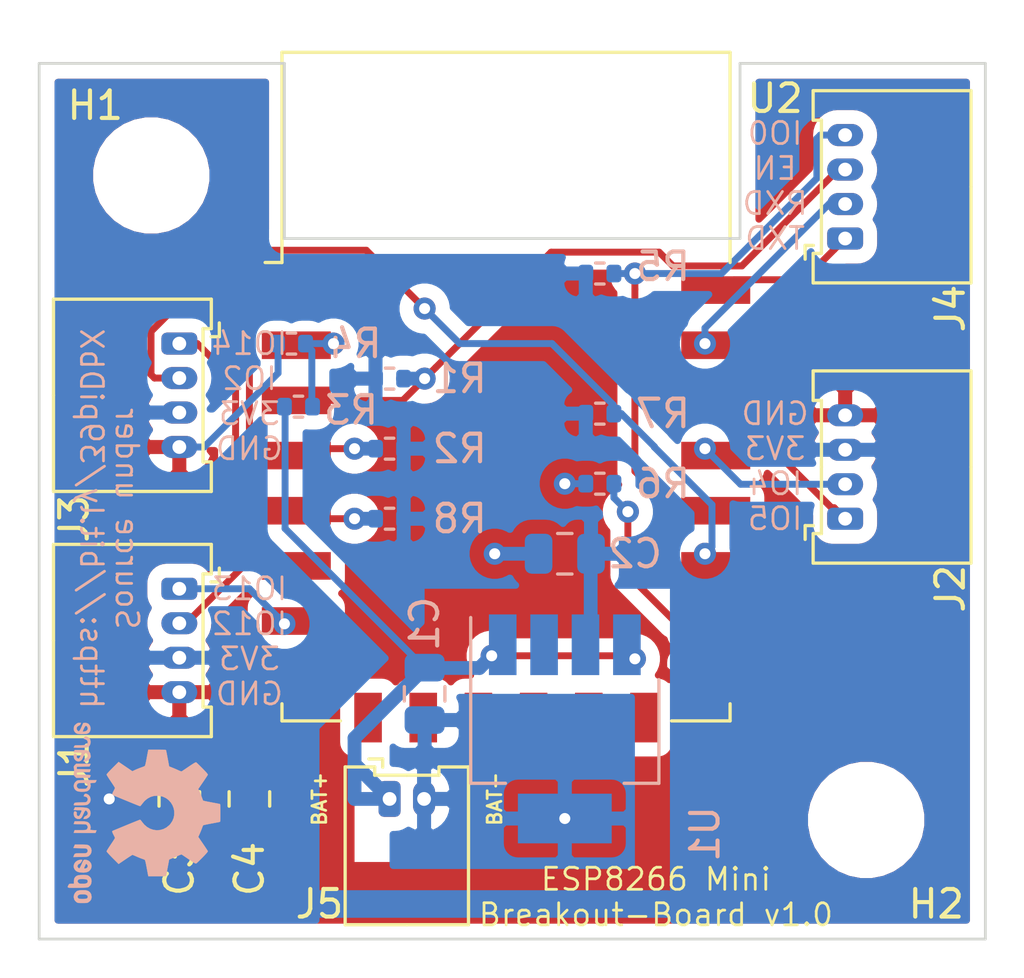
<source format=kicad_pcb>
(kicad_pcb (version 20171130) (host pcbnew 5.1.8-db9833491~88~ubuntu20.04.1)

  (general
    (thickness 1.6002)
    (drawings 28)
    (tracks 138)
    (zones 0)
    (modules 22)
    (nets 24)
  )

  (page A4)
  (title_block
    (title "ESP8266 Minimal Breakout")
    (date 2020-12-02)
    (rev 1)
  )

  (layers
    (0 Front signal)
    (31 Back signal)
    (34 B.Paste user)
    (35 F.Paste user)
    (36 B.SilkS user)
    (37 F.SilkS user)
    (38 B.Mask user)
    (39 F.Mask user)
    (44 Edge.Cuts user)
    (45 Margin user)
    (46 B.CrtYd user)
    (47 F.CrtYd user)
    (49 F.Fab user)
  )

  (setup
    (last_trace_width 0.25)
    (user_trace_width 0.1)
    (user_trace_width 0.2)
    (user_trace_width 0.5)
    (trace_clearance 0.25)
    (zone_clearance 0.508)
    (zone_45_only no)
    (trace_min 0.1)
    (via_size 0.8)
    (via_drill 0.4)
    (via_min_size 0.45)
    (via_min_drill 0.2)
    (user_via 0.45 0.2)
    (user_via 0.8 0.4)
    (uvia_size 0.8)
    (uvia_drill 0.4)
    (uvias_allowed no)
    (uvia_min_size 0)
    (uvia_min_drill 0)
    (edge_width 0.1)
    (segment_width 0.1)
    (pcb_text_width 0.3)
    (pcb_text_size 1.5 1.5)
    (mod_edge_width 0.1)
    (mod_text_size 0.8 0.8)
    (mod_text_width 0.1)
    (pad_size 1.524 1.524)
    (pad_drill 0.762)
    (pad_to_mask_clearance 0)
    (solder_mask_min_width 0.1)
    (aux_axis_origin 0 0)
    (visible_elements FFFFFF7F)
    (pcbplotparams
      (layerselection 0x010fc_ffffffff)
      (usegerberextensions false)
      (usegerberattributes false)
      (usegerberadvancedattributes false)
      (creategerberjobfile false)
      (excludeedgelayer true)
      (linewidth 0.152400)
      (plotframeref false)
      (viasonmask false)
      (mode 1)
      (useauxorigin false)
      (hpglpennumber 1)
      (hpglpenspeed 20)
      (hpglpendiameter 15.000000)
      (psnegative false)
      (psa4output false)
      (plotreference true)
      (plotvalue false)
      (plotinvisibletext false)
      (padsonsilk false)
      (subtractmaskfromsilk true)
      (outputformat 1)
      (mirror false)
      (drillshape 0)
      (scaleselection 1)
      (outputdirectory "./gerbers_for_aisler"))
  )

  (net 0 "")
  (net 1 -BATT)
  (net 2 +BATT)
  (net 3 +3V3)
  (net 4 /EXT_GPIO0)
  (net 5 /EXT_EN)
  (net 6 /EXT_RXD)
  (net 7 /EXT_TXD)
  (net 8 /EXT_GPIO12)
  (net 9 /EXT_GPIO13)
  (net 10 /EXT_GPIO4)
  (net 11 /EXT_GPIO5)
  (net 12 /EXT_GPIO2)
  (net 13 /EXT_GPIO14)
  (net 14 /nRST)
  (net 15 /EXT_GPIO15)
  (net 16 "Net-(U1-Pad2)")
  (net 17 "Net-(U2-Pad14)")
  (net 18 "Net-(U2-Pad13)")
  (net 19 "Net-(U2-Pad12)")
  (net 20 "Net-(U2-Pad11)")
  (net 21 "Net-(U2-Pad10)")
  (net 22 "Net-(U2-Pad9)")
  (net 23 /ADC_IN)

  (net_class Default "This is the default net class."
    (clearance 0.25)
    (trace_width 0.25)
    (via_dia 0.8)
    (via_drill 0.4)
    (uvia_dia 0.8)
    (uvia_drill 0.4)
    (diff_pair_width 0.25)
    (diff_pair_gap 0.25)
    (add_net +3V3)
    (add_net +BATT)
    (add_net -BATT)
    (add_net /ADC_IN)
    (add_net /EXT_EN)
    (add_net /EXT_GPIO0)
    (add_net /EXT_GPIO12)
    (add_net /EXT_GPIO13)
    (add_net /EXT_GPIO14)
    (add_net /EXT_GPIO15)
    (add_net /EXT_GPIO2)
    (add_net /EXT_GPIO4)
    (add_net /EXT_GPIO5)
    (add_net /EXT_RXD)
    (add_net /EXT_TXD)
    (add_net /nRST)
    (add_net "Net-(U1-Pad2)")
    (add_net "Net-(U2-Pad10)")
    (add_net "Net-(U2-Pad11)")
    (add_net "Net-(U2-Pad12)")
    (add_net "Net-(U2-Pad13)")
    (add_net "Net-(U2-Pad14)")
    (add_net "Net-(U2-Pad9)")
  )

  (net_class Min ""
    (clearance 0.1)
    (trace_width 0.1)
    (via_dia 0.45)
    (via_drill 0.2)
    (uvia_dia 0.45)
    (uvia_drill 0.2)
    (diff_pair_width 0.12)
    (diff_pair_gap 0.12)
  )

  (module Symbol:OSHW-Logo2_7.3x6mm_SilkScreen (layer Back) (tedit 0) (tstamp 5FC8D26F)
    (at 120.65 113.538 90)
    (descr "Open Source Hardware Symbol")
    (tags "Logo Symbol OSHW")
    (attr virtual)
    (fp_text reference REF** (at 0 0 270) (layer B.SilkS) hide
      (effects (font (size 1 1) (thickness 0.15)) (justify mirror))
    )
    (fp_text value OSHW-Logo2_7.3x6mm_SilkScreen (at 0.75 0 270) (layer B.Fab) hide
      (effects (font (size 1 1) (thickness 0.15)) (justify mirror))
    )
    (fp_poly (pts (xy -2.400256 -1.919918) (xy -2.344799 -1.947568) (xy -2.295852 -1.99848) (xy -2.282371 -2.017338)
      (xy -2.267686 -2.042015) (xy -2.258158 -2.068816) (xy -2.252707 -2.104587) (xy -2.250253 -2.156169)
      (xy -2.249714 -2.224267) (xy -2.252148 -2.317588) (xy -2.260606 -2.387657) (xy -2.276826 -2.439931)
      (xy -2.302546 -2.479869) (xy -2.339503 -2.512929) (xy -2.342218 -2.514886) (xy -2.37864 -2.534908)
      (xy -2.422498 -2.544815) (xy -2.478276 -2.547257) (xy -2.568952 -2.547257) (xy -2.56899 -2.635283)
      (xy -2.569834 -2.684308) (xy -2.574976 -2.713065) (xy -2.588413 -2.730311) (xy -2.614142 -2.744808)
      (xy -2.620321 -2.747769) (xy -2.649236 -2.761648) (xy -2.671624 -2.770414) (xy -2.688271 -2.771171)
      (xy -2.699964 -2.761023) (xy -2.70749 -2.737073) (xy -2.711634 -2.696426) (xy -2.713185 -2.636186)
      (xy -2.712929 -2.553455) (xy -2.711651 -2.445339) (xy -2.711252 -2.413) (xy -2.709815 -2.301524)
      (xy -2.708528 -2.228603) (xy -2.569029 -2.228603) (xy -2.568245 -2.290499) (xy -2.56476 -2.330997)
      (xy -2.556876 -2.357708) (xy -2.542895 -2.378244) (xy -2.533403 -2.38826) (xy -2.494596 -2.417567)
      (xy -2.460237 -2.419952) (xy -2.424784 -2.39575) (xy -2.423886 -2.394857) (xy -2.409461 -2.376153)
      (xy -2.400687 -2.350732) (xy -2.396261 -2.311584) (xy -2.394882 -2.251697) (xy -2.394857 -2.23843)
      (xy -2.398188 -2.155901) (xy -2.409031 -2.098691) (xy -2.42866 -2.063766) (xy -2.45835 -2.048094)
      (xy -2.475509 -2.046514) (xy -2.516234 -2.053926) (xy -2.544168 -2.07833) (xy -2.560983 -2.12298)
      (xy -2.56835 -2.19113) (xy -2.569029 -2.228603) (xy -2.708528 -2.228603) (xy -2.708292 -2.215245)
      (xy -2.706323 -2.150333) (xy -2.70355 -2.102958) (xy -2.699612 -2.06929) (xy -2.694151 -2.045498)
      (xy -2.686808 -2.027753) (xy -2.677223 -2.012224) (xy -2.673113 -2.006381) (xy -2.618595 -1.951185)
      (xy -2.549664 -1.91989) (xy -2.469928 -1.911165) (xy -2.400256 -1.919918)) (layer B.SilkS) (width 0.01))
    (fp_poly (pts (xy -1.283907 -1.92778) (xy -1.237328 -1.954723) (xy -1.204943 -1.981466) (xy -1.181258 -2.009484)
      (xy -1.164941 -2.043748) (xy -1.154661 -2.089227) (xy -1.149086 -2.150892) (xy -1.146884 -2.233711)
      (xy -1.146629 -2.293246) (xy -1.146629 -2.512391) (xy -1.208314 -2.540044) (xy -1.27 -2.567697)
      (xy -1.277257 -2.32767) (xy -1.280256 -2.238028) (xy -1.283402 -2.172962) (xy -1.287299 -2.128026)
      (xy -1.292553 -2.09877) (xy -1.299769 -2.080748) (xy -1.30955 -2.069511) (xy -1.312688 -2.067079)
      (xy -1.360239 -2.048083) (xy -1.408303 -2.0556) (xy -1.436914 -2.075543) (xy -1.448553 -2.089675)
      (xy -1.456609 -2.10822) (xy -1.461729 -2.136334) (xy -1.464559 -2.179173) (xy -1.465744 -2.241895)
      (xy -1.465943 -2.307261) (xy -1.465982 -2.389268) (xy -1.467386 -2.447316) (xy -1.472086 -2.486465)
      (xy -1.482013 -2.51178) (xy -1.499097 -2.528323) (xy -1.525268 -2.541156) (xy -1.560225 -2.554491)
      (xy -1.598404 -2.569007) (xy -1.593859 -2.311389) (xy -1.592029 -2.218519) (xy -1.589888 -2.149889)
      (xy -1.586819 -2.100711) (xy -1.582206 -2.066198) (xy -1.575432 -2.041562) (xy -1.565881 -2.022016)
      (xy -1.554366 -2.00477) (xy -1.49881 -1.94968) (xy -1.43102 -1.917822) (xy -1.357287 -1.910191)
      (xy -1.283907 -1.92778)) (layer B.SilkS) (width 0.01))
    (fp_poly (pts (xy -2.958885 -1.921962) (xy -2.890855 -1.957733) (xy -2.840649 -2.015301) (xy -2.822815 -2.052312)
      (xy -2.808937 -2.107882) (xy -2.801833 -2.178096) (xy -2.80116 -2.254727) (xy -2.806573 -2.329552)
      (xy -2.81773 -2.394342) (xy -2.834286 -2.440873) (xy -2.839374 -2.448887) (xy -2.899645 -2.508707)
      (xy -2.971231 -2.544535) (xy -3.048908 -2.55502) (xy -3.127452 -2.53881) (xy -3.149311 -2.529092)
      (xy -3.191878 -2.499143) (xy -3.229237 -2.459433) (xy -3.232768 -2.454397) (xy -3.247119 -2.430124)
      (xy -3.256606 -2.404178) (xy -3.26221 -2.370022) (xy -3.264914 -2.321119) (xy -3.265701 -2.250935)
      (xy -3.265714 -2.2352) (xy -3.265678 -2.230192) (xy -3.120571 -2.230192) (xy -3.119727 -2.29643)
      (xy -3.116404 -2.340386) (xy -3.109417 -2.368779) (xy -3.097584 -2.388325) (xy -3.091543 -2.394857)
      (xy -3.056814 -2.41968) (xy -3.023097 -2.418548) (xy -2.989005 -2.397016) (xy -2.968671 -2.374029)
      (xy -2.956629 -2.340478) (xy -2.949866 -2.287569) (xy -2.949402 -2.281399) (xy -2.948248 -2.185513)
      (xy -2.960312 -2.114299) (xy -2.98543 -2.068194) (xy -3.02344 -2.047635) (xy -3.037008 -2.046514)
      (xy -3.072636 -2.052152) (xy -3.097006 -2.071686) (xy -3.111907 -2.109042) (xy -3.119125 -2.16815)
      (xy -3.120571 -2.230192) (xy -3.265678 -2.230192) (xy -3.265174 -2.160413) (xy -3.262904 -2.108159)
      (xy -3.257932 -2.071949) (xy -3.249287 -2.045299) (xy -3.235995 -2.021722) (xy -3.233057 -2.017338)
      (xy -3.183687 -1.958249) (xy -3.129891 -1.923947) (xy -3.064398 -1.910331) (xy -3.042158 -1.909665)
      (xy -2.958885 -1.921962)) (layer B.SilkS) (width 0.01))
    (fp_poly (pts (xy -1.831697 -1.931239) (xy -1.774473 -1.969735) (xy -1.730251 -2.025335) (xy -1.703833 -2.096086)
      (xy -1.69849 -2.148162) (xy -1.699097 -2.169893) (xy -1.704178 -2.186531) (xy -1.718145 -2.201437)
      (xy -1.745411 -2.217973) (xy -1.790388 -2.239498) (xy -1.857489 -2.269374) (xy -1.857829 -2.269524)
      (xy -1.919593 -2.297813) (xy -1.970241 -2.322933) (xy -2.004596 -2.342179) (xy -2.017482 -2.352848)
      (xy -2.017486 -2.352934) (xy -2.006128 -2.376166) (xy -1.979569 -2.401774) (xy -1.949077 -2.420221)
      (xy -1.93363 -2.423886) (xy -1.891485 -2.411212) (xy -1.855192 -2.379471) (xy -1.837483 -2.344572)
      (xy -1.820448 -2.318845) (xy -1.787078 -2.289546) (xy -1.747851 -2.264235) (xy -1.713244 -2.250471)
      (xy -1.706007 -2.249714) (xy -1.697861 -2.26216) (xy -1.69737 -2.293972) (xy -1.703357 -2.336866)
      (xy -1.714643 -2.382558) (xy -1.73005 -2.422761) (xy -1.730829 -2.424322) (xy -1.777196 -2.489062)
      (xy -1.837289 -2.533097) (xy -1.905535 -2.554711) (xy -1.976362 -2.552185) (xy -2.044196 -2.523804)
      (xy -2.047212 -2.521808) (xy -2.100573 -2.473448) (xy -2.13566 -2.410352) (xy -2.155078 -2.327387)
      (xy -2.157684 -2.304078) (xy -2.162299 -2.194055) (xy -2.156767 -2.142748) (xy -2.017486 -2.142748)
      (xy -2.015676 -2.174753) (xy -2.005778 -2.184093) (xy -1.981102 -2.177105) (xy -1.942205 -2.160587)
      (xy -1.898725 -2.139881) (xy -1.897644 -2.139333) (xy -1.860791 -2.119949) (xy -1.846 -2.107013)
      (xy -1.849647 -2.093451) (xy -1.865005 -2.075632) (xy -1.904077 -2.049845) (xy -1.946154 -2.04795)
      (xy -1.983897 -2.066717) (xy -2.009966 -2.102915) (xy -2.017486 -2.142748) (xy -2.156767 -2.142748)
      (xy -2.152806 -2.106027) (xy -2.12845 -2.036212) (xy -2.094544 -1.987302) (xy -2.033347 -1.937878)
      (xy -1.965937 -1.913359) (xy -1.89712 -1.911797) (xy -1.831697 -1.931239)) (layer B.SilkS) (width 0.01))
    (fp_poly (pts (xy -0.624114 -1.851289) (xy -0.619861 -1.910613) (xy -0.614975 -1.945572) (xy -0.608205 -1.96082)
      (xy -0.598298 -1.961015) (xy -0.595086 -1.959195) (xy -0.552356 -1.946015) (xy -0.496773 -1.946785)
      (xy -0.440263 -1.960333) (xy -0.404918 -1.977861) (xy -0.368679 -2.005861) (xy -0.342187 -2.037549)
      (xy -0.324001 -2.077813) (xy -0.312678 -2.131543) (xy -0.306778 -2.203626) (xy -0.304857 -2.298951)
      (xy -0.304823 -2.317237) (xy -0.3048 -2.522646) (xy -0.350509 -2.53858) (xy -0.382973 -2.54942)
      (xy -0.400785 -2.554468) (xy -0.401309 -2.554514) (xy -0.403063 -2.540828) (xy -0.404556 -2.503076)
      (xy -0.405674 -2.446224) (xy -0.406303 -2.375234) (xy -0.4064 -2.332073) (xy -0.406602 -2.246973)
      (xy -0.407642 -2.185981) (xy -0.410169 -2.144177) (xy -0.414836 -2.116642) (xy -0.422293 -2.098456)
      (xy -0.433189 -2.084698) (xy -0.439993 -2.078073) (xy -0.486728 -2.051375) (xy -0.537728 -2.049375)
      (xy -0.583999 -2.071955) (xy -0.592556 -2.080107) (xy -0.605107 -2.095436) (xy -0.613812 -2.113618)
      (xy -0.619369 -2.139909) (xy -0.622474 -2.179562) (xy -0.623824 -2.237832) (xy -0.624114 -2.318173)
      (xy -0.624114 -2.522646) (xy -0.669823 -2.53858) (xy -0.702287 -2.54942) (xy -0.720099 -2.554468)
      (xy -0.720623 -2.554514) (xy -0.721963 -2.540623) (xy -0.723172 -2.501439) (xy -0.724199 -2.4407)
      (xy -0.724998 -2.362141) (xy -0.725519 -2.269498) (xy -0.725714 -2.166509) (xy -0.725714 -1.769342)
      (xy -0.678543 -1.749444) (xy -0.631371 -1.729547) (xy -0.624114 -1.851289)) (layer B.SilkS) (width 0.01))
    (fp_poly (pts (xy 0.039744 -1.950968) (xy 0.096616 -1.972087) (xy 0.097267 -1.972493) (xy 0.13244 -1.99838)
      (xy 0.158407 -2.028633) (xy 0.17667 -2.068058) (xy 0.188732 -2.121462) (xy 0.196096 -2.193651)
      (xy 0.200264 -2.289432) (xy 0.200629 -2.303078) (xy 0.205876 -2.508842) (xy 0.161716 -2.531678)
      (xy 0.129763 -2.54711) (xy 0.11047 -2.554423) (xy 0.109578 -2.554514) (xy 0.106239 -2.541022)
      (xy 0.103587 -2.504626) (xy 0.101956 -2.451452) (xy 0.1016 -2.408393) (xy 0.101592 -2.338641)
      (xy 0.098403 -2.294837) (xy 0.087288 -2.273944) (xy 0.063501 -2.272925) (xy 0.022296 -2.288741)
      (xy -0.039914 -2.317815) (xy -0.085659 -2.341963) (xy -0.109187 -2.362913) (xy -0.116104 -2.385747)
      (xy -0.116114 -2.386877) (xy -0.104701 -2.426212) (xy -0.070908 -2.447462) (xy -0.019191 -2.450539)
      (xy 0.018061 -2.450006) (xy 0.037703 -2.460735) (xy 0.049952 -2.486505) (xy 0.057002 -2.519337)
      (xy 0.046842 -2.537966) (xy 0.043017 -2.540632) (xy 0.007001 -2.55134) (xy -0.043434 -2.552856)
      (xy -0.095374 -2.545759) (xy -0.132178 -2.532788) (xy -0.183062 -2.489585) (xy -0.211986 -2.429446)
      (xy -0.217714 -2.382462) (xy -0.213343 -2.340082) (xy -0.197525 -2.305488) (xy -0.166203 -2.274763)
      (xy -0.115322 -2.24399) (xy -0.040824 -2.209252) (xy -0.036286 -2.207288) (xy 0.030821 -2.176287)
      (xy 0.072232 -2.150862) (xy 0.089981 -2.128014) (xy 0.086107 -2.104745) (xy 0.062643 -2.078056)
      (xy 0.055627 -2.071914) (xy 0.00863 -2.0481) (xy -0.040067 -2.049103) (xy -0.082478 -2.072451)
      (xy -0.110616 -2.115675) (xy -0.113231 -2.12416) (xy -0.138692 -2.165308) (xy -0.170999 -2.185128)
      (xy -0.217714 -2.20477) (xy -0.217714 -2.15395) (xy -0.203504 -2.080082) (xy -0.161325 -2.012327)
      (xy -0.139376 -1.989661) (xy -0.089483 -1.960569) (xy -0.026033 -1.9474) (xy 0.039744 -1.950968)) (layer B.SilkS) (width 0.01))
    (fp_poly (pts (xy 0.529926 -1.949755) (xy 0.595858 -1.974084) (xy 0.649273 -2.017117) (xy 0.670164 -2.047409)
      (xy 0.692939 -2.102994) (xy 0.692466 -2.143186) (xy 0.668562 -2.170217) (xy 0.659717 -2.174813)
      (xy 0.62153 -2.189144) (xy 0.602028 -2.185472) (xy 0.595422 -2.161407) (xy 0.595086 -2.148114)
      (xy 0.582992 -2.09921) (xy 0.551471 -2.064999) (xy 0.507659 -2.048476) (xy 0.458695 -2.052634)
      (xy 0.418894 -2.074227) (xy 0.40545 -2.086544) (xy 0.395921 -2.101487) (xy 0.389485 -2.124075)
      (xy 0.385317 -2.159328) (xy 0.382597 -2.212266) (xy 0.380502 -2.287907) (xy 0.37996 -2.311857)
      (xy 0.377981 -2.39379) (xy 0.375731 -2.451455) (xy 0.372357 -2.489608) (xy 0.367006 -2.513004)
      (xy 0.358824 -2.526398) (xy 0.346959 -2.534545) (xy 0.339362 -2.538144) (xy 0.307102 -2.550452)
      (xy 0.288111 -2.554514) (xy 0.281836 -2.540948) (xy 0.278006 -2.499934) (xy 0.2766 -2.430999)
      (xy 0.277598 -2.333669) (xy 0.277908 -2.318657) (xy 0.280101 -2.229859) (xy 0.282693 -2.165019)
      (xy 0.286382 -2.119067) (xy 0.291864 -2.086935) (xy 0.299835 -2.063553) (xy 0.310993 -2.043852)
      (xy 0.31683 -2.03541) (xy 0.350296 -1.998057) (xy 0.387727 -1.969003) (xy 0.392309 -1.966467)
      (xy 0.459426 -1.946443) (xy 0.529926 -1.949755)) (layer B.SilkS) (width 0.01))
    (fp_poly (pts (xy 1.190117 -2.065358) (xy 1.189933 -2.173837) (xy 1.189219 -2.257287) (xy 1.187675 -2.319704)
      (xy 1.185001 -2.365085) (xy 1.180894 -2.397429) (xy 1.175055 -2.420733) (xy 1.167182 -2.438995)
      (xy 1.161221 -2.449418) (xy 1.111855 -2.505945) (xy 1.049264 -2.541377) (xy 0.980013 -2.55409)
      (xy 0.910668 -2.542463) (xy 0.869375 -2.521568) (xy 0.826025 -2.485422) (xy 0.796481 -2.441276)
      (xy 0.778655 -2.383462) (xy 0.770463 -2.306313) (xy 0.769302 -2.249714) (xy 0.769458 -2.245647)
      (xy 0.870857 -2.245647) (xy 0.871476 -2.31055) (xy 0.874314 -2.353514) (xy 0.88084 -2.381622)
      (xy 0.892523 -2.401953) (xy 0.906483 -2.417288) (xy 0.953365 -2.44689) (xy 1.003701 -2.449419)
      (xy 1.051276 -2.424705) (xy 1.054979 -2.421356) (xy 1.070783 -2.403935) (xy 1.080693 -2.383209)
      (xy 1.086058 -2.352362) (xy 1.088228 -2.304577) (xy 1.088571 -2.251748) (xy 1.087827 -2.185381)
      (xy 1.084748 -2.141106) (xy 1.078061 -2.112009) (xy 1.066496 -2.091173) (xy 1.057013 -2.080107)
      (xy 1.01296 -2.052198) (xy 0.962224 -2.048843) (xy 0.913796 -2.070159) (xy 0.90445 -2.078073)
      (xy 0.88854 -2.095647) (xy 0.87861 -2.116587) (xy 0.873278 -2.147782) (xy 0.871163 -2.196122)
      (xy 0.870857 -2.245647) (xy 0.769458 -2.245647) (xy 0.77281 -2.158568) (xy 0.784726 -2.090086)
      (xy 0.807135 -2.0386) (xy 0.842124 -1.998443) (xy 0.869375 -1.977861) (xy 0.918907 -1.955625)
      (xy 0.976316 -1.945304) (xy 1.029682 -1.948067) (xy 1.059543 -1.959212) (xy 1.071261 -1.962383)
      (xy 1.079037 -1.950557) (xy 1.084465 -1.918866) (xy 1.088571 -1.870593) (xy 1.093067 -1.816829)
      (xy 1.099313 -1.784482) (xy 1.110676 -1.765985) (xy 1.130528 -1.75377) (xy 1.143 -1.748362)
      (xy 1.190171 -1.728601) (xy 1.190117 -2.065358)) (layer B.SilkS) (width 0.01))
    (fp_poly (pts (xy 1.779833 -1.958663) (xy 1.782048 -1.99685) (xy 1.783784 -2.054886) (xy 1.784899 -2.12818)
      (xy 1.785257 -2.205055) (xy 1.785257 -2.465196) (xy 1.739326 -2.511127) (xy 1.707675 -2.539429)
      (xy 1.67989 -2.550893) (xy 1.641915 -2.550168) (xy 1.62684 -2.548321) (xy 1.579726 -2.542948)
      (xy 1.540756 -2.539869) (xy 1.531257 -2.539585) (xy 1.499233 -2.541445) (xy 1.453432 -2.546114)
      (xy 1.435674 -2.548321) (xy 1.392057 -2.551735) (xy 1.362745 -2.54432) (xy 1.33368 -2.521427)
      (xy 1.323188 -2.511127) (xy 1.277257 -2.465196) (xy 1.277257 -1.978602) (xy 1.314226 -1.961758)
      (xy 1.346059 -1.949282) (xy 1.364683 -1.944914) (xy 1.369458 -1.958718) (xy 1.373921 -1.997286)
      (xy 1.377775 -2.056356) (xy 1.380722 -2.131663) (xy 1.382143 -2.195286) (xy 1.386114 -2.445657)
      (xy 1.420759 -2.450556) (xy 1.452268 -2.447131) (xy 1.467708 -2.436041) (xy 1.472023 -2.415308)
      (xy 1.475708 -2.371145) (xy 1.478469 -2.309146) (xy 1.480012 -2.234909) (xy 1.480235 -2.196706)
      (xy 1.480457 -1.976783) (xy 1.526166 -1.960849) (xy 1.558518 -1.950015) (xy 1.576115 -1.944962)
      (xy 1.576623 -1.944914) (xy 1.578388 -1.958648) (xy 1.580329 -1.99673) (xy 1.582282 -2.054482)
      (xy 1.584084 -2.127227) (xy 1.585343 -2.195286) (xy 1.589314 -2.445657) (xy 1.6764 -2.445657)
      (xy 1.680396 -2.21724) (xy 1.684392 -1.988822) (xy 1.726847 -1.966868) (xy 1.758192 -1.951793)
      (xy 1.776744 -1.944951) (xy 1.777279 -1.944914) (xy 1.779833 -1.958663)) (layer B.SilkS) (width 0.01))
    (fp_poly (pts (xy 2.144876 -1.956335) (xy 2.186667 -1.975344) (xy 2.219469 -1.998378) (xy 2.243503 -2.024133)
      (xy 2.260097 -2.057358) (xy 2.270577 -2.1028) (xy 2.276271 -2.165207) (xy 2.278507 -2.249327)
      (xy 2.278743 -2.304721) (xy 2.278743 -2.520826) (xy 2.241774 -2.53767) (xy 2.212656 -2.549981)
      (xy 2.198231 -2.554514) (xy 2.195472 -2.541025) (xy 2.193282 -2.504653) (xy 2.191942 -2.451542)
      (xy 2.191657 -2.409372) (xy 2.190434 -2.348447) (xy 2.187136 -2.300115) (xy 2.182321 -2.270518)
      (xy 2.178496 -2.264229) (xy 2.152783 -2.270652) (xy 2.112418 -2.287125) (xy 2.065679 -2.309458)
      (xy 2.020845 -2.333457) (xy 1.986193 -2.35493) (xy 1.970002 -2.369685) (xy 1.969938 -2.369845)
      (xy 1.97133 -2.397152) (xy 1.983818 -2.423219) (xy 2.005743 -2.444392) (xy 2.037743 -2.451474)
      (xy 2.065092 -2.450649) (xy 2.103826 -2.450042) (xy 2.124158 -2.459116) (xy 2.136369 -2.483092)
      (xy 2.137909 -2.487613) (xy 2.143203 -2.521806) (xy 2.129047 -2.542568) (xy 2.092148 -2.552462)
      (xy 2.052289 -2.554292) (xy 1.980562 -2.540727) (xy 1.943432 -2.521355) (xy 1.897576 -2.475845)
      (xy 1.873256 -2.419983) (xy 1.871073 -2.360957) (xy 1.891629 -2.305953) (xy 1.922549 -2.271486)
      (xy 1.95342 -2.252189) (xy 2.001942 -2.227759) (xy 2.058485 -2.202985) (xy 2.06791 -2.199199)
      (xy 2.130019 -2.171791) (xy 2.165822 -2.147634) (xy 2.177337 -2.123619) (xy 2.16658 -2.096635)
      (xy 2.148114 -2.075543) (xy 2.104469 -2.049572) (xy 2.056446 -2.047624) (xy 2.012406 -2.067637)
      (xy 1.980709 -2.107551) (xy 1.976549 -2.117848) (xy 1.952327 -2.155724) (xy 1.916965 -2.183842)
      (xy 1.872343 -2.206917) (xy 1.872343 -2.141485) (xy 1.874969 -2.101506) (xy 1.88623 -2.069997)
      (xy 1.911199 -2.036378) (xy 1.935169 -2.010484) (xy 1.972441 -1.973817) (xy 2.001401 -1.954121)
      (xy 2.032505 -1.94622) (xy 2.067713 -1.944914) (xy 2.144876 -1.956335)) (layer B.SilkS) (width 0.01))
    (fp_poly (pts (xy 2.6526 -1.958752) (xy 2.669948 -1.966334) (xy 2.711356 -1.999128) (xy 2.746765 -2.046547)
      (xy 2.768664 -2.097151) (xy 2.772229 -2.122098) (xy 2.760279 -2.156927) (xy 2.734067 -2.175357)
      (xy 2.705964 -2.186516) (xy 2.693095 -2.188572) (xy 2.686829 -2.173649) (xy 2.674456 -2.141175)
      (xy 2.669028 -2.126502) (xy 2.63859 -2.075744) (xy 2.59452 -2.050427) (xy 2.53801 -2.051206)
      (xy 2.533825 -2.052203) (xy 2.503655 -2.066507) (xy 2.481476 -2.094393) (xy 2.466327 -2.139287)
      (xy 2.45725 -2.204615) (xy 2.453286 -2.293804) (xy 2.452914 -2.341261) (xy 2.45273 -2.416071)
      (xy 2.451522 -2.467069) (xy 2.448309 -2.499471) (xy 2.442109 -2.518495) (xy 2.43194 -2.529356)
      (xy 2.416819 -2.537272) (xy 2.415946 -2.53767) (xy 2.386828 -2.549981) (xy 2.372403 -2.554514)
      (xy 2.370186 -2.540809) (xy 2.368289 -2.502925) (xy 2.366847 -2.445715) (xy 2.365998 -2.374027)
      (xy 2.365829 -2.321565) (xy 2.366692 -2.220047) (xy 2.37007 -2.143032) (xy 2.377142 -2.086023)
      (xy 2.389088 -2.044526) (xy 2.40709 -2.014043) (xy 2.432327 -1.99008) (xy 2.457247 -1.973355)
      (xy 2.517171 -1.951097) (xy 2.586911 -1.946076) (xy 2.6526 -1.958752)) (layer B.SilkS) (width 0.01))
    (fp_poly (pts (xy 3.153595 -1.966966) (xy 3.211021 -2.004497) (xy 3.238719 -2.038096) (xy 3.260662 -2.099064)
      (xy 3.262405 -2.147308) (xy 3.258457 -2.211816) (xy 3.109686 -2.276934) (xy 3.037349 -2.310202)
      (xy 2.990084 -2.336964) (xy 2.965507 -2.360144) (xy 2.961237 -2.382667) (xy 2.974889 -2.407455)
      (xy 2.989943 -2.423886) (xy 3.033746 -2.450235) (xy 3.081389 -2.452081) (xy 3.125145 -2.431546)
      (xy 3.157289 -2.390752) (xy 3.163038 -2.376347) (xy 3.190576 -2.331356) (xy 3.222258 -2.312182)
      (xy 3.265714 -2.295779) (xy 3.265714 -2.357966) (xy 3.261872 -2.400283) (xy 3.246823 -2.435969)
      (xy 3.21528 -2.476943) (xy 3.210592 -2.482267) (xy 3.175506 -2.51872) (xy 3.145347 -2.538283)
      (xy 3.107615 -2.547283) (xy 3.076335 -2.55023) (xy 3.020385 -2.550965) (xy 2.980555 -2.54166)
      (xy 2.955708 -2.527846) (xy 2.916656 -2.497467) (xy 2.889625 -2.464613) (xy 2.872517 -2.423294)
      (xy 2.863238 -2.367521) (xy 2.859693 -2.291305) (xy 2.85941 -2.252622) (xy 2.860372 -2.206247)
      (xy 2.948007 -2.206247) (xy 2.949023 -2.231126) (xy 2.951556 -2.2352) (xy 2.968274 -2.229665)
      (xy 3.004249 -2.215017) (xy 3.052331 -2.19419) (xy 3.062386 -2.189714) (xy 3.123152 -2.158814)
      (xy 3.156632 -2.131657) (xy 3.16399 -2.10622) (xy 3.146391 -2.080481) (xy 3.131856 -2.069109)
      (xy 3.07941 -2.046364) (xy 3.030322 -2.050122) (xy 2.989227 -2.077884) (xy 2.960758 -2.127152)
      (xy 2.951631 -2.166257) (xy 2.948007 -2.206247) (xy 2.860372 -2.206247) (xy 2.861285 -2.162249)
      (xy 2.868196 -2.095384) (xy 2.881884 -2.046695) (xy 2.904096 -2.010849) (xy 2.936574 -1.982513)
      (xy 2.950733 -1.973355) (xy 3.015053 -1.949507) (xy 3.085473 -1.948006) (xy 3.153595 -1.966966)) (layer B.SilkS) (width 0.01))
    (fp_poly (pts (xy 0.10391 2.757652) (xy 0.182454 2.757222) (xy 0.239298 2.756058) (xy 0.278105 2.753793)
      (xy 0.302538 2.75006) (xy 0.316262 2.744494) (xy 0.32294 2.736727) (xy 0.326236 2.726395)
      (xy 0.326556 2.725057) (xy 0.331562 2.700921) (xy 0.340829 2.653299) (xy 0.353392 2.587259)
      (xy 0.368287 2.507872) (xy 0.384551 2.420204) (xy 0.385119 2.417125) (xy 0.40141 2.331211)
      (xy 0.416652 2.255304) (xy 0.429861 2.193955) (xy 0.440054 2.151718) (xy 0.446248 2.133145)
      (xy 0.446543 2.132816) (xy 0.464788 2.123747) (xy 0.502405 2.108633) (xy 0.551271 2.090738)
      (xy 0.551543 2.090642) (xy 0.613093 2.067507) (xy 0.685657 2.038035) (xy 0.754057 2.008403)
      (xy 0.757294 2.006938) (xy 0.868702 1.956374) (xy 1.115399 2.12484) (xy 1.191077 2.176197)
      (xy 1.259631 2.222111) (xy 1.317088 2.25997) (xy 1.359476 2.287163) (xy 1.382825 2.301079)
      (xy 1.385042 2.302111) (xy 1.40201 2.297516) (xy 1.433701 2.275345) (xy 1.481352 2.234553)
      (xy 1.546198 2.174095) (xy 1.612397 2.109773) (xy 1.676214 2.046388) (xy 1.733329 1.988549)
      (xy 1.780305 1.939825) (xy 1.813703 1.90379) (xy 1.830085 1.884016) (xy 1.830694 1.882998)
      (xy 1.832505 1.869428) (xy 1.825683 1.847267) (xy 1.80854 1.813522) (xy 1.779393 1.7652)
      (xy 1.736555 1.699308) (xy 1.679448 1.614483) (xy 1.628766 1.539823) (xy 1.583461 1.47286)
      (xy 1.54615 1.417484) (xy 1.519452 1.37758) (xy 1.505985 1.357038) (xy 1.505137 1.355644)
      (xy 1.506781 1.335962) (xy 1.519245 1.297707) (xy 1.540048 1.248111) (xy 1.547462 1.232272)
      (xy 1.579814 1.16171) (xy 1.614328 1.081647) (xy 1.642365 1.012371) (xy 1.662568 0.960955)
      (xy 1.678615 0.921881) (xy 1.687888 0.901459) (xy 1.689041 0.899886) (xy 1.706096 0.897279)
      (xy 1.746298 0.890137) (xy 1.804302 0.879477) (xy 1.874763 0.866315) (xy 1.952335 0.851667)
      (xy 2.031672 0.836551) (xy 2.107431 0.821982) (xy 2.174264 0.808978) (xy 2.226828 0.798555)
      (xy 2.259776 0.79173) (xy 2.267857 0.789801) (xy 2.276205 0.785038) (xy 2.282506 0.774282)
      (xy 2.287045 0.753902) (xy 2.290104 0.720266) (xy 2.291967 0.669745) (xy 2.292918 0.598708)
      (xy 2.29324 0.503524) (xy 2.293257 0.464508) (xy 2.293257 0.147201) (xy 2.217057 0.132161)
      (xy 2.174663 0.124005) (xy 2.1114 0.112101) (xy 2.034962 0.097884) (xy 1.953043 0.08279)
      (xy 1.9304 0.078645) (xy 1.854806 0.063947) (xy 1.788953 0.049495) (xy 1.738366 0.036625)
      (xy 1.708574 0.026678) (xy 1.703612 0.023713) (xy 1.691426 0.002717) (xy 1.673953 -0.037967)
      (xy 1.654577 -0.090322) (xy 1.650734 -0.1016) (xy 1.625339 -0.171523) (xy 1.593817 -0.250418)
      (xy 1.562969 -0.321266) (xy 1.562817 -0.321595) (xy 1.511447 -0.432733) (xy 1.680399 -0.681253)
      (xy 1.849352 -0.929772) (xy 1.632429 -1.147058) (xy 1.566819 -1.211726) (xy 1.506979 -1.268733)
      (xy 1.456267 -1.315033) (xy 1.418046 -1.347584) (xy 1.395675 -1.363343) (xy 1.392466 -1.364343)
      (xy 1.373626 -1.356469) (xy 1.33518 -1.334578) (xy 1.28133 -1.301267) (xy 1.216276 -1.259131)
      (xy 1.14594 -1.211943) (xy 1.074555 -1.16381) (xy 1.010908 -1.121928) (xy 0.959041 -1.088871)
      (xy 0.922995 -1.067218) (xy 0.906867 -1.059543) (xy 0.887189 -1.066037) (xy 0.849875 -1.08315)
      (xy 0.802621 -1.107326) (xy 0.797612 -1.110013) (xy 0.733977 -1.141927) (xy 0.690341 -1.157579)
      (xy 0.663202 -1.157745) (xy 0.649057 -1.143204) (xy 0.648975 -1.143) (xy 0.641905 -1.125779)
      (xy 0.625042 -1.084899) (xy 0.599695 -1.023525) (xy 0.567171 -0.944819) (xy 0.528778 -0.851947)
      (xy 0.485822 -0.748072) (xy 0.444222 -0.647502) (xy 0.398504 -0.536516) (xy 0.356526 -0.433703)
      (xy 0.319548 -0.342215) (xy 0.288827 -0.265201) (xy 0.265622 -0.205815) (xy 0.25119 -0.167209)
      (xy 0.246743 -0.1528) (xy 0.257896 -0.136272) (xy 0.287069 -0.10993) (xy 0.325971 -0.080887)
      (xy 0.436757 0.010961) (xy 0.523351 0.116241) (xy 0.584716 0.232734) (xy 0.619815 0.358224)
      (xy 0.627608 0.490493) (xy 0.621943 0.551543) (xy 0.591078 0.678205) (xy 0.53792 0.790059)
      (xy 0.465767 0.885999) (xy 0.377917 0.964924) (xy 0.277665 1.02573) (xy 0.16831 1.067313)
      (xy 0.053147 1.088572) (xy -0.064525 1.088401) (xy -0.18141 1.065699) (xy -0.294211 1.019362)
      (xy -0.399631 0.948287) (xy -0.443632 0.908089) (xy -0.528021 0.804871) (xy -0.586778 0.692075)
      (xy -0.620296 0.57299) (xy -0.628965 0.450905) (xy -0.613177 0.329107) (xy -0.573322 0.210884)
      (xy -0.509793 0.099525) (xy -0.422979 -0.001684) (xy -0.325971 -0.080887) (xy -0.285563 -0.111162)
      (xy -0.257018 -0.137219) (xy -0.246743 -0.152825) (xy -0.252123 -0.169843) (xy -0.267425 -0.2105)
      (xy -0.291388 -0.271642) (xy -0.322756 -0.350119) (xy -0.360268 -0.44278) (xy -0.402667 -0.546472)
      (xy -0.444337 -0.647526) (xy -0.49031 -0.758607) (xy -0.532893 -0.861541) (xy -0.570779 -0.953165)
      (xy -0.60266 -1.030316) (xy -0.627229 -1.089831) (xy -0.64318 -1.128544) (xy -0.64909 -1.143)
      (xy -0.663052 -1.157685) (xy -0.69006 -1.157642) (xy -0.733587 -1.142099) (xy -0.79711 -1.110284)
      (xy -0.797612 -1.110013) (xy -0.84544 -1.085323) (xy -0.884103 -1.067338) (xy -0.905905 -1.059614)
      (xy -0.906867 -1.059543) (xy -0.923279 -1.067378) (xy -0.959513 -1.089165) (xy -1.011526 -1.122328)
      (xy -1.075275 -1.164291) (xy -1.14594 -1.211943) (xy -1.217884 -1.260191) (xy -1.282726 -1.302151)
      (xy -1.336265 -1.335227) (xy -1.374303 -1.356821) (xy -1.392467 -1.364343) (xy -1.409192 -1.354457)
      (xy -1.44282 -1.326826) (xy -1.48999 -1.284495) (xy -1.547342 -1.230505) (xy -1.611516 -1.167899)
      (xy -1.632503 -1.146983) (xy -1.849501 -0.929623) (xy -1.684332 -0.68722) (xy -1.634136 -0.612781)
      (xy -1.590081 -0.545972) (xy -1.554638 -0.490665) (xy -1.530281 -0.450729) (xy -1.519478 -0.430036)
      (xy -1.519162 -0.428563) (xy -1.524857 -0.409058) (xy -1.540174 -0.369822) (xy -1.562463 -0.31743)
      (xy -1.578107 -0.282355) (xy -1.607359 -0.215201) (xy -1.634906 -0.147358) (xy -1.656263 -0.090034)
      (xy -1.662065 -0.072572) (xy -1.678548 -0.025938) (xy -1.69466 0.010095) (xy -1.70351 0.023713)
      (xy -1.72304 0.032048) (xy -1.765666 0.043863) (xy -1.825855 0.057819) (xy -1.898078 0.072578)
      (xy -1.9304 0.078645) (xy -2.012478 0.093727) (xy -2.091205 0.108331) (xy -2.158891 0.12102)
      (xy -2.20784 0.130358) (xy -2.217057 0.132161) (xy -2.293257 0.147201) (xy -2.293257 0.464508)
      (xy -2.293086 0.568846) (xy -2.292384 0.647787) (xy -2.290866 0.704962) (xy -2.288251 0.744001)
      (xy -2.284254 0.768535) (xy -2.278591 0.782195) (xy -2.27098 0.788611) (xy -2.267857 0.789801)
      (xy -2.249022 0.79402) (xy -2.207412 0.802438) (xy -2.14837 0.814039) (xy -2.077243 0.827805)
      (xy -1.999375 0.84272) (xy -1.920113 0.857768) (xy -1.844802 0.871931) (xy -1.778787 0.884194)
      (xy -1.727413 0.893539) (xy -1.696025 0.89895) (xy -1.689041 0.899886) (xy -1.682715 0.912404)
      (xy -1.66871 0.945754) (xy -1.649645 0.993623) (xy -1.642366 1.012371) (xy -1.613004 1.084805)
      (xy -1.578429 1.16483) (xy -1.547463 1.232272) (xy -1.524677 1.283841) (xy -1.509518 1.326215)
      (xy -1.504458 1.352166) (xy -1.505264 1.355644) (xy -1.515959 1.372064) (xy -1.54038 1.408583)
      (xy -1.575905 1.461313) (xy -1.619913 1.526365) (xy -1.669783 1.599849) (xy -1.679644 1.614355)
      (xy -1.737508 1.700296) (xy -1.780044 1.765739) (xy -1.808946 1.813696) (xy -1.82591 1.84718)
      (xy -1.832633 1.869205) (xy -1.83081 1.882783) (xy -1.830764 1.882869) (xy -1.816414 1.900703)
      (xy -1.784677 1.935183) (xy -1.73899 1.982732) (xy -1.682796 2.039778) (xy -1.619532 2.102745)
      (xy -1.612398 2.109773) (xy -1.53267 2.18698) (xy -1.471143 2.24367) (xy -1.426579 2.28089)
      (xy -1.397743 2.299685) (xy -1.385042 2.302111) (xy -1.366506 2.291529) (xy -1.328039 2.267084)
      (xy -1.273614 2.231388) (xy -1.207202 2.187053) (xy -1.132775 2.136689) (xy -1.115399 2.12484)
      (xy -0.868703 1.956374) (xy -0.757294 2.006938) (xy -0.689543 2.036405) (xy -0.616817 2.066041)
      (xy -0.554297 2.08967) (xy -0.551543 2.090642) (xy -0.50264 2.108543) (xy -0.464943 2.12368)
      (xy -0.446575 2.13279) (xy -0.446544 2.132816) (xy -0.440715 2.149283) (xy -0.430808 2.189781)
      (xy -0.417805 2.249758) (xy -0.402691 2.32466) (xy -0.386448 2.409936) (xy -0.385119 2.417125)
      (xy -0.368825 2.504986) (xy -0.353867 2.58474) (xy -0.341209 2.651319) (xy -0.331814 2.699653)
      (xy -0.326646 2.724675) (xy -0.326556 2.725057) (xy -0.323411 2.735701) (xy -0.317296 2.743738)
      (xy -0.304547 2.749533) (xy -0.2815 2.753453) (xy -0.244491 2.755865) (xy -0.189856 2.757135)
      (xy -0.113933 2.757629) (xy -0.013056 2.757714) (xy 0 2.757714) (xy 0.10391 2.757652)) (layer B.SilkS) (width 0.01))
  )

  (module MountingHole:MountingHole_3.2mm_M3 (layer Front) (tedit 56D1B4CB) (tstamp 5FC793F4)
    (at 146.812 113.792)
    (descr "Mounting Hole 3.2mm, no annular, M3")
    (tags "mounting hole 3.2mm no annular m3")
    (path /5FC7BE96)
    (attr virtual)
    (fp_text reference H2 (at 2.54 3.048) (layer F.SilkS)
      (effects (font (size 1 1) (thickness 0.15)))
    )
    (fp_text value MountingHole (at 0 4.2) (layer F.Fab)
      (effects (font (size 1 1) (thickness 0.15)))
    )
    (fp_circle (center 0 0) (end 3.45 0) (layer F.CrtYd) (width 0.05))
    (fp_circle (center 0 0) (end 3.2 0) (layer Cmts.User) (width 0.15))
    (fp_text user %R (at -0.076 0) (layer F.Fab)
      (effects (font (size 1 1) (thickness 0.15)))
    )
    (pad 1 np_thru_hole circle (at 0 0) (size 3.2 3.2) (drill 3.2) (layers *.Cu *.Mask))
  )

  (module MountingHole:MountingHole_3.2mm_M3 (layer Front) (tedit 56D1B4CB) (tstamp 5FC793EC)
    (at 120.904 90.424)
    (descr "Mounting Hole 3.2mm, no annular, M3")
    (tags "mounting hole 3.2mm no annular m3")
    (path /5FC7B6C1)
    (attr virtual)
    (fp_text reference H1 (at -2.032 -2.54) (layer F.SilkS)
      (effects (font (size 1 1) (thickness 0.15)))
    )
    (fp_text value MountingHole (at 0 4.2) (layer F.Fab)
      (effects (font (size 1 1) (thickness 0.15)))
    )
    (fp_circle (center 0 0) (end 3.45 0) (layer F.CrtYd) (width 0.05))
    (fp_circle (center 0 0) (end 3.2 0) (layer Cmts.User) (width 0.15))
    (fp_text user %R (at 0.3 0) (layer F.Fab)
      (effects (font (size 1 1) (thickness 0.15)))
    )
    (pad 1 np_thru_hole circle (at 0 0) (size 3.2 3.2) (drill 3.2) (layers *.Cu *.Mask))
  )

  (module RF_Module:ESP-12E (layer Front) (tedit 5A030172) (tstamp 5FC34461)
    (at 133.76 98.08)
    (descr "Wi-Fi Module, http://wiki.ai-thinker.com/_media/esp8266/docs/aithinker_esp_12f_datasheet_en.pdf")
    (tags "Wi-Fi Module")
    (path /5FB48AC3)
    (attr smd)
    (fp_text reference U2 (at 9.75 -10.45) (layer F.SilkS)
      (effects (font (size 1 1) (thickness 0.15)))
    )
    (fp_text value ESP-12F (at -0.06 -12.78) (layer F.Fab)
      (effects (font (size 1 1) (thickness 0.15)))
    )
    (fp_line (start 5.56 -4.8) (end 8.12 -7.36) (layer Dwgs.User) (width 0.12))
    (fp_line (start 2.56 -4.8) (end 8.12 -10.36) (layer Dwgs.User) (width 0.12))
    (fp_line (start -0.44 -4.8) (end 6.88 -12.12) (layer Dwgs.User) (width 0.12))
    (fp_line (start -3.44 -4.8) (end 3.88 -12.12) (layer Dwgs.User) (width 0.12))
    (fp_line (start -6.44 -4.8) (end 0.88 -12.12) (layer Dwgs.User) (width 0.12))
    (fp_line (start -8.12 -6.12) (end -2.12 -12.12) (layer Dwgs.User) (width 0.12))
    (fp_line (start -8.12 -9.12) (end -5.12 -12.12) (layer Dwgs.User) (width 0.12))
    (fp_line (start -8.12 -4.8) (end -8.12 -12.12) (layer Dwgs.User) (width 0.12))
    (fp_line (start 8.12 -4.8) (end -8.12 -4.8) (layer Dwgs.User) (width 0.12))
    (fp_line (start 8.12 -12.12) (end 8.12 -4.8) (layer Dwgs.User) (width 0.12))
    (fp_line (start -8.12 -12.12) (end 8.12 -12.12) (layer Dwgs.User) (width 0.12))
    (fp_line (start -8.12 -4.5) (end -8.73 -4.5) (layer F.SilkS) (width 0.12))
    (fp_line (start -8.12 -4.5) (end -8.12 -12.12) (layer F.SilkS) (width 0.12))
    (fp_line (start -8.12 12.12) (end -8.12 11.5) (layer F.SilkS) (width 0.12))
    (fp_line (start -6 12.12) (end -8.12 12.12) (layer F.SilkS) (width 0.12))
    (fp_line (start 8.12 12.12) (end 6 12.12) (layer F.SilkS) (width 0.12))
    (fp_line (start 8.12 11.5) (end 8.12 12.12) (layer F.SilkS) (width 0.12))
    (fp_line (start 8.12 -12.12) (end 8.12 -4.5) (layer F.SilkS) (width 0.12))
    (fp_line (start -8.12 -12.12) (end 8.12 -12.12) (layer F.SilkS) (width 0.12))
    (fp_line (start -9.05 13.1) (end -9.05 -12.2) (layer F.CrtYd) (width 0.05))
    (fp_line (start 9.05 13.1) (end -9.05 13.1) (layer F.CrtYd) (width 0.05))
    (fp_line (start 9.05 -12.2) (end 9.05 13.1) (layer F.CrtYd) (width 0.05))
    (fp_line (start -9.05 -12.2) (end 9.05 -12.2) (layer F.CrtYd) (width 0.05))
    (fp_line (start -8 -4) (end -8 -12) (layer F.Fab) (width 0.12))
    (fp_line (start -7.5 -3.5) (end -8 -4) (layer F.Fab) (width 0.12))
    (fp_line (start -8 -3) (end -7.5 -3.5) (layer F.Fab) (width 0.12))
    (fp_line (start -8 12) (end -8 -3) (layer F.Fab) (width 0.12))
    (fp_line (start 8 12) (end -8 12) (layer F.Fab) (width 0.12))
    (fp_line (start 8 -12) (end 8 12) (layer F.Fab) (width 0.12))
    (fp_line (start -8 -12) (end 8 -12) (layer F.Fab) (width 0.12))
    (fp_text user %R (at 0.49 -0.8) (layer F.Fab)
      (effects (font (size 1 1) (thickness 0.15)))
    )
    (fp_text user "KEEP-OUT ZONE" (at 0.03 -9.55 180) (layer Cmts.User)
      (effects (font (size 1 1) (thickness 0.15)))
    )
    (fp_text user Antenna (at -0.06 -7 180) (layer Cmts.User)
      (effects (font (size 1 1) (thickness 0.15)))
    )
    (pad 22 smd rect (at 7.6 -3.5) (size 2.5 1) (layers Front F.Paste F.Mask)
      (net 7 /EXT_TXD))
    (pad 21 smd rect (at 7.6 -1.5) (size 2.5 1) (layers Front F.Paste F.Mask)
      (net 6 /EXT_RXD))
    (pad 20 smd rect (at 7.6 0.5) (size 2.5 1) (layers Front F.Paste F.Mask)
      (net 11 /EXT_GPIO5))
    (pad 19 smd rect (at 7.6 2.5) (size 2.5 1) (layers Front F.Paste F.Mask)
      (net 10 /EXT_GPIO4))
    (pad 18 smd rect (at 7.6 4.5) (size 2.5 1) (layers Front F.Paste F.Mask)
      (net 4 /EXT_GPIO0))
    (pad 17 smd rect (at 7.6 6.5) (size 2.5 1) (layers Front F.Paste F.Mask)
      (net 12 /EXT_GPIO2))
    (pad 16 smd rect (at 7.6 8.5) (size 2.5 1) (layers Front F.Paste F.Mask)
      (net 15 /EXT_GPIO15))
    (pad 15 smd rect (at 7.6 10.5) (size 2.5 1) (layers Front F.Paste F.Mask)
      (net 1 -BATT))
    (pad 14 smd rect (at 5 12) (size 1 1.8) (layers Front F.Paste F.Mask)
      (net 17 "Net-(U2-Pad14)"))
    (pad 13 smd rect (at 3 12) (size 1 1.8) (layers Front F.Paste F.Mask)
      (net 18 "Net-(U2-Pad13)"))
    (pad 12 smd rect (at 1 12) (size 1 1.8) (layers Front F.Paste F.Mask)
      (net 19 "Net-(U2-Pad12)"))
    (pad 11 smd rect (at -1 12) (size 1 1.8) (layers Front F.Paste F.Mask)
      (net 20 "Net-(U2-Pad11)"))
    (pad 10 smd rect (at -3 12) (size 1 1.8) (layers Front F.Paste F.Mask)
      (net 21 "Net-(U2-Pad10)"))
    (pad 9 smd rect (at -5 12) (size 1 1.8) (layers Front F.Paste F.Mask)
      (net 22 "Net-(U2-Pad9)"))
    (pad 8 smd rect (at -7.6 10.5) (size 2.5 1) (layers Front F.Paste F.Mask)
      (net 3 +3V3))
    (pad 7 smd rect (at -7.6 8.5) (size 2.5 1) (layers Front F.Paste F.Mask)
      (net 9 /EXT_GPIO13))
    (pad 6 smd rect (at -7.6 6.5) (size 2.5 1) (layers Front F.Paste F.Mask)
      (net 8 /EXT_GPIO12))
    (pad 5 smd rect (at -7.6 4.5) (size 2.5 1) (layers Front F.Paste F.Mask)
      (net 13 /EXT_GPIO14))
    (pad 4 smd rect (at -7.6 2.5) (size 2.5 1) (layers Front F.Paste F.Mask)
      (net 14 /nRST))
    (pad 3 smd rect (at -7.6 0.5) (size 2.5 1) (layers Front F.Paste F.Mask)
      (net 5 /EXT_EN))
    (pad 2 smd rect (at -7.6 -1.5) (size 2.5 1) (layers Front F.Paste F.Mask)
      (net 23 /ADC_IN))
    (pad 1 smd rect (at -7.6 -3.5) (size 2.5 1) (layers Front F.Paste F.Mask)
      (net 14 /nRST))
    (model ${KISYS3DMOD}/RF_Module.3dshapes/ESP-12E.wrl
      (at (xyz 0 0 0))
      (scale (xyz 1 1 1))
      (rotate (xyz 0 0 0))
    )
  )

  (module Resistor_SMD:R_0402_1005Metric (layer Back) (tedit 5F68FEEE) (tstamp 5FC6CD66)
    (at 125.984 96.52 180)
    (descr "Resistor SMD 0402 (1005 Metric), square (rectangular) end terminal, IPC_7351 nominal, (Body size source: IPC-SM-782 page 72, https://www.pcb-3d.com/wordpress/wp-content/uploads/ipc-sm-782a_amendment_1_and_2.pdf), generated with kicad-footprint-generator")
    (tags resistor)
    (path /5FC6DF52)
    (attr smd)
    (fp_text reference R4 (at -2.286 0) (layer B.SilkS)
      (effects (font (size 1 1) (thickness 0.15)) (justify mirror))
    )
    (fp_text value 9k (at 0 -1.17) (layer B.Fab)
      (effects (font (size 1 1) (thickness 0.15)) (justify mirror))
    )
    (fp_line (start 0.93 -0.47) (end -0.93 -0.47) (layer B.CrtYd) (width 0.05))
    (fp_line (start 0.93 0.47) (end 0.93 -0.47) (layer B.CrtYd) (width 0.05))
    (fp_line (start -0.93 0.47) (end 0.93 0.47) (layer B.CrtYd) (width 0.05))
    (fp_line (start -0.93 -0.47) (end -0.93 0.47) (layer B.CrtYd) (width 0.05))
    (fp_line (start -0.153641 -0.38) (end 0.153641 -0.38) (layer B.SilkS) (width 0.12))
    (fp_line (start -0.153641 0.38) (end 0.153641 0.38) (layer B.SilkS) (width 0.12))
    (fp_line (start 0.525 -0.27) (end -0.525 -0.27) (layer B.Fab) (width 0.1))
    (fp_line (start 0.525 0.27) (end 0.525 -0.27) (layer B.Fab) (width 0.1))
    (fp_line (start -0.525 0.27) (end 0.525 0.27) (layer B.Fab) (width 0.1))
    (fp_line (start -0.525 -0.27) (end -0.525 0.27) (layer B.Fab) (width 0.1))
    (fp_text user %R (at 0 0) (layer B.Fab)
      (effects (font (size 0.25 0.25) (thickness 0.04)) (justify mirror))
    )
    (pad 2 smd roundrect (at 0.51 0 180) (size 0.54 0.64) (layers Back B.Paste B.Mask) (roundrect_rratio 0.25)
      (net 1 -BATT))
    (pad 1 smd roundrect (at -0.51 0 180) (size 0.54 0.64) (layers Back B.Paste B.Mask) (roundrect_rratio 0.25)
      (net 23 /ADC_IN))
    (model ${KISYS3DMOD}/Resistor_SMD.3dshapes/R_0402_1005Metric.wrl
      (at (xyz 0 0 0))
      (scale (xyz 1 1 1))
      (rotate (xyz 0 0 0))
    )
  )

  (module Resistor_SMD:R_0402_1005Metric (layer Back) (tedit 5F68FEEE) (tstamp 5FC6CCAF)
    (at 126.238 98.806)
    (descr "Resistor SMD 0402 (1005 Metric), square (rectangular) end terminal, IPC_7351 nominal, (Body size source: IPC-SM-782 page 72, https://www.pcb-3d.com/wordpress/wp-content/uploads/ipc-sm-782a_amendment_1_and_2.pdf), generated with kicad-footprint-generator")
    (tags resistor)
    (path /5FC6F0BF)
    (attr smd)
    (fp_text reference R3 (at 1.905 0.127) (layer B.SilkS)
      (effects (font (size 1 1) (thickness 0.15)) (justify mirror))
    )
    (fp_text value 47k (at 0 -1.17) (layer B.Fab)
      (effects (font (size 1 1) (thickness 0.15)) (justify mirror))
    )
    (fp_line (start 0.93 -0.47) (end -0.93 -0.47) (layer B.CrtYd) (width 0.05))
    (fp_line (start 0.93 0.47) (end 0.93 -0.47) (layer B.CrtYd) (width 0.05))
    (fp_line (start -0.93 0.47) (end 0.93 0.47) (layer B.CrtYd) (width 0.05))
    (fp_line (start -0.93 -0.47) (end -0.93 0.47) (layer B.CrtYd) (width 0.05))
    (fp_line (start -0.153641 -0.38) (end 0.153641 -0.38) (layer B.SilkS) (width 0.12))
    (fp_line (start -0.153641 0.38) (end 0.153641 0.38) (layer B.SilkS) (width 0.12))
    (fp_line (start 0.525 -0.27) (end -0.525 -0.27) (layer B.Fab) (width 0.1))
    (fp_line (start 0.525 0.27) (end 0.525 -0.27) (layer B.Fab) (width 0.1))
    (fp_line (start -0.525 0.27) (end 0.525 0.27) (layer B.Fab) (width 0.1))
    (fp_line (start -0.525 -0.27) (end -0.525 0.27) (layer B.Fab) (width 0.1))
    (fp_text user %R (at 0 0) (layer B.Fab)
      (effects (font (size 0.25 0.25) (thickness 0.04)) (justify mirror))
    )
    (pad 2 smd roundrect (at 0.51 0) (size 0.54 0.64) (layers Back B.Paste B.Mask) (roundrect_rratio 0.25)
      (net 23 /ADC_IN))
    (pad 1 smd roundrect (at -0.51 0) (size 0.54 0.64) (layers Back B.Paste B.Mask) (roundrect_rratio 0.25)
      (net 2 +BATT))
    (model ${KISYS3DMOD}/Resistor_SMD.3dshapes/R_0402_1005Metric.wrl
      (at (xyz 0 0 0))
      (scale (xyz 1 1 1))
      (rotate (xyz 0 0 0))
    )
  )

  (module Connector_Molex:Molex_PicoBlade_53048-0410_1x04_P1.25mm_Horizontal (layer Front) (tedit 5B783024) (tstamp 5FC343A9)
    (at 121.92 96.52 270)
    (descr "Molex PicoBlade Connector System, 53048-0410, 4 Pins per row (http://www.molex.com/pdm_docs/sd/530480210_sd.pdf), generated with kicad-footprint-generator")
    (tags "connector Molex PicoBlade top entry")
    (path /5FB91C4F)
    (fp_text reference J3 (at 6.35 3.81 270) (layer F.SilkS)
      (effects (font (size 1 1) (thickness 0.15)))
    )
    (fp_text value Conn_01x04_Male (at 1.88 5.65 270) (layer F.Fab)
      (effects (font (size 1 1) (thickness 0.15)))
    )
    (fp_line (start 5.36 4.56) (end 1.875 4.56) (layer F.SilkS) (width 0.12))
    (fp_line (start 5.36 -1.16) (end 5.36 4.56) (layer F.SilkS) (width 0.12))
    (fp_line (start 4.29 -1.16) (end 5.36 -1.16) (layer F.SilkS) (width 0.12))
    (fp_line (start 4.29 -0.86) (end 4.29 -1.16) (layer F.SilkS) (width 0.12))
    (fp_line (start 1.875 -0.86) (end 4.29 -0.86) (layer F.SilkS) (width 0.12))
    (fp_line (start -1.61 4.56) (end 1.875 4.56) (layer F.SilkS) (width 0.12))
    (fp_line (start -1.61 -1.16) (end -1.61 4.56) (layer F.SilkS) (width 0.12))
    (fp_line (start -0.54 -1.16) (end -1.61 -1.16) (layer F.SilkS) (width 0.12))
    (fp_line (start -0.54 -0.86) (end -0.54 -1.16) (layer F.SilkS) (width 0.12))
    (fp_line (start 1.875 -0.86) (end -0.54 -0.86) (layer F.SilkS) (width 0.12))
    (fp_line (start 5.25 4.45) (end 1.875 4.45) (layer F.Fab) (width 0.1))
    (fp_line (start 5.25 -1.05) (end 5.25 4.45) (layer F.Fab) (width 0.1))
    (fp_line (start 4.4 -1.05) (end 5.25 -1.05) (layer F.Fab) (width 0.1))
    (fp_line (start 4.4 -0.75) (end 4.4 -1.05) (layer F.Fab) (width 0.1))
    (fp_line (start 1.875 -0.75) (end 4.4 -0.75) (layer F.Fab) (width 0.1))
    (fp_line (start -1.5 4.45) (end 1.875 4.45) (layer F.Fab) (width 0.1))
    (fp_line (start -1.5 -1.05) (end -1.5 4.45) (layer F.Fab) (width 0.1))
    (fp_line (start -0.65 -1.05) (end -1.5 -1.05) (layer F.Fab) (width 0.1))
    (fp_line (start -0.65 -0.75) (end -0.65 -1.05) (layer F.Fab) (width 0.1))
    (fp_line (start 1.875 -0.75) (end -0.65 -0.75) (layer F.Fab) (width 0.1))
    (fp_line (start 5.75 4.95) (end 1.87 4.95) (layer F.CrtYd) (width 0.05))
    (fp_line (start 5.75 -1.55) (end 5.75 4.95) (layer F.CrtYd) (width 0.05))
    (fp_line (start 3.9 -1.55) (end 5.75 -1.55) (layer F.CrtYd) (width 0.05))
    (fp_line (start 3.9 -1.25) (end 3.9 -1.55) (layer F.CrtYd) (width 0.05))
    (fp_line (start 1.87 -1.25) (end 3.9 -1.25) (layer F.CrtYd) (width 0.05))
    (fp_line (start -2 4.95) (end 1.88 4.95) (layer F.CrtYd) (width 0.05))
    (fp_line (start -2 -1.55) (end -2 4.95) (layer F.CrtYd) (width 0.05))
    (fp_line (start -0.15 -1.55) (end -2 -1.55) (layer F.CrtYd) (width 0.05))
    (fp_line (start -0.15 -1.25) (end -0.15 -1.55) (layer F.CrtYd) (width 0.05))
    (fp_line (start 1.88 -1.25) (end -0.15 -1.25) (layer F.CrtYd) (width 0.05))
    (fp_line (start 0 -0.042893) (end 0.5 -0.75) (layer F.Fab) (width 0.1))
    (fp_line (start -0.5 -0.75) (end 0 -0.042893) (layer F.Fab) (width 0.1))
    (fp_line (start -0.25 -1.45) (end -0.75 -1.45) (layer F.SilkS) (width 0.12))
    (fp_line (start -0.25 -1.15) (end -0.25 -1.45) (layer F.SilkS) (width 0.12))
    (fp_text user %R (at 1.88 3.75 270) (layer F.Fab)
      (effects (font (size 1 1) (thickness 0.15)))
    )
    (pad 4 thru_hole oval (at 3.75 0 270) (size 0.8 1.3) (drill 0.5) (layers *.Cu *.Mask)
      (net 1 -BATT))
    (pad 3 thru_hole oval (at 2.5 0 270) (size 0.8 1.3) (drill 0.5) (layers *.Cu *.Mask)
      (net 3 +3V3))
    (pad 2 thru_hole oval (at 1.25 0 270) (size 0.8 1.3) (drill 0.5) (layers *.Cu *.Mask)
      (net 12 /EXT_GPIO2))
    (pad 1 thru_hole roundrect (at 0 0 270) (size 0.8 1.3) (drill 0.5) (layers *.Cu *.Mask) (roundrect_rratio 0.25)
      (net 13 /EXT_GPIO14))
    (model ${KISYS3DMOD}/Connector_Molex.3dshapes/Molex_PicoBlade_53048-0410_1x04_P1.25mm_Horizontal.wrl
      (at (xyz 0 0 0))
      (scale (xyz 1 1 1))
      (rotate (xyz 0 0 0))
    )
    (model ${KIPRJMOD}/packages3d/530480410.stp
      (offset (xyz 2 -3.5 2))
      (scale (xyz 1 1 1))
      (rotate (xyz 0 0 180))
    )
  )

  (module Capacitor_SMD:C_0805_2012Metric (layer Front) (tedit 5F68FEEE) (tstamp 5FC3E285)
    (at 124.46 113.03 90)
    (descr "Capacitor SMD 0805 (2012 Metric), square (rectangular) end terminal, IPC_7351 nominal, (Body size source: IPC-SM-782 page 76, https://www.pcb-3d.com/wordpress/wp-content/uploads/ipc-sm-782a_amendment_1_and_2.pdf, https://docs.google.com/spreadsheets/d/1BsfQQcO9C6DZCsRaXUlFlo91Tg2WpOkGARC1WS5S8t0/edit?usp=sharing), generated with kicad-footprint-generator")
    (tags capacitor)
    (path /5FB44F5E)
    (attr smd)
    (fp_text reference C4 (at -2.54 0 90) (layer F.SilkS)
      (effects (font (size 1 1) (thickness 0.15)))
    )
    (fp_text value 100nF (at 0 1.65 90) (layer F.Fab)
      (effects (font (size 1 1) (thickness 0.15)))
    )
    (fp_line (start 1.7 0.98) (end -1.7 0.98) (layer F.CrtYd) (width 0.05))
    (fp_line (start 1.7 -0.98) (end 1.7 0.98) (layer F.CrtYd) (width 0.05))
    (fp_line (start -1.7 -0.98) (end 1.7 -0.98) (layer F.CrtYd) (width 0.05))
    (fp_line (start -1.7 0.98) (end -1.7 -0.98) (layer F.CrtYd) (width 0.05))
    (fp_line (start -0.261252 0.735) (end 0.261252 0.735) (layer F.SilkS) (width 0.12))
    (fp_line (start -0.261252 -0.735) (end 0.261252 -0.735) (layer F.SilkS) (width 0.12))
    (fp_line (start 1 0.625) (end -1 0.625) (layer F.Fab) (width 0.1))
    (fp_line (start 1 -0.625) (end 1 0.625) (layer F.Fab) (width 0.1))
    (fp_line (start -1 -0.625) (end 1 -0.625) (layer F.Fab) (width 0.1))
    (fp_line (start -1 0.625) (end -1 -0.625) (layer F.Fab) (width 0.1))
    (fp_text user %R (at 0 0 90) (layer F.Fab)
      (effects (font (size 0.5 0.5) (thickness 0.08)))
    )
    (pad 2 smd roundrect (at 0.95 0 90) (size 1 1.45) (layers Front F.Paste F.Mask) (roundrect_rratio 0.25)
      (net 3 +3V3))
    (pad 1 smd roundrect (at -0.95 0 90) (size 1 1.45) (layers Front F.Paste F.Mask) (roundrect_rratio 0.25)
      (net 1 -BATT))
    (model ${KISYS3DMOD}/Capacitor_SMD.3dshapes/C_0805_2012Metric.wrl
      (at (xyz 0 0 0))
      (scale (xyz 1 1 1))
      (rotate (xyz 0 0 0))
    )
  )

  (module Connector_Molex:Molex_PicoBlade_53048-0410_1x04_P1.25mm_Horizontal (layer Front) (tedit 5B783024) (tstamp 5FC34372)
    (at 146.05 102.87 90)
    (descr "Molex PicoBlade Connector System, 53048-0410, 4 Pins per row (http://www.molex.com/pdm_docs/sd/530480210_sd.pdf), generated with kicad-footprint-generator")
    (tags "connector Molex PicoBlade top entry")
    (path /5FB91512)
    (fp_text reference J2 (at -2.54 3.81 -90) (layer F.SilkS)
      (effects (font (size 1 1) (thickness 0.15)))
    )
    (fp_text value Conn_01x04_Male (at 1.88 5.65 -90) (layer F.Fab)
      (effects (font (size 1 1) (thickness 0.15)))
    )
    (fp_line (start 5.36 4.56) (end 1.875 4.56) (layer F.SilkS) (width 0.12))
    (fp_line (start 5.36 -1.16) (end 5.36 4.56) (layer F.SilkS) (width 0.12))
    (fp_line (start 4.29 -1.16) (end 5.36 -1.16) (layer F.SilkS) (width 0.12))
    (fp_line (start 4.29 -0.86) (end 4.29 -1.16) (layer F.SilkS) (width 0.12))
    (fp_line (start 1.875 -0.86) (end 4.29 -0.86) (layer F.SilkS) (width 0.12))
    (fp_line (start -1.61 4.56) (end 1.875 4.56) (layer F.SilkS) (width 0.12))
    (fp_line (start -1.61 -1.16) (end -1.61 4.56) (layer F.SilkS) (width 0.12))
    (fp_line (start -0.54 -1.16) (end -1.61 -1.16) (layer F.SilkS) (width 0.12))
    (fp_line (start -0.54 -0.86) (end -0.54 -1.16) (layer F.SilkS) (width 0.12))
    (fp_line (start 1.875 -0.86) (end -0.54 -0.86) (layer F.SilkS) (width 0.12))
    (fp_line (start 5.25 4.45) (end 1.875 4.45) (layer F.Fab) (width 0.1))
    (fp_line (start 5.25 -1.05) (end 5.25 4.45) (layer F.Fab) (width 0.1))
    (fp_line (start 4.4 -1.05) (end 5.25 -1.05) (layer F.Fab) (width 0.1))
    (fp_line (start 4.4 -0.75) (end 4.4 -1.05) (layer F.Fab) (width 0.1))
    (fp_line (start 1.875 -0.75) (end 4.4 -0.75) (layer F.Fab) (width 0.1))
    (fp_line (start -1.5 4.45) (end 1.875 4.45) (layer F.Fab) (width 0.1))
    (fp_line (start -1.5 -1.05) (end -1.5 4.45) (layer F.Fab) (width 0.1))
    (fp_line (start -0.65 -1.05) (end -1.5 -1.05) (layer F.Fab) (width 0.1))
    (fp_line (start -0.65 -0.75) (end -0.65 -1.05) (layer F.Fab) (width 0.1))
    (fp_line (start 1.875 -0.75) (end -0.65 -0.75) (layer F.Fab) (width 0.1))
    (fp_line (start 5.75 4.95) (end 1.87 4.95) (layer F.CrtYd) (width 0.05))
    (fp_line (start 5.75 -1.55) (end 5.75 4.95) (layer F.CrtYd) (width 0.05))
    (fp_line (start 3.9 -1.55) (end 5.75 -1.55) (layer F.CrtYd) (width 0.05))
    (fp_line (start 3.9 -1.25) (end 3.9 -1.55) (layer F.CrtYd) (width 0.05))
    (fp_line (start 1.87 -1.25) (end 3.9 -1.25) (layer F.CrtYd) (width 0.05))
    (fp_line (start -2 4.95) (end 1.88 4.95) (layer F.CrtYd) (width 0.05))
    (fp_line (start -2 -1.55) (end -2 4.95) (layer F.CrtYd) (width 0.05))
    (fp_line (start -0.15 -1.55) (end -2 -1.55) (layer F.CrtYd) (width 0.05))
    (fp_line (start -0.15 -1.25) (end -0.15 -1.55) (layer F.CrtYd) (width 0.05))
    (fp_line (start 1.88 -1.25) (end -0.15 -1.25) (layer F.CrtYd) (width 0.05))
    (fp_line (start 0 -0.042893) (end 0.5 -0.75) (layer F.Fab) (width 0.1))
    (fp_line (start -0.5 -0.75) (end 0 -0.042893) (layer F.Fab) (width 0.1))
    (fp_line (start -0.25 -1.45) (end -0.75 -1.45) (layer F.SilkS) (width 0.12))
    (fp_line (start -0.25 -1.15) (end -0.25 -1.45) (layer F.SilkS) (width 0.12))
    (fp_text user %R (at 1.88 3.75 -90) (layer F.Fab)
      (effects (font (size 1 1) (thickness 0.15)))
    )
    (pad 4 thru_hole oval (at 3.75 0 90) (size 0.8 1.3) (drill 0.5) (layers *.Cu *.Mask)
      (net 1 -BATT))
    (pad 3 thru_hole oval (at 2.5 0 90) (size 0.8 1.3) (drill 0.5) (layers *.Cu *.Mask)
      (net 3 +3V3))
    (pad 2 thru_hole oval (at 1.25 0 90) (size 0.8 1.3) (drill 0.5) (layers *.Cu *.Mask)
      (net 10 /EXT_GPIO4))
    (pad 1 thru_hole roundrect (at 0 0 90) (size 0.8 1.3) (drill 0.5) (layers *.Cu *.Mask) (roundrect_rratio 0.25)
      (net 11 /EXT_GPIO5))
    (model ${KIPRJMOD}/packages3d/530480410.stp
      (offset (xyz 2 -3.5 2))
      (scale (xyz 1 1 1))
      (rotate (xyz 0 0 180))
    )
  )

  (module Connector_Molex:Molex_PicoBlade_53048-0410_1x04_P1.25mm_Horizontal (layer Front) (tedit 5B783024) (tstamp 5FC3433B)
    (at 121.92 105.41 270)
    (descr "Molex PicoBlade Connector System, 53048-0410, 4 Pins per row (http://www.molex.com/pdm_docs/sd/530480210_sd.pdf), generated with kicad-footprint-generator")
    (tags "connector Molex PicoBlade top entry")
    (path /5FB90F30)
    (fp_text reference J1 (at 6.35 3.81 270) (layer F.SilkS)
      (effects (font (size 1 1) (thickness 0.15)))
    )
    (fp_text value Conn_01x04_Male (at 1.88 5.65 270) (layer F.Fab)
      (effects (font (size 1 1) (thickness 0.15)))
    )
    (fp_line (start 5.36 4.56) (end 1.875 4.56) (layer F.SilkS) (width 0.12))
    (fp_line (start 5.36 -1.16) (end 5.36 4.56) (layer F.SilkS) (width 0.12))
    (fp_line (start 4.29 -1.16) (end 5.36 -1.16) (layer F.SilkS) (width 0.12))
    (fp_line (start 4.29 -0.86) (end 4.29 -1.16) (layer F.SilkS) (width 0.12))
    (fp_line (start 1.875 -0.86) (end 4.29 -0.86) (layer F.SilkS) (width 0.12))
    (fp_line (start -1.61 4.56) (end 1.875 4.56) (layer F.SilkS) (width 0.12))
    (fp_line (start -1.61 -1.16) (end -1.61 4.56) (layer F.SilkS) (width 0.12))
    (fp_line (start -0.54 -1.16) (end -1.61 -1.16) (layer F.SilkS) (width 0.12))
    (fp_line (start -0.54 -0.86) (end -0.54 -1.16) (layer F.SilkS) (width 0.12))
    (fp_line (start 1.875 -0.86) (end -0.54 -0.86) (layer F.SilkS) (width 0.12))
    (fp_line (start 5.25 4.45) (end 1.875 4.45) (layer F.Fab) (width 0.1))
    (fp_line (start 5.25 -1.05) (end 5.25 4.45) (layer F.Fab) (width 0.1))
    (fp_line (start 4.4 -1.05) (end 5.25 -1.05) (layer F.Fab) (width 0.1))
    (fp_line (start 4.4 -0.75) (end 4.4 -1.05) (layer F.Fab) (width 0.1))
    (fp_line (start 1.875 -0.75) (end 4.4 -0.75) (layer F.Fab) (width 0.1))
    (fp_line (start -1.5 4.45) (end 1.875 4.45) (layer F.Fab) (width 0.1))
    (fp_line (start -1.5 -1.05) (end -1.5 4.45) (layer F.Fab) (width 0.1))
    (fp_line (start -0.65 -1.05) (end -1.5 -1.05) (layer F.Fab) (width 0.1))
    (fp_line (start -0.65 -0.75) (end -0.65 -1.05) (layer F.Fab) (width 0.1))
    (fp_line (start 1.875 -0.75) (end -0.65 -0.75) (layer F.Fab) (width 0.1))
    (fp_line (start 5.75 4.95) (end 1.87 4.95) (layer F.CrtYd) (width 0.05))
    (fp_line (start 5.75 -1.55) (end 5.75 4.95) (layer F.CrtYd) (width 0.05))
    (fp_line (start 3.9 -1.55) (end 5.75 -1.55) (layer F.CrtYd) (width 0.05))
    (fp_line (start 3.9 -1.25) (end 3.9 -1.55) (layer F.CrtYd) (width 0.05))
    (fp_line (start 1.87 -1.25) (end 3.9 -1.25) (layer F.CrtYd) (width 0.05))
    (fp_line (start -2 4.95) (end 1.88 4.95) (layer F.CrtYd) (width 0.05))
    (fp_line (start -2 -1.55) (end -2 4.95) (layer F.CrtYd) (width 0.05))
    (fp_line (start -0.15 -1.55) (end -2 -1.55) (layer F.CrtYd) (width 0.05))
    (fp_line (start -0.15 -1.25) (end -0.15 -1.55) (layer F.CrtYd) (width 0.05))
    (fp_line (start 1.88 -1.25) (end -0.15 -1.25) (layer F.CrtYd) (width 0.05))
    (fp_line (start 0 -0.042893) (end 0.5 -0.75) (layer F.Fab) (width 0.1))
    (fp_line (start -0.5 -0.75) (end 0 -0.042893) (layer F.Fab) (width 0.1))
    (fp_line (start -0.25 -1.45) (end -0.75 -1.45) (layer F.SilkS) (width 0.12))
    (fp_line (start -0.25 -1.15) (end -0.25 -1.45) (layer F.SilkS) (width 0.12))
    (fp_text user %R (at 1.88 3.75 270) (layer F.Fab)
      (effects (font (size 1 1) (thickness 0.15)))
    )
    (pad 4 thru_hole oval (at 3.75 0 270) (size 0.8 1.3) (drill 0.5) (layers *.Cu *.Mask)
      (net 1 -BATT))
    (pad 3 thru_hole oval (at 2.5 0 270) (size 0.8 1.3) (drill 0.5) (layers *.Cu *.Mask)
      (net 3 +3V3))
    (pad 2 thru_hole oval (at 1.25 0 270) (size 0.8 1.3) (drill 0.5) (layers *.Cu *.Mask)
      (net 8 /EXT_GPIO12))
    (pad 1 thru_hole roundrect (at 0 0 270) (size 0.8 1.3) (drill 0.5) (layers *.Cu *.Mask) (roundrect_rratio 0.25)
      (net 9 /EXT_GPIO13))
    (model ${KIPRJMOD}/packages3d/530480410.stp
      (offset (xyz 2 -3.5 2))
      (scale (xyz 1 1 1))
      (rotate (xyz 0 0 180))
    )
  )

  (module Connector_Molex:Molex_PicoBlade_53048-0410_1x04_P1.25mm_Horizontal (layer Front) (tedit 5B783024) (tstamp 5FC34314)
    (at 146.05 92.71 90)
    (descr "Molex PicoBlade Connector System, 53048-0410, 4 Pins per row (http://www.molex.com/pdm_docs/sd/530480210_sd.pdf), generated with kicad-footprint-generator")
    (tags "connector Molex PicoBlade top entry")
    (path /5FC13920)
    (fp_text reference J4 (at -2.54 3.81 -90) (layer F.SilkS)
      (effects (font (size 1 1) (thickness 0.15)))
    )
    (fp_text value Conn_01x04_Male (at 1.88 5.65 -90) (layer F.Fab)
      (effects (font (size 1 1) (thickness 0.15)))
    )
    (fp_line (start 5.36 4.56) (end 1.875 4.56) (layer F.SilkS) (width 0.12))
    (fp_line (start 5.36 -1.16) (end 5.36 4.56) (layer F.SilkS) (width 0.12))
    (fp_line (start 4.29 -1.16) (end 5.36 -1.16) (layer F.SilkS) (width 0.12))
    (fp_line (start 4.29 -0.86) (end 4.29 -1.16) (layer F.SilkS) (width 0.12))
    (fp_line (start 1.875 -0.86) (end 4.29 -0.86) (layer F.SilkS) (width 0.12))
    (fp_line (start -1.61 4.56) (end 1.875 4.56) (layer F.SilkS) (width 0.12))
    (fp_line (start -1.61 -1.16) (end -1.61 4.56) (layer F.SilkS) (width 0.12))
    (fp_line (start -0.54 -1.16) (end -1.61 -1.16) (layer F.SilkS) (width 0.12))
    (fp_line (start -0.54 -0.86) (end -0.54 -1.16) (layer F.SilkS) (width 0.12))
    (fp_line (start 1.875 -0.86) (end -0.54 -0.86) (layer F.SilkS) (width 0.12))
    (fp_line (start 5.25 4.45) (end 1.875 4.45) (layer F.Fab) (width 0.1))
    (fp_line (start 5.25 -1.05) (end 5.25 4.45) (layer F.Fab) (width 0.1))
    (fp_line (start 4.4 -1.05) (end 5.25 -1.05) (layer F.Fab) (width 0.1))
    (fp_line (start 4.4 -0.75) (end 4.4 -1.05) (layer F.Fab) (width 0.1))
    (fp_line (start 1.875 -0.75) (end 4.4 -0.75) (layer F.Fab) (width 0.1))
    (fp_line (start -1.5 4.45) (end 1.875 4.45) (layer F.Fab) (width 0.1))
    (fp_line (start -1.5 -1.05) (end -1.5 4.45) (layer F.Fab) (width 0.1))
    (fp_line (start -0.65 -1.05) (end -1.5 -1.05) (layer F.Fab) (width 0.1))
    (fp_line (start -0.65 -0.75) (end -0.65 -1.05) (layer F.Fab) (width 0.1))
    (fp_line (start 1.875 -0.75) (end -0.65 -0.75) (layer F.Fab) (width 0.1))
    (fp_line (start 5.75 4.95) (end 1.87 4.95) (layer F.CrtYd) (width 0.05))
    (fp_line (start 5.75 -1.55) (end 5.75 4.95) (layer F.CrtYd) (width 0.05))
    (fp_line (start 3.9 -1.55) (end 5.75 -1.55) (layer F.CrtYd) (width 0.05))
    (fp_line (start 3.9 -1.25) (end 3.9 -1.55) (layer F.CrtYd) (width 0.05))
    (fp_line (start 1.87 -1.25) (end 3.9 -1.25) (layer F.CrtYd) (width 0.05))
    (fp_line (start -2 4.95) (end 1.88 4.95) (layer F.CrtYd) (width 0.05))
    (fp_line (start -2 -1.55) (end -2 4.95) (layer F.CrtYd) (width 0.05))
    (fp_line (start -0.15 -1.55) (end -2 -1.55) (layer F.CrtYd) (width 0.05))
    (fp_line (start -0.15 -1.25) (end -0.15 -1.55) (layer F.CrtYd) (width 0.05))
    (fp_line (start 1.88 -1.25) (end -0.15 -1.25) (layer F.CrtYd) (width 0.05))
    (fp_line (start 0 -0.042893) (end 0.5 -0.75) (layer F.Fab) (width 0.1))
    (fp_line (start -0.5 -0.75) (end 0 -0.042893) (layer F.Fab) (width 0.1))
    (fp_line (start -0.25 -1.45) (end -0.75 -1.45) (layer F.SilkS) (width 0.12))
    (fp_line (start -0.25 -1.15) (end -0.25 -1.45) (layer F.SilkS) (width 0.12))
    (fp_text user %R (at 1.88 3.75 -90) (layer F.Fab)
      (effects (font (size 1 1) (thickness 0.15)))
    )
    (pad 4 thru_hole oval (at 3.75 0 90) (size 0.8 1.3) (drill 0.5) (layers *.Cu *.Mask)
      (net 4 /EXT_GPIO0))
    (pad 3 thru_hole oval (at 2.5 0 90) (size 0.8 1.3) (drill 0.5) (layers *.Cu *.Mask)
      (net 5 /EXT_EN))
    (pad 2 thru_hole oval (at 1.25 0 90) (size 0.8 1.3) (drill 0.5) (layers *.Cu *.Mask)
      (net 6 /EXT_RXD))
    (pad 1 thru_hole roundrect (at 0 0 90) (size 0.8 1.3) (drill 0.5) (layers *.Cu *.Mask) (roundrect_rratio 0.25)
      (net 7 /EXT_TXD))
    (model ${KIPRJMOD}/packages3d/530480410.stp
      (offset (xyz 2 -3.5 2))
      (scale (xyz 1 1 1))
      (rotate (xyz 0 0 180))
    )
  )

  (module Connector_Molex:Molex_PicoBlade_53048-0210_1x02_P1.25mm_Horizontal (layer Front) (tedit 5B783024) (tstamp 5FC342ED)
    (at 129.54 113.03)
    (descr "Molex PicoBlade Connector System, 53048-0210, 2 Pins per row (http://www.molex.com/pdm_docs/sd/530480210_sd.pdf), generated with kicad-footprint-generator")
    (tags "connector Molex PicoBlade top entry")
    (path /5FB1A223)
    (fp_text reference J5 (at -2.54 3.81) (layer F.SilkS)
      (effects (font (size 1 1) (thickness 0.15)))
    )
    (fp_text value Conn_01x02_Male (at 0.62 5.65) (layer F.Fab)
      (effects (font (size 1 1) (thickness 0.15)))
    )
    (fp_line (start 2.86 4.56) (end 0.625 4.56) (layer F.SilkS) (width 0.12))
    (fp_line (start 2.86 -1.16) (end 2.86 4.56) (layer F.SilkS) (width 0.12))
    (fp_line (start 1.79 -1.16) (end 2.86 -1.16) (layer F.SilkS) (width 0.12))
    (fp_line (start 1.79 -0.86) (end 1.79 -1.16) (layer F.SilkS) (width 0.12))
    (fp_line (start 0.625 -0.86) (end 1.79 -0.86) (layer F.SilkS) (width 0.12))
    (fp_line (start -1.61 4.56) (end 0.625 4.56) (layer F.SilkS) (width 0.12))
    (fp_line (start -1.61 -1.16) (end -1.61 4.56) (layer F.SilkS) (width 0.12))
    (fp_line (start -0.54 -1.16) (end -1.61 -1.16) (layer F.SilkS) (width 0.12))
    (fp_line (start -0.54 -0.86) (end -0.54 -1.16) (layer F.SilkS) (width 0.12))
    (fp_line (start 0.625 -0.86) (end -0.54 -0.86) (layer F.SilkS) (width 0.12))
    (fp_line (start 2.75 4.45) (end 0.625 4.45) (layer F.Fab) (width 0.1))
    (fp_line (start 2.75 -1.05) (end 2.75 4.45) (layer F.Fab) (width 0.1))
    (fp_line (start 1.9 -1.05) (end 2.75 -1.05) (layer F.Fab) (width 0.1))
    (fp_line (start 1.9 -0.75) (end 1.9 -1.05) (layer F.Fab) (width 0.1))
    (fp_line (start 0.625 -0.75) (end 1.9 -0.75) (layer F.Fab) (width 0.1))
    (fp_line (start -1.5 4.45) (end 0.625 4.45) (layer F.Fab) (width 0.1))
    (fp_line (start -1.5 -1.05) (end -1.5 4.45) (layer F.Fab) (width 0.1))
    (fp_line (start -0.65 -1.05) (end -1.5 -1.05) (layer F.Fab) (width 0.1))
    (fp_line (start -0.65 -0.75) (end -0.65 -1.05) (layer F.Fab) (width 0.1))
    (fp_line (start 0.625 -0.75) (end -0.65 -0.75) (layer F.Fab) (width 0.1))
    (fp_line (start 3.25 4.95) (end 0.63 4.95) (layer F.CrtYd) (width 0.05))
    (fp_line (start 3.25 -1.55) (end 3.25 4.95) (layer F.CrtYd) (width 0.05))
    (fp_line (start 1.4 -1.55) (end 3.25 -1.55) (layer F.CrtYd) (width 0.05))
    (fp_line (start 1.4 -1.25) (end 1.4 -1.55) (layer F.CrtYd) (width 0.05))
    (fp_line (start 0.63 -1.25) (end 1.4 -1.25) (layer F.CrtYd) (width 0.05))
    (fp_line (start -2 4.95) (end 0.62 4.95) (layer F.CrtYd) (width 0.05))
    (fp_line (start -2 -1.55) (end -2 4.95) (layer F.CrtYd) (width 0.05))
    (fp_line (start -0.15 -1.55) (end -2 -1.55) (layer F.CrtYd) (width 0.05))
    (fp_line (start -0.15 -1.25) (end -0.15 -1.55) (layer F.CrtYd) (width 0.05))
    (fp_line (start 0.62 -1.25) (end -0.15 -1.25) (layer F.CrtYd) (width 0.05))
    (fp_line (start 0 -0.042893) (end 0.5 -0.75) (layer F.Fab) (width 0.1))
    (fp_line (start -0.5 -0.75) (end 0 -0.042893) (layer F.Fab) (width 0.1))
    (fp_line (start -0.25 -1.45) (end -0.75 -1.45) (layer F.SilkS) (width 0.12))
    (fp_line (start -0.25 -1.15) (end -0.25 -1.45) (layer F.SilkS) (width 0.12))
    (fp_text user %R (at 0.62 3.75) (layer F.Fab)
      (effects (font (size 1 1) (thickness 0.15)))
    )
    (pad 2 thru_hole oval (at 1.25 0) (size 0.8 1.3) (drill 0.5) (layers *.Cu *.Mask)
      (net 1 -BATT))
    (pad 1 thru_hole roundrect (at 0 0) (size 0.8 1.3) (drill 0.5) (layers *.Cu *.Mask) (roundrect_rratio 0.25)
      (net 2 +BATT))
    (model ${KISYS3DMOD}/Connector_Molex.3dshapes/Molex_PicoBlade_53048-0210_1x02_P1.25mm_Horizontal.wrl
      (at (xyz 0 0 0))
      (scale (xyz 1 1 1))
      (rotate (xyz 0 0 0))
    )
    (model ${KIPRJMOD}/packages3d/530480210.stp
      (offset (xyz 0.7 -3.5 2))
      (scale (xyz 1 1 1))
      (rotate (xyz 0 0 180))
    )
  )

  (module Resistor_SMD:R_0402_1005Metric (layer Back) (tedit 5F68FEEE) (tstamp 5FC3440F)
    (at 129.54 102.87 180)
    (descr "Resistor SMD 0402 (1005 Metric), square (rectangular) end terminal, IPC_7351 nominal, (Body size source: IPC-SM-782 page 72, https://www.pcb-3d.com/wordpress/wp-content/uploads/ipc-sm-782a_amendment_1_and_2.pdf), generated with kicad-footprint-generator")
    (tags resistor)
    (path /5FB5A733)
    (attr smd)
    (fp_text reference R8 (at -2.54 0) (layer B.SilkS)
      (effects (font (size 1 1) (thickness 0.15)) (justify mirror))
    )
    (fp_text value 10k (at 0 -1.17) (layer B.Fab)
      (effects (font (size 1 1) (thickness 0.15)) (justify mirror))
    )
    (fp_line (start 0.93 -0.47) (end -0.93 -0.47) (layer B.CrtYd) (width 0.05))
    (fp_line (start 0.93 0.47) (end 0.93 -0.47) (layer B.CrtYd) (width 0.05))
    (fp_line (start -0.93 0.47) (end 0.93 0.47) (layer B.CrtYd) (width 0.05))
    (fp_line (start -0.93 -0.47) (end -0.93 0.47) (layer B.CrtYd) (width 0.05))
    (fp_line (start -0.153641 -0.38) (end 0.153641 -0.38) (layer B.SilkS) (width 0.12))
    (fp_line (start -0.153641 0.38) (end 0.153641 0.38) (layer B.SilkS) (width 0.12))
    (fp_line (start 0.525 -0.27) (end -0.525 -0.27) (layer B.Fab) (width 0.1))
    (fp_line (start 0.525 0.27) (end 0.525 -0.27) (layer B.Fab) (width 0.1))
    (fp_line (start -0.525 0.27) (end 0.525 0.27) (layer B.Fab) (width 0.1))
    (fp_line (start -0.525 -0.27) (end -0.525 0.27) (layer B.Fab) (width 0.1))
    (fp_text user %R (at 0 0) (layer B.Fab)
      (effects (font (size 0.25 0.25) (thickness 0.04)) (justify mirror))
    )
    (pad 2 smd roundrect (at 0.51 0 180) (size 0.54 0.64) (layers Back B.Paste B.Mask) (roundrect_rratio 0.25)
      (net 13 /EXT_GPIO14))
    (pad 1 smd roundrect (at -0.51 0 180) (size 0.54 0.64) (layers Back B.Paste B.Mask) (roundrect_rratio 0.25)
      (net 3 +3V3))
    (model ${KISYS3DMOD}/Resistor_SMD.3dshapes/R_0402_1005Metric.wrl
      (at (xyz 0 0 0))
      (scale (xyz 1 1 1))
      (rotate (xyz 0 0 0))
    )
  )

  (module Resistor_SMD:R_0402_1005Metric (layer Back) (tedit 5F68FEEE) (tstamp 5FC343FE)
    (at 137.16 99.06)
    (descr "Resistor SMD 0402 (1005 Metric), square (rectangular) end terminal, IPC_7351 nominal, (Body size source: IPC-SM-782 page 72, https://www.pcb-3d.com/wordpress/wp-content/uploads/ipc-sm-782a_amendment_1_and_2.pdf), generated with kicad-footprint-generator")
    (tags resistor)
    (path /5FB5A19C)
    (attr smd)
    (fp_text reference R7 (at 2.286 0) (layer B.SilkS)
      (effects (font (size 1 1) (thickness 0.15)) (justify mirror))
    )
    (fp_text value 10k (at 0 -1.17) (layer B.Fab)
      (effects (font (size 1 1) (thickness 0.15)) (justify mirror))
    )
    (fp_line (start 0.93 -0.47) (end -0.93 -0.47) (layer B.CrtYd) (width 0.05))
    (fp_line (start 0.93 0.47) (end 0.93 -0.47) (layer B.CrtYd) (width 0.05))
    (fp_line (start -0.93 0.47) (end 0.93 0.47) (layer B.CrtYd) (width 0.05))
    (fp_line (start -0.93 -0.47) (end -0.93 0.47) (layer B.CrtYd) (width 0.05))
    (fp_line (start -0.153641 -0.38) (end 0.153641 -0.38) (layer B.SilkS) (width 0.12))
    (fp_line (start -0.153641 0.38) (end 0.153641 0.38) (layer B.SilkS) (width 0.12))
    (fp_line (start 0.525 -0.27) (end -0.525 -0.27) (layer B.Fab) (width 0.1))
    (fp_line (start 0.525 0.27) (end 0.525 -0.27) (layer B.Fab) (width 0.1))
    (fp_line (start -0.525 0.27) (end 0.525 0.27) (layer B.Fab) (width 0.1))
    (fp_line (start -0.525 -0.27) (end -0.525 0.27) (layer B.Fab) (width 0.1))
    (fp_text user %R (at 0 0) (layer B.Fab)
      (effects (font (size 0.25 0.25) (thickness 0.04)) (justify mirror))
    )
    (pad 2 smd roundrect (at 0.51 0) (size 0.54 0.64) (layers Back B.Paste B.Mask) (roundrect_rratio 0.25)
      (net 12 /EXT_GPIO2))
    (pad 1 smd roundrect (at -0.51 0) (size 0.54 0.64) (layers Back B.Paste B.Mask) (roundrect_rratio 0.25)
      (net 3 +3V3))
    (model ${KISYS3DMOD}/Resistor_SMD.3dshapes/R_0402_1005Metric.wrl
      (at (xyz 0 0 0))
      (scale (xyz 1 1 1))
      (rotate (xyz 0 0 0))
    )
  )

  (module Resistor_SMD:R_0402_1005Metric (layer Back) (tedit 5F68FEEE) (tstamp 5FC343ED)
    (at 137.16 101.6 180)
    (descr "Resistor SMD 0402 (1005 Metric), square (rectangular) end terminal, IPC_7351 nominal, (Body size source: IPC-SM-782 page 72, https://www.pcb-3d.com/wordpress/wp-content/uploads/ipc-sm-782a_amendment_1_and_2.pdf), generated with kicad-footprint-generator")
    (tags resistor)
    (path /5FB5E914)
    (attr smd)
    (fp_text reference R6 (at -2.286 0) (layer B.SilkS)
      (effects (font (size 1 1) (thickness 0.15)) (justify mirror))
    )
    (fp_text value 10k (at 0 -1.17) (layer B.Fab)
      (effects (font (size 1 1) (thickness 0.15)) (justify mirror))
    )
    (fp_line (start 0.93 -0.47) (end -0.93 -0.47) (layer B.CrtYd) (width 0.05))
    (fp_line (start 0.93 0.47) (end 0.93 -0.47) (layer B.CrtYd) (width 0.05))
    (fp_line (start -0.93 0.47) (end 0.93 0.47) (layer B.CrtYd) (width 0.05))
    (fp_line (start -0.93 -0.47) (end -0.93 0.47) (layer B.CrtYd) (width 0.05))
    (fp_line (start -0.153641 -0.38) (end 0.153641 -0.38) (layer B.SilkS) (width 0.12))
    (fp_line (start -0.153641 0.38) (end 0.153641 0.38) (layer B.SilkS) (width 0.12))
    (fp_line (start 0.525 -0.27) (end -0.525 -0.27) (layer B.Fab) (width 0.1))
    (fp_line (start 0.525 0.27) (end 0.525 -0.27) (layer B.Fab) (width 0.1))
    (fp_line (start -0.525 0.27) (end 0.525 0.27) (layer B.Fab) (width 0.1))
    (fp_line (start -0.525 -0.27) (end -0.525 0.27) (layer B.Fab) (width 0.1))
    (fp_text user %R (at 0 0) (layer B.Fab)
      (effects (font (size 0.25 0.25) (thickness 0.04)) (justify mirror))
    )
    (pad 2 smd roundrect (at 0.51 0 180) (size 0.54 0.64) (layers Back B.Paste B.Mask) (roundrect_rratio 0.25)
      (net 1 -BATT))
    (pad 1 smd roundrect (at -0.51 0 180) (size 0.54 0.64) (layers Back B.Paste B.Mask) (roundrect_rratio 0.25)
      (net 15 /EXT_GPIO15))
    (model ${KISYS3DMOD}/Resistor_SMD.3dshapes/R_0402_1005Metric.wrl
      (at (xyz 0 0 0))
      (scale (xyz 1 1 1))
      (rotate (xyz 0 0 0))
    )
  )

  (module Resistor_SMD:R_0402_1005Metric (layer Back) (tedit 5F68FEEE) (tstamp 5FC343DC)
    (at 137.16 93.98 180)
    (descr "Resistor SMD 0402 (1005 Metric), square (rectangular) end terminal, IPC_7351 nominal, (Body size source: IPC-SM-782 page 72, https://www.pcb-3d.com/wordpress/wp-content/uploads/ipc-sm-782a_amendment_1_and_2.pdf), generated with kicad-footprint-generator")
    (tags resistor)
    (path /5FB599F1)
    (attr smd)
    (fp_text reference R5 (at -2.286 0.254) (layer B.SilkS)
      (effects (font (size 1 1) (thickness 0.15)) (justify mirror))
    )
    (fp_text value 10k (at 0 -1.17) (layer B.Fab)
      (effects (font (size 1 1) (thickness 0.15)) (justify mirror))
    )
    (fp_line (start 0.93 -0.47) (end -0.93 -0.47) (layer B.CrtYd) (width 0.05))
    (fp_line (start 0.93 0.47) (end 0.93 -0.47) (layer B.CrtYd) (width 0.05))
    (fp_line (start -0.93 0.47) (end 0.93 0.47) (layer B.CrtYd) (width 0.05))
    (fp_line (start -0.93 -0.47) (end -0.93 0.47) (layer B.CrtYd) (width 0.05))
    (fp_line (start -0.153641 -0.38) (end 0.153641 -0.38) (layer B.SilkS) (width 0.12))
    (fp_line (start -0.153641 0.38) (end 0.153641 0.38) (layer B.SilkS) (width 0.12))
    (fp_line (start 0.525 -0.27) (end -0.525 -0.27) (layer B.Fab) (width 0.1))
    (fp_line (start 0.525 0.27) (end 0.525 -0.27) (layer B.Fab) (width 0.1))
    (fp_line (start -0.525 0.27) (end 0.525 0.27) (layer B.Fab) (width 0.1))
    (fp_line (start -0.525 -0.27) (end -0.525 0.27) (layer B.Fab) (width 0.1))
    (fp_text user %R (at 0 0) (layer B.Fab)
      (effects (font (size 0.25 0.25) (thickness 0.04)) (justify mirror))
    )
    (pad 2 smd roundrect (at 0.51 0 180) (size 0.54 0.64) (layers Back B.Paste B.Mask) (roundrect_rratio 0.25)
      (net 3 +3V3))
    (pad 1 smd roundrect (at -0.51 0 180) (size 0.54 0.64) (layers Back B.Paste B.Mask) (roundrect_rratio 0.25)
      (net 4 /EXT_GPIO0))
    (model ${KISYS3DMOD}/Resistor_SMD.3dshapes/R_0402_1005Metric.wrl
      (at (xyz 0 0 0))
      (scale (xyz 1 1 1))
      (rotate (xyz 0 0 0))
    )
  )

  (module Resistor_SMD:R_0402_1005Metric (layer Back) (tedit 5F68FEEE) (tstamp 5FC343CB)
    (at 129.54 100.33 180)
    (descr "Resistor SMD 0402 (1005 Metric), square (rectangular) end terminal, IPC_7351 nominal, (Body size source: IPC-SM-782 page 72, https://www.pcb-3d.com/wordpress/wp-content/uploads/ipc-sm-782a_amendment_1_and_2.pdf), generated with kicad-footprint-generator")
    (tags resistor)
    (path /5FB54C62)
    (attr smd)
    (fp_text reference R2 (at -2.54 0) (layer B.SilkS)
      (effects (font (size 1 1) (thickness 0.15)) (justify mirror))
    )
    (fp_text value 10k (at 0 -1.17) (layer B.Fab)
      (effects (font (size 1 1) (thickness 0.15)) (justify mirror))
    )
    (fp_line (start 0.93 -0.47) (end -0.93 -0.47) (layer B.CrtYd) (width 0.05))
    (fp_line (start 0.93 0.47) (end 0.93 -0.47) (layer B.CrtYd) (width 0.05))
    (fp_line (start -0.93 0.47) (end 0.93 0.47) (layer B.CrtYd) (width 0.05))
    (fp_line (start -0.93 -0.47) (end -0.93 0.47) (layer B.CrtYd) (width 0.05))
    (fp_line (start -0.153641 -0.38) (end 0.153641 -0.38) (layer B.SilkS) (width 0.12))
    (fp_line (start -0.153641 0.38) (end 0.153641 0.38) (layer B.SilkS) (width 0.12))
    (fp_line (start 0.525 -0.27) (end -0.525 -0.27) (layer B.Fab) (width 0.1))
    (fp_line (start 0.525 0.27) (end 0.525 -0.27) (layer B.Fab) (width 0.1))
    (fp_line (start -0.525 0.27) (end 0.525 0.27) (layer B.Fab) (width 0.1))
    (fp_line (start -0.525 -0.27) (end -0.525 0.27) (layer B.Fab) (width 0.1))
    (fp_text user %R (at 0 0) (layer B.Fab)
      (effects (font (size 0.25 0.25) (thickness 0.04)) (justify mirror))
    )
    (pad 2 smd roundrect (at 0.51 0 180) (size 0.54 0.64) (layers Back B.Paste B.Mask) (roundrect_rratio 0.25)
      (net 14 /nRST))
    (pad 1 smd roundrect (at -0.51 0 180) (size 0.54 0.64) (layers Back B.Paste B.Mask) (roundrect_rratio 0.25)
      (net 3 +3V3))
    (model ${KISYS3DMOD}/Resistor_SMD.3dshapes/R_0402_1005Metric.wrl
      (at (xyz 0 0 0))
      (scale (xyz 1 1 1))
      (rotate (xyz 0 0 0))
    )
  )

  (module Resistor_SMD:R_0402_1005Metric (layer Back) (tedit 5F68FEEE) (tstamp 5FC343BA)
    (at 129.54 97.79)
    (descr "Resistor SMD 0402 (1005 Metric), square (rectangular) end terminal, IPC_7351 nominal, (Body size source: IPC-SM-782 page 72, https://www.pcb-3d.com/wordpress/wp-content/uploads/ipc-sm-782a_amendment_1_and_2.pdf), generated with kicad-footprint-generator")
    (tags resistor)
    (path /5FB55382)
    (attr smd)
    (fp_text reference R1 (at 2.54 0) (layer B.SilkS)
      (effects (font (size 1 1) (thickness 0.15)) (justify mirror))
    )
    (fp_text value 10k (at 0 -1.17) (layer B.Fab)
      (effects (font (size 1 1) (thickness 0.15)) (justify mirror))
    )
    (fp_line (start 0.93 -0.47) (end -0.93 -0.47) (layer B.CrtYd) (width 0.05))
    (fp_line (start 0.93 0.47) (end 0.93 -0.47) (layer B.CrtYd) (width 0.05))
    (fp_line (start -0.93 0.47) (end 0.93 0.47) (layer B.CrtYd) (width 0.05))
    (fp_line (start -0.93 -0.47) (end -0.93 0.47) (layer B.CrtYd) (width 0.05))
    (fp_line (start -0.153641 -0.38) (end 0.153641 -0.38) (layer B.SilkS) (width 0.12))
    (fp_line (start -0.153641 0.38) (end 0.153641 0.38) (layer B.SilkS) (width 0.12))
    (fp_line (start 0.525 -0.27) (end -0.525 -0.27) (layer B.Fab) (width 0.1))
    (fp_line (start 0.525 0.27) (end 0.525 -0.27) (layer B.Fab) (width 0.1))
    (fp_line (start -0.525 0.27) (end 0.525 0.27) (layer B.Fab) (width 0.1))
    (fp_line (start -0.525 -0.27) (end -0.525 0.27) (layer B.Fab) (width 0.1))
    (fp_text user %R (at 0 0) (layer B.Fab)
      (effects (font (size 0.25 0.25) (thickness 0.04)) (justify mirror))
    )
    (pad 2 smd roundrect (at 0.51 0) (size 0.54 0.64) (layers Back B.Paste B.Mask) (roundrect_rratio 0.25)
      (net 5 /EXT_EN))
    (pad 1 smd roundrect (at -0.51 0) (size 0.54 0.64) (layers Back B.Paste B.Mask) (roundrect_rratio 0.25)
      (net 3 +3V3))
    (model ${KISYS3DMOD}/Resistor_SMD.3dshapes/R_0402_1005Metric.wrl
      (at (xyz 0 0 0))
      (scale (xyz 1 1 1))
      (rotate (xyz 0 0 0))
    )
  )

  (module Package_TO_SOT_SMD:SOT-223-5 (layer Back) (tedit 5A02FF57) (tstamp 5FC34426)
    (at 135.89 110.49 270)
    (descr "module CMS SOT223 5 pins, http://ww1.microchip.com/downloads/en/DeviceDoc/51751a.pdf")
    (tags "CMS SOT")
    (path /5FB15319)
    (attr smd)
    (fp_text reference U1 (at 3.81 -5.08 90) (layer B.SilkS)
      (effects (font (size 1 1) (thickness 0.15)) (justify mirror))
    )
    (fp_text value LP38693MP-3.3 (at 0.0625 -4.5 90) (layer B.Fab)
      (effects (font (size 1 1) (thickness 0.15)) (justify mirror))
    )
    (fp_line (start 4.4 -3.6) (end -4.4 -3.6) (layer B.CrtYd) (width 0.05))
    (fp_line (start 4.4 -3.6) (end 4.4 3.6) (layer B.CrtYd) (width 0.05))
    (fp_line (start -4.4 3.6) (end -4.4 -3.6) (layer B.CrtYd) (width 0.05))
    (fp_line (start -4.4 3.6) (end 4.4 3.6) (layer B.CrtYd) (width 0.05))
    (fp_line (start 1.9125 3.35) (end 1.9125 -3.35) (layer B.Fab) (width 0.1))
    (fp_line (start -1.7875 -3.35) (end 1.9125 -3.35) (layer B.Fab) (width 0.1))
    (fp_line (start -4.0375 3.41) (end 1.9725 3.41) (layer B.SilkS) (width 0.12))
    (fp_line (start -0.7375 3.35) (end 1.9125 3.35) (layer B.Fab) (width 0.1))
    (fp_line (start -1.7875 -3.41) (end 1.9725 -3.41) (layer B.SilkS) (width 0.12))
    (fp_line (start -1.7875 2.3) (end -1.7875 -3.35) (layer B.Fab) (width 0.1))
    (fp_line (start 1.9725 3.41) (end 1.9725 2.15) (layer B.SilkS) (width 0.12))
    (fp_line (start 1.9725 -3.41) (end 1.9725 -2.15) (layer B.SilkS) (width 0.12))
    (fp_line (start -1.7875 2.3) (end -0.7375 3.35) (layer B.Fab) (width 0.1))
    (fp_text user %R (at 0 0 180) (layer B.Fab)
      (effects (font (size 0.8 0.8) (thickness 0.12)) (justify mirror))
    )
    (pad 1 smd rect (at -3.05 2.25 270) (size 2.2 1) (layers Back B.Paste B.Mask)
      (net 2 +BATT))
    (pad 3 smd rect (at -3.05 -0.75 270) (size 2.2 1) (layers Back B.Paste B.Mask)
      (net 3 +3V3))
    (pad 5 smd rect (at 3.25 0 270) (size 1.8 3.4) (layers Back B.Paste B.Mask)
      (net 1 -BATT))
    (pad 2 smd rect (at -3.05 0.75 270) (size 2.2 1) (layers Back B.Paste B.Mask)
      (net 16 "Net-(U1-Pad2)"))
    (pad 4 smd rect (at -3.05 -2.25 270) (size 2.2 1) (layers Back B.Paste B.Mask)
      (net 2 +BATT))
    (model ${KISYS3DMOD}/Package_TO_SOT_SMD.3dshapes/SOT-223.wrl
      (at (xyz 0 0 0))
      (scale (xyz 1 1 1))
      (rotate (xyz 0 0 0))
    )
    (model ${KISYS3DMOD}/Package_TO_SOT_SMD.3dshapes/SOT-223.stp
      (at (xyz 0 0 0))
      (scale (xyz 1 1 1))
      (rotate (xyz 0 0 0))
    )
  )

  (module Capacitor_SMD:C_0805_2012Metric (layer Front) (tedit 5F68FEEE) (tstamp 5FC342B7)
    (at 121.92 113.03 270)
    (descr "Capacitor SMD 0805 (2012 Metric), square (rectangular) end terminal, IPC_7351 nominal, (Body size source: IPC-SM-782 page 76, https://www.pcb-3d.com/wordpress/wp-content/uploads/ipc-sm-782a_amendment_1_and_2.pdf, https://docs.google.com/spreadsheets/d/1BsfQQcO9C6DZCsRaXUlFlo91Tg2WpOkGARC1WS5S8t0/edit?usp=sharing), generated with kicad-footprint-generator")
    (tags capacitor)
    (path /5FB17FBD)
    (attr smd)
    (fp_text reference C3 (at 2.54 0 90) (layer F.SilkS)
      (effects (font (size 1 1) (thickness 0.15)))
    )
    (fp_text value 10uF (at 0 1.65 90) (layer F.Fab)
      (effects (font (size 1 1) (thickness 0.15)))
    )
    (fp_line (start 1.7 0.98) (end -1.7 0.98) (layer F.CrtYd) (width 0.05))
    (fp_line (start 1.7 -0.98) (end 1.7 0.98) (layer F.CrtYd) (width 0.05))
    (fp_line (start -1.7 -0.98) (end 1.7 -0.98) (layer F.CrtYd) (width 0.05))
    (fp_line (start -1.7 0.98) (end -1.7 -0.98) (layer F.CrtYd) (width 0.05))
    (fp_line (start -0.261252 0.735) (end 0.261252 0.735) (layer F.SilkS) (width 0.12))
    (fp_line (start -0.261252 -0.735) (end 0.261252 -0.735) (layer F.SilkS) (width 0.12))
    (fp_line (start 1 0.625) (end -1 0.625) (layer F.Fab) (width 0.1))
    (fp_line (start 1 -0.625) (end 1 0.625) (layer F.Fab) (width 0.1))
    (fp_line (start -1 -0.625) (end 1 -0.625) (layer F.Fab) (width 0.1))
    (fp_line (start -1 0.625) (end -1 -0.625) (layer F.Fab) (width 0.1))
    (fp_text user %R (at 0 0 270) (layer F.Fab)
      (effects (font (size 0.5 0.5) (thickness 0.08)))
    )
    (pad 2 smd roundrect (at 0.95 0 270) (size 1 1.45) (layers Front F.Paste F.Mask) (roundrect_rratio 0.25)
      (net 1 -BATT))
    (pad 1 smd roundrect (at -0.95 0 270) (size 1 1.45) (layers Front F.Paste F.Mask) (roundrect_rratio 0.25)
      (net 3 +3V3))
    (model ${KISYS3DMOD}/Capacitor_SMD.3dshapes/C_0805_2012Metric.wrl
      (at (xyz 0 0 0))
      (scale (xyz 1 1 1))
      (rotate (xyz 0 0 0))
    )
  )

  (module Capacitor_SMD:C_0805_2012Metric (layer Back) (tedit 5F68FEEE) (tstamp 5FC342A6)
    (at 135.89 104.14)
    (descr "Capacitor SMD 0805 (2012 Metric), square (rectangular) end terminal, IPC_7351 nominal, (Body size source: IPC-SM-782 page 76, https://www.pcb-3d.com/wordpress/wp-content/uploads/ipc-sm-782a_amendment_1_and_2.pdf, https://docs.google.com/spreadsheets/d/1BsfQQcO9C6DZCsRaXUlFlo91Tg2WpOkGARC1WS5S8t0/edit?usp=sharing), generated with kicad-footprint-generator")
    (tags capacitor)
    (path /5FB4488C)
    (attr smd)
    (fp_text reference C2 (at 2.54 0) (layer B.SilkS)
      (effects (font (size 1 1) (thickness 0.15)) (justify mirror))
    )
    (fp_text value 10uF (at 0 -1.65) (layer B.Fab)
      (effects (font (size 1 1) (thickness 0.15)) (justify mirror))
    )
    (fp_line (start 1.7 -0.98) (end -1.7 -0.98) (layer B.CrtYd) (width 0.05))
    (fp_line (start 1.7 0.98) (end 1.7 -0.98) (layer B.CrtYd) (width 0.05))
    (fp_line (start -1.7 0.98) (end 1.7 0.98) (layer B.CrtYd) (width 0.05))
    (fp_line (start -1.7 -0.98) (end -1.7 0.98) (layer B.CrtYd) (width 0.05))
    (fp_line (start -0.261252 -0.735) (end 0.261252 -0.735) (layer B.SilkS) (width 0.12))
    (fp_line (start -0.261252 0.735) (end 0.261252 0.735) (layer B.SilkS) (width 0.12))
    (fp_line (start 1 -0.625) (end -1 -0.625) (layer B.Fab) (width 0.1))
    (fp_line (start 1 0.625) (end 1 -0.625) (layer B.Fab) (width 0.1))
    (fp_line (start -1 0.625) (end 1 0.625) (layer B.Fab) (width 0.1))
    (fp_line (start -1 -0.625) (end -1 0.625) (layer B.Fab) (width 0.1))
    (fp_text user %R (at 0 0) (layer B.Fab)
      (effects (font (size 0.5 0.5) (thickness 0.08)) (justify mirror))
    )
    (pad 2 smd roundrect (at 0.95 0) (size 1 1.45) (layers Back B.Paste B.Mask) (roundrect_rratio 0.25)
      (net 3 +3V3))
    (pad 1 smd roundrect (at -0.95 0) (size 1 1.45) (layers Back B.Paste B.Mask) (roundrect_rratio 0.25)
      (net 1 -BATT))
    (model ${KISYS3DMOD}/Capacitor_SMD.3dshapes/C_0805_2012Metric.wrl
      (at (xyz 0 0 0))
      (scale (xyz 1 1 1))
      (rotate (xyz 0 0 0))
    )
  )

  (module Capacitor_SMD:C_0805_2012Metric (layer Back) (tedit 5F68FEEE) (tstamp 5FC34295)
    (at 130.81 109.22 270)
    (descr "Capacitor SMD 0805 (2012 Metric), square (rectangular) end terminal, IPC_7351 nominal, (Body size source: IPC-SM-782 page 76, https://www.pcb-3d.com/wordpress/wp-content/uploads/ipc-sm-782a_amendment_1_and_2.pdf, https://docs.google.com/spreadsheets/d/1BsfQQcO9C6DZCsRaXUlFlo91Tg2WpOkGARC1WS5S8t0/edit?usp=sharing), generated with kicad-footprint-generator")
    (tags capacitor)
    (path /5FB1843A)
    (attr smd)
    (fp_text reference C1 (at -2.54 0 90) (layer B.SilkS)
      (effects (font (size 1 1) (thickness 0.15)) (justify mirror))
    )
    (fp_text value 10uF (at 0 -1.65 90) (layer B.Fab)
      (effects (font (size 1 1) (thickness 0.15)) (justify mirror))
    )
    (fp_line (start 1.7 -0.98) (end -1.7 -0.98) (layer B.CrtYd) (width 0.05))
    (fp_line (start 1.7 0.98) (end 1.7 -0.98) (layer B.CrtYd) (width 0.05))
    (fp_line (start -1.7 0.98) (end 1.7 0.98) (layer B.CrtYd) (width 0.05))
    (fp_line (start -1.7 -0.98) (end -1.7 0.98) (layer B.CrtYd) (width 0.05))
    (fp_line (start -0.261252 -0.735) (end 0.261252 -0.735) (layer B.SilkS) (width 0.12))
    (fp_line (start -0.261252 0.735) (end 0.261252 0.735) (layer B.SilkS) (width 0.12))
    (fp_line (start 1 -0.625) (end -1 -0.625) (layer B.Fab) (width 0.1))
    (fp_line (start 1 0.625) (end 1 -0.625) (layer B.Fab) (width 0.1))
    (fp_line (start -1 0.625) (end 1 0.625) (layer B.Fab) (width 0.1))
    (fp_line (start -1 -0.625) (end -1 0.625) (layer B.Fab) (width 0.1))
    (fp_text user %R (at 0 0 90) (layer B.Fab)
      (effects (font (size 0.5 0.5) (thickness 0.08)) (justify mirror))
    )
    (pad 2 smd roundrect (at 0.95 0 270) (size 1 1.45) (layers Back B.Paste B.Mask) (roundrect_rratio 0.25)
      (net 1 -BATT))
    (pad 1 smd roundrect (at -0.95 0 270) (size 1 1.45) (layers Back B.Paste B.Mask) (roundrect_rratio 0.25)
      (net 2 +BATT))
    (model ${KISYS3DMOD}/Capacitor_SMD.3dshapes/C_0805_2012Metric.wrl
      (at (xyz 0 0 0))
      (scale (xyz 1 1 1))
      (rotate (xyz 0 0 0))
    )
  )

  (gr_text "Source under\nhttps://bit.ly/39piDbX" (at 119.38 102.87 270) (layer B.SilkS)
    (effects (font (size 0.8 0.8) (thickness 0.1)) (justify mirror))
  )
  (gr_text "ESP8266 Mini\nBreakout-Board v1.0\n" (at 139.192 116.586) (layer F.SilkS)
    (effects (font (size 0.8 0.8) (thickness 0.1)))
  )
  (gr_text IO14 (at 124.46 96.52) (layer B.SilkS)
    (effects (font (size 0.8 0.8) (thickness 0.1)) (justify mirror))
  )
  (gr_text IO2 (at 124.46 97.79) (layer B.SilkS)
    (effects (font (size 0.8 0.8) (thickness 0.1)) (justify mirror))
  )
  (gr_text IO13 (at 124.46 105.41) (layer B.SilkS)
    (effects (font (size 0.8 0.8) (thickness 0.1)) (justify mirror))
  )
  (gr_text IO12 (at 124.46 106.68) (layer B.SilkS)
    (effects (font (size 0.8 0.8) (thickness 0.1)) (justify mirror))
  )
  (gr_text IO5 (at 143.51 102.87) (layer B.SilkS)
    (effects (font (size 0.8 0.8) (thickness 0.1)) (justify mirror))
  )
  (gr_text IO4 (at 143.51 101.6) (layer B.SilkS)
    (effects (font (size 0.8 0.8) (thickness 0.1)) (justify mirror))
  )
  (gr_text TXD (at 143.51 92.71) (layer B.SilkS)
    (effects (font (size 0.8 0.8) (thickness 0.1)) (justify mirror))
  )
  (gr_text RXD (at 143.51 91.44) (layer B.SilkS)
    (effects (font (size 0.8 0.8) (thickness 0.1)) (justify mirror))
  )
  (gr_text EN (at 143.51 90.17) (layer B.SilkS)
    (effects (font (size 0.8 0.8) (thickness 0.1)) (justify mirror))
  )
  (gr_text IO0 (at 143.51 88.9) (layer B.SilkS)
    (effects (font (size 0.8 0.8) (thickness 0.1)) (justify mirror))
  )
  (gr_text 3V3 (at 143.51 100.33) (layer B.SilkS) (tstamp 5FC4017F)
    (effects (font (size 0.8 0.8) (thickness 0.1)) (justify mirror))
  )
  (gr_text GND (at 143.51 99.06) (layer B.SilkS) (tstamp 5FC4017E)
    (effects (font (size 0.8 0.8) (thickness 0.1)) (justify mirror))
  )
  (gr_text 3V3 (at 124.46 107.95) (layer B.SilkS) (tstamp 5FC4017F)
    (effects (font (size 0.8 0.8) (thickness 0.1)) (justify mirror))
  )
  (gr_text GND (at 124.46 109.22) (layer B.SilkS) (tstamp 5FC4017E)
    (effects (font (size 0.8 0.8) (thickness 0.1)) (justify mirror))
  )
  (gr_text 3V3 (at 124.46 99.06) (layer B.SilkS)
    (effects (font (size 0.8 0.8) (thickness 0.1)) (justify mirror))
  )
  (gr_text GND (at 124.46 100.33) (layer B.SilkS)
    (effects (font (size 0.8 0.8) (thickness 0.1)) (justify mirror))
  )
  (gr_text BAT+ (at 127 113.03 90) (layer F.SilkS) (tstamp 5FC400E4)
    (effects (font (size 0.5 0.5) (thickness 0.1)))
  )
  (gr_text BAT- (at 133.35 113.03 90) (layer F.SilkS) (tstamp 5FC400D1)
    (effects (font (size 0.5 0.5) (thickness 0.1)))
  )
  (gr_line (start 116.84 118.11) (end 116.84 86.36) (layer Edge.Cuts) (width 0.1) (tstamp 5FC3DDAD))
  (gr_line (start 151.13 118.11) (end 116.84 118.11) (layer Edge.Cuts) (width 0.1))
  (gr_line (start 151.13 86.36) (end 151.13 118.11) (layer Edge.Cuts) (width 0.1))
  (gr_line (start 142.24 86.36) (end 151.13 86.36) (layer Edge.Cuts) (width 0.1))
  (gr_line (start 142.24 92.71) (end 142.24 86.36) (layer Edge.Cuts) (width 0.1))
  (gr_line (start 125.73 92.71) (end 142.24 92.71) (layer Edge.Cuts) (width 0.1))
  (gr_line (start 125.73 86.36) (end 125.73 92.71) (layer Edge.Cuts) (width 0.1))
  (gr_line (start 116.84 86.36) (end 125.73 86.36) (layer Edge.Cuts) (width 0.1))

  (segment (start 135.89 113.74) (end 135.89 113.74) (width 0.5) (layer Back) (net 1))
  (via (at 135.89 113.74) (size 0.8) (drill 0.4) (layers Front Back) (net 1))
  (segment (start 134.9525 104.14) (end 133.35 104.14) (width 0.5) (layer Back) (net 1))
  (segment (start 133.35 104.14) (end 133.35 104.14) (width 0.5) (layer Back) (net 1) (tstamp 5FC3DFF1))
  (via (at 133.35 104.14) (size 0.8) (drill 0.4) (layers Front Back) (net 1))
  (segment (start 136.675 101.6) (end 135.89 101.6) (width 0.25) (layer Back) (net 1))
  (segment (start 135.89 101.6) (end 135.89 101.6) (width 0.25) (layer Back) (net 1) (tstamp 5FC3EE20))
  (via (at 135.89 101.6) (size 0.8) (drill 0.4) (layers Front Back) (net 1))
  (segment (start 125.499 97.591) (end 122.82 100.27) (width 0.25) (layer Back) (net 1))
  (segment (start 122.82 100.27) (end 121.92 100.27) (width 0.25) (layer Back) (net 1))
  (segment (start 125.499 96.52) (end 125.499 97.591) (width 0.25) (layer Back) (net 1))
  (via (at 138.43 107.95) (size 0.8) (drill 0.4) (layers Front Back) (net 2))
  (segment (start 132.7975 108.2825) (end 133.24 107.84) (width 0.5) (layer Back) (net 2))
  (segment (start 130.81 108.2825) (end 132.7975 108.2825) (width 0.5) (layer Back) (net 2))
  (segment (start 128.27 110.8225) (end 130.81 108.2825) (width 0.5) (layer Back) (net 2))
  (segment (start 129.54 113.03) (end 128.27 111.76) (width 0.5) (layer Back) (net 2))
  (segment (start 128.27 111.76) (end 128.27 110.8225) (width 0.5) (layer Back) (net 2))
  (segment (start 128.27 113.03) (end 128.27 111.76) (width 0.5) (layer Back) (net 2))
  (segment (start 129.54 113.03) (end 128.27 113.03) (width 0.5) (layer Back) (net 2))
  (segment (start 133.24 107.84) (end 133.64 107.44) (width 0.5) (layer Back) (net 2) (tstamp 5FC3F146))
  (via (at 133.24 107.84) (size 0.8) (drill 0.4) (layers Front Back) (net 2))
  (segment (start 138.32 107.84) (end 138.43 107.95) (width 0.25) (layer Front) (net 2))
  (segment (start 133.24 107.84) (end 138.32 107.84) (width 0.25) (layer Front) (net 2))
  (segment (start 133.604 107.404) (end 133.64 107.44) (width 0.25) (layer Back) (net 2))
  (segment (start 125.753 103.2255) (end 130.81 108.2825) (width 0.25) (layer Back) (net 2))
  (segment (start 125.753 98.806) (end 125.753 103.2255) (width 0.25) (layer Back) (net 2))
  (segment (start 136.8275 107.2525) (end 136.64 107.44) (width 0.5) (layer Back) (net 3))
  (segment (start 136.8275 104.14) (end 136.8275 104.14) (width 0.5) (layer Back) (net 3))
  (segment (start 126.005 108.735) (end 126.16 108.58) (width 0.5) (layer Front) (net 3))
  (segment (start 136.8275 104.14) (end 136.8275 107.2525) (width 0.5) (layer Back) (net 3) (tstamp 5FC3E5C0))
  (segment (start 121.92 112.0925) (end 124.46 112.0925) (width 0.5) (layer Front) (net 3))
  (segment (start 125.8625 108.2825) (end 126.16 108.58) (width 0.5) (layer Front) (net 3))
  (segment (start 124.46 110.28) (end 126.16 108.58) (width 0.5) (layer Front) (net 3))
  (segment (start 124.46 112.0925) (end 124.46 110.28) (width 0.5) (layer Front) (net 3))
  (segment (start 121.92 112.0925) (end 120.9825 113.03) (width 0.5) (layer Front) (net 3))
  (segment (start 120.9825 113.03) (end 119.38 113.03) (width 0.5) (layer Front) (net 3))
  (segment (start 119.38 113.03) (end 119.38 113.03) (width 0.5) (layer Front) (net 3) (tstamp 5FC4626B))
  (via (at 119.38 113.03) (size 0.8) (drill 0.4) (layers Front Back) (net 3))
  (segment (start 126.492 116.84) (end 139.592002 116.84) (width 1) (layer Back) (net 3))
  (segment (start 137.645 93.98) (end 138.43 93.98) (width 0.25) (layer Back) (net 4))
  (segment (start 138.43 93.98) (end 138.43 93.98) (width 0.25) (layer Back) (net 4) (tstamp 5FC3EDCF))
  (via (at 138.43 93.98) (size 0.8) (drill 0.4) (layers Front Back) (net 4))
  (segment (start 138.43 94.545685) (end 138.43 93.98) (width 0.25) (layer Front) (net 4))
  (segment (start 138.43 101.15) (end 138.43 94.545685) (width 0.25) (layer Front) (net 4))
  (segment (start 139.86 102.58) (end 138.43 101.15) (width 0.25) (layer Front) (net 4))
  (segment (start 141.36 102.58) (end 139.86 102.58) (width 0.25) (layer Front) (net 4))
  (segment (start 145.15 88.96) (end 146.05 88.96) (width 0.25) (layer Back) (net 4))
  (segment (start 145.02499 89.08501) (end 145.15 88.96) (width 0.25) (layer Back) (net 4))
  (segment (start 145.02499 90.526064) (end 145.02499 89.08501) (width 0.25) (layer Back) (net 4))
  (segment (start 141.571054 93.98) (end 145.02499 90.526064) (width 0.25) (layer Back) (net 4))
  (segment (start 138.43 93.98) (end 141.571054 93.98) (width 0.25) (layer Back) (net 4))
  (segment (start 130.025 97.79) (end 130.81 97.79) (width 0.5) (layer Back) (net 5))
  (segment (start 130.81 97.79) (end 130.81 97.79) (width 0.5) (layer Back) (net 5) (tstamp 5FC3E858))
  (via (at 130.81 97.79) (size 0.8) (drill 0.4) (layers Front Back) (net 5))
  (segment (start 126.16 98.58) (end 130.02 98.58) (width 0.25) (layer Front) (net 5))
  (segment (start 130.02 98.58) (end 130.81 97.79) (width 0.25) (layer Front) (net 5))
  (segment (start 131.209999 97.390001) (end 130.81 97.79) (width 0.25) (layer Front) (net 5))
  (segment (start 139.309999 93.204999) (end 135.395001 93.204999) (width 0.25) (layer Front) (net 5))
  (segment (start 139.809999 93.704999) (end 139.309999 93.204999) (width 0.25) (layer Front) (net 5))
  (segment (start 135.395001 93.204999) (end 131.209999 97.390001) (width 0.25) (layer Front) (net 5))
  (segment (start 142.305001 93.704999) (end 139.809999 93.704999) (width 0.25) (layer Front) (net 5))
  (segment (start 145.8 90.21) (end 142.305001 93.704999) (width 0.25) (layer Front) (net 5))
  (segment (start 146.05 90.21) (end 145.8 90.21) (width 0.25) (layer Front) (net 5))
  (via (at 140.97 96.52) (size 0.8) (drill 0.4) (layers Front Back) (net 6))
  (segment (start 140.97 95.954315) (end 145.484315 91.44) (width 0.25) (layer Back) (net 6))
  (segment (start 140.97 96.52) (end 140.97 95.954315) (width 0.25) (layer Back) (net 6))
  (segment (start 145.484315 91.44) (end 146.05 91.44) (width 0.25) (layer Back) (net 6))
  (segment (start 144.554991 94.205009) (end 145.65 93.11) (width 0.25) (layer Front) (net 7))
  (segment (start 145.65 93.11) (end 146.05 92.71) (width 0.25) (layer Front) (net 7))
  (segment (start 142.014991 94.205009) (end 144.554991 94.205009) (width 0.25) (layer Front) (net 7))
  (segment (start 141.64 94.58) (end 142.014991 94.205009) (width 0.25) (layer Front) (net 7))
  (segment (start 141.36 94.58) (end 141.64 94.58) (width 0.25) (layer Front) (net 7))
  (segment (start 124.25 104.58) (end 122.15 106.68) (width 0.25) (layer Front) (net 8))
  (segment (start 126.16 104.58) (end 124.25 104.58) (width 0.25) (layer Front) (net 8))
  (via (at 125.73 106.68) (size 0.8) (drill 0.4) (layers Front Back) (net 9))
  (segment (start 124.46 105.41) (end 125.73 106.68) (width 0.25) (layer Back) (net 9))
  (segment (start 121.92 105.41) (end 124.46 105.41) (width 0.25) (layer Back) (net 9))
  (via (at 140.97 100.33) (size 0.8) (drill 0.4) (layers Front Back) (net 10))
  (segment (start 142.26 101.62) (end 146.05 101.62) (width 0.25) (layer Back) (net 10))
  (segment (start 140.97 100.33) (end 142.26 101.62) (width 0.25) (layer Back) (net 10))
  (segment (start 145.65 102.47) (end 146.05 102.87) (width 0.25) (layer Front) (net 11))
  (segment (start 141.663971 98.58) (end 145.553971 102.47) (width 0.25) (layer Front) (net 11))
  (segment (start 145.553971 102.47) (end 145.65 102.47) (width 0.25) (layer Front) (net 11))
  (segment (start 141.36 98.58) (end 141.663971 98.58) (width 0.25) (layer Front) (net 11))
  (segment (start 140.97 104.14) (end 140.97 104.14) (width 0.25) (layer Back) (net 12) (tstamp 5FC3E9D8))
  (via (at 140.97 104.14) (size 0.8) (drill 0.4) (layers Front Back) (net 12))
  (segment (start 137.94 99.06) (end 137.645 99.06) (width 0.25) (layer Back) (net 12))
  (segment (start 139.13712 100.25712) (end 137.94 99.06) (width 0.25) (layer Back) (net 12))
  (via (at 130.81 95.25) (size 0.8) (drill 0.4) (layers Front Back) (net 12))
  (segment (start 135.425 96.52) (end 132.08 96.52) (width 0.25) (layer Back) (net 12))
  (segment (start 137.645 98.74) (end 135.425 96.52) (width 0.25) (layer Back) (net 12))
  (segment (start 132.08 96.52) (end 130.81 95.25) (width 0.25) (layer Back) (net 12))
  (segment (start 137.645 99.06) (end 137.645 98.74) (width 0.25) (layer Back) (net 12))
  (segment (start 128.69501 93.13501) (end 130.81 95.25) (width 0.25) (layer Front) (net 12))
  (segment (start 120.89499 96.081822) (end 123.841802 93.13501) (width 0.25) (layer Front) (net 12))
  (segment (start 120.89499 97.64499) (end 120.89499 96.081822) (width 0.25) (layer Front) (net 12))
  (segment (start 123.841802 93.13501) (end 128.69501 93.13501) (width 0.25) (layer Front) (net 12))
  (segment (start 121.02 97.77) (end 120.89499 97.64499) (width 0.25) (layer Front) (net 12))
  (segment (start 121.92 97.77) (end 121.02 97.77) (width 0.25) (layer Front) (net 12))
  (segment (start 139.13712 100.25712) (end 139.13712 100.27512) (width 0.25) (layer Back) (net 12))
  (segment (start 139.13712 100.27512) (end 141.224 102.362) (width 0.25) (layer Back) (net 12))
  (segment (start 141.224 103.886) (end 140.97 104.14) (width 0.25) (layer Back) (net 12))
  (segment (start 141.224 102.362) (end 141.224 103.886) (width 0.25) (layer Back) (net 12))
  (segment (start 129.055 102.87) (end 128.27 102.87) (width 0.5) (layer Back) (net 13))
  (segment (start 128.27 102.87) (end 128.27 102.87) (width 0.5) (layer Back) (net 13) (tstamp 5FC3E839))
  (via (at 128.27 102.87) (size 0.8) (drill 0.4) (layers Front Back) (net 13))
  (segment (start 126.45 102.87) (end 126.16 102.58) (width 0.25) (layer Front) (net 13))
  (segment (start 128.27 102.87) (end 126.45 102.87) (width 0.25) (layer Front) (net 13))
  (segment (start 124.66 102.58) (end 126.16 102.58) (width 0.25) (layer Front) (net 13))
  (segment (start 123.95999 101.87999) (end 124.66 102.58) (width 0.25) (layer Front) (net 13))
  (segment (start 123.95999 97.90999) (end 123.95999 101.87999) (width 0.25) (layer Front) (net 13))
  (segment (start 122.57 96.52) (end 123.95999 97.90999) (width 0.25) (layer Front) (net 13))
  (segment (start 121.92 96.52) (end 122.57 96.52) (width 0.25) (layer Front) (net 13))
  (segment (start 129.055 100.33) (end 128.27 100.33) (width 0.5) (layer Back) (net 14))
  (segment (start 128.27 100.33) (end 128.27 100.33) (width 0.5) (layer Back) (net 14) (tstamp 5FC3E83B))
  (via (at 128.27 100.33) (size 0.8) (drill 0.4) (layers Front Back) (net 14))
  (segment (start 126.41 100.33) (end 126.16 100.58) (width 0.25) (layer Front) (net 14))
  (segment (start 128.27 100.33) (end 126.41 100.33) (width 0.25) (layer Front) (net 14))
  (segment (start 124.66 100.58) (end 124.46 100.38) (width 0.25) (layer Front) (net 14))
  (segment (start 126.16 100.58) (end 124.66 100.58) (width 0.25) (layer Front) (net 14))
  (segment (start 124.66 94.58) (end 126.16 94.58) (width 0.25) (layer Front) (net 14))
  (segment (start 124.46 94.78) (end 124.66 94.58) (width 0.25) (layer Front) (net 14))
  (segment (start 124.46 100.38) (end 124.46 94.78) (width 0.25) (layer Front) (net 14))
  (segment (start 137.645 101.6) (end 137.645 101.92) (width 0.25) (layer Back) (net 15))
  (segment (start 137.67 101.6) (end 137.67 102.11) (width 0.25) (layer Back) (net 15))
  (segment (start 137.67 102.11) (end 138.176 102.616) (width 0.25) (layer Back) (net 15))
  (segment (start 138.176 102.616) (end 138.176 102.616) (width 0.25) (layer Back) (net 15) (tstamp 5FC87471))
  (via (at 138.176 102.616) (size 0.8) (drill 0.4) (layers Front Back) (net 15))
  (segment (start 138.176 104.896) (end 139.86 106.58) (width 0.25) (layer Front) (net 15))
  (segment (start 139.86 106.58) (end 141.36 106.58) (width 0.25) (layer Front) (net 15))
  (segment (start 138.176 102.616) (end 138.176 104.896) (width 0.25) (layer Front) (net 15))
  (segment (start 126.723 96.774) (end 126.469 96.52) (width 0.25) (layer Back) (net 23))
  (segment (start 126.723 98.806) (end 126.723 96.774) (width 0.25) (layer Back) (net 23))
  (segment (start 126.469 96.52) (end 127.508 96.52) (width 0.25) (layer Back) (net 23))
  (segment (start 127.508 96.52) (end 127.508 96.52) (width 0.25) (layer Back) (net 23) (tstamp 5FC76F17))
  (via (at 127.508 96.52) (size 0.8) (drill 0.4) (layers Front Back) (net 23))
  (segment (start 126.22 96.52) (end 126.16 96.58) (width 0.25) (layer Front) (net 23))
  (segment (start 127.508 96.52) (end 126.22 96.52) (width 0.25) (layer Front) (net 23))

  (zone (net 0) (net_name "") (layer Front) (tstamp 0) (hatch edge 0.508)
    (connect_pads (clearance 0.508))
    (min_thickness 0.254)
    (keepout (tracks allowed) (vias allowed) (copperpour not_allowed))
    (fill (arc_segments 32) (thermal_gap 0.508) (thermal_bridge_width 0.508))
    (polygon
      (pts
        (xy 132.08 115.316) (xy 128.27 115.316) (xy 128.27 111.506) (xy 132.08 111.506)
      )
    )
  )
  (zone (net 1) (net_name -BATT) (layer Back) (tstamp 5FC3E072) (hatch edge 0.508)
    (connect_pads (clearance 0.508))
    (min_thickness 0.254)
    (fill yes (arc_segments 32) (thermal_gap 0.508) (thermal_bridge_width 0.508))
    (polygon
      (pts
        (xy 138.43 115.57) (xy 129.54 115.57) (xy 129.54 109.22) (xy 138.43 109.22)
      )
    )
    (filled_polygon
      (pts
        (xy 138.303 115.443) (xy 129.667 115.443) (xy 129.667 114.64) (xy 133.551928 114.64) (xy 133.564188 114.764482)
        (xy 133.600498 114.88418) (xy 133.659463 114.994494) (xy 133.738815 115.091185) (xy 133.835506 115.170537) (xy 133.94582 115.229502)
        (xy 134.065518 115.265812) (xy 134.19 115.278072) (xy 135.60425 115.275) (xy 135.763 115.11625) (xy 135.763 113.867)
        (xy 136.017 113.867) (xy 136.017 115.11625) (xy 136.17575 115.275) (xy 137.59 115.278072) (xy 137.714482 115.265812)
        (xy 137.83418 115.229502) (xy 137.944494 115.170537) (xy 138.041185 115.091185) (xy 138.120537 114.994494) (xy 138.179502 114.88418)
        (xy 138.215812 114.764482) (xy 138.228072 114.64) (xy 138.225 114.02575) (xy 138.06625 113.867) (xy 136.017 113.867)
        (xy 135.763 113.867) (xy 133.71375 113.867) (xy 133.555 114.02575) (xy 133.551928 114.64) (xy 129.667 114.64)
        (xy 129.667 114.318072) (xy 129.74 114.318072) (xy 129.9035 114.301969) (xy 130.060716 114.254278) (xy 130.205608 114.176831)
        (xy 130.223985 114.161749) (xy 130.24184 114.175255) (xy 130.427028 114.264994) (xy 130.503877 114.274666) (xy 130.663 114.146998)
        (xy 130.663 113.157) (xy 130.917 113.157) (xy 130.917 114.146998) (xy 131.076123 114.274666) (xy 131.152972 114.264994)
        (xy 131.33816 114.175255) (xy 131.502283 114.051112) (xy 131.639033 113.897336) (xy 131.743155 113.719836) (xy 131.810648 113.525433)
        (xy 131.838918 113.321599) (xy 131.673762 113.157) (xy 130.917 113.157) (xy 130.663 113.157) (xy 130.643 113.157)
        (xy 130.643 112.903) (xy 130.663 112.903) (xy 130.663 111.913002) (xy 130.917 111.913002) (xy 130.917 112.903)
        (xy 131.673762 112.903) (xy 131.736975 112.84) (xy 133.551928 112.84) (xy 133.555 113.45425) (xy 133.71375 113.613)
        (xy 135.763 113.613) (xy 135.763 112.36375) (xy 136.017 112.36375) (xy 136.017 113.613) (xy 138.06625 113.613)
        (xy 138.225 113.45425) (xy 138.228072 112.84) (xy 138.215812 112.715518) (xy 138.179502 112.59582) (xy 138.120537 112.485506)
        (xy 138.041185 112.388815) (xy 137.944494 112.309463) (xy 137.83418 112.250498) (xy 137.714482 112.214188) (xy 137.59 112.201928)
        (xy 136.17575 112.205) (xy 136.017 112.36375) (xy 135.763 112.36375) (xy 135.60425 112.205) (xy 134.19 112.201928)
        (xy 134.065518 112.214188) (xy 133.94582 112.250498) (xy 133.835506 112.309463) (xy 133.738815 112.388815) (xy 133.659463 112.485506)
        (xy 133.600498 112.59582) (xy 133.564188 112.715518) (xy 133.551928 112.84) (xy 131.736975 112.84) (xy 131.838918 112.738401)
        (xy 131.810648 112.534567) (xy 131.743155 112.340164) (xy 131.639033 112.162664) (xy 131.502283 112.008888) (xy 131.33816 111.884745)
        (xy 131.152972 111.795006) (xy 131.076123 111.785334) (xy 130.917 111.913002) (xy 130.663 111.913002) (xy 130.503877 111.785334)
        (xy 130.427028 111.795006) (xy 130.24184 111.884745) (xy 130.223985 111.898251) (xy 130.205608 111.883169) (xy 130.060716 111.805722)
        (xy 129.9035 111.758031) (xy 129.74 111.741928) (xy 129.667 111.741928) (xy 129.667 111.148419) (xy 129.730506 111.200537)
        (xy 129.84082 111.259502) (xy 129.960518 111.295812) (xy 130.085 111.308072) (xy 130.52425 111.305) (xy 130.683 111.14625)
        (xy 130.683 110.297) (xy 130.937 110.297) (xy 130.937 111.14625) (xy 131.09575 111.305) (xy 131.535 111.308072)
        (xy 131.659482 111.295812) (xy 131.77918 111.259502) (xy 131.889494 111.200537) (xy 131.986185 111.121185) (xy 132.065537 111.024494)
        (xy 132.124502 110.91418) (xy 132.160812 110.794482) (xy 132.173072 110.67) (xy 132.17 110.45575) (xy 132.01125 110.297)
        (xy 130.937 110.297) (xy 130.683 110.297) (xy 130.663 110.297) (xy 130.663 110.043) (xy 130.683 110.043)
        (xy 130.683 110.023) (xy 130.937 110.023) (xy 130.937 110.043) (xy 132.01125 110.043) (xy 132.17 109.88425)
        (xy 132.173072 109.67) (xy 132.160812 109.545518) (xy 132.124502 109.42582) (xy 132.082371 109.347) (xy 138.303 109.347)
      )
    )
  )
  (zone (net 0) (net_name "") (layer Back) (tstamp 0) (hatch edge 0.508)
    (connect_pads (clearance 0.508))
    (min_thickness 0.254)
    (keepout (tracks allowed) (vias allowed) (copperpour not_allowed))
    (fill (arc_segments 32) (thermal_gap 0.508) (thermal_bridge_width 0.508))
    (polygon
      (pts
        (xy 139.7 109.22) (xy 130.81 109.22) (xy 130.81 105.41) (xy 139.7 105.41)
      )
    )
  )
  (zone (net 3) (net_name +3V3) (layer Back) (tstamp 5FC3E06F) (hatch edge 0.508)
    (connect_pads (clearance 0.508))
    (min_thickness 0.254)
    (fill yes (arc_segments 32) (thermal_gap 0.508) (thermal_bridge_width 0.508))
    (polygon
      (pts
        (xy 125.73 92.71) (xy 142.24 92.71) (xy 142.24 86.36) (xy 151.13 86.36) (xy 151.13 118.11)
        (xy 139.7 118.11) (xy 139.7 106.68) (xy 130.81 106.68) (xy 128.27 109.22) (xy 127 110.49)
        (xy 127 118.11) (xy 116.84 118.11) (xy 116.84 86.36) (xy 125.73 86.36)
      )
    )
    (filled_polygon
      (pts
        (xy 125.045001 92.676343) (xy 125.041686 92.71) (xy 125.054912 92.844283) (xy 125.094081 92.973406) (xy 125.157688 93.092407)
        (xy 125.243289 93.196711) (xy 125.347593 93.282312) (xy 125.466594 93.345919) (xy 125.595717 93.385088) (xy 125.696353 93.395)
        (xy 125.73 93.398314) (xy 125.763647 93.395) (xy 135.802114 93.395) (xy 135.787527 93.423121) (xy 135.752699 93.543258)
        (xy 135.741977 93.667881) (xy 135.745 93.69425) (xy 135.90375 93.853) (xy 136.523 93.853) (xy 136.523 93.833)
        (xy 136.761928 93.833) (xy 136.761928 94.165) (xy 136.776782 94.315819) (xy 136.777 94.316538) (xy 136.777 94.77625)
        (xy 136.93575 94.935) (xy 137.052202 94.924226) (xy 137.171442 94.886441) (xy 137.211451 94.864416) (xy 137.239158 94.879225)
        (xy 137.384181 94.923218) (xy 137.535 94.938072) (xy 137.805 94.938072) (xy 137.955819 94.923218) (xy 137.982791 94.915036)
        (xy 138.128102 94.975226) (xy 138.328061 95.015) (xy 138.531939 95.015) (xy 138.731898 94.975226) (xy 138.920256 94.897205)
        (xy 139.089774 94.783937) (xy 139.133711 94.74) (xy 141.109514 94.74) (xy 140.458998 95.390516) (xy 140.43 95.414314)
        (xy 140.406202 95.443312) (xy 140.406201 95.443313) (xy 140.335026 95.530039) (xy 140.296137 95.602795) (xy 140.264454 95.662068)
        (xy 140.221013 95.805276) (xy 140.166063 95.860226) (xy 140.052795 96.029744) (xy 139.974774 96.218102) (xy 139.935 96.418061)
        (xy 139.935 96.621939) (xy 139.974774 96.821898) (xy 140.052795 97.010256) (xy 140.166063 97.179774) (xy 140.310226 97.323937)
        (xy 140.479744 97.437205) (xy 140.668102 97.515226) (xy 140.868061 97.555) (xy 141.071939 97.555) (xy 141.271898 97.515226)
        (xy 141.460256 97.437205) (xy 141.629774 97.323937) (xy 141.773937 97.179774) (xy 141.887205 97.010256) (xy 141.965226 96.821898)
        (xy 142.005 96.621939) (xy 142.005 96.418061) (xy 141.965226 96.218102) (xy 141.911271 96.087845) (xy 144.812381 93.186737)
        (xy 144.825722 93.230716) (xy 144.903169 93.375608) (xy 145.007394 93.502606) (xy 145.134392 93.606831) (xy 145.279284 93.684278)
        (xy 145.4365 93.731969) (xy 145.6 93.748072) (xy 146.5 93.748072) (xy 146.6635 93.731969) (xy 146.820716 93.684278)
        (xy 146.965608 93.606831) (xy 147.092606 93.502606) (xy 147.196831 93.375608) (xy 147.274278 93.230716) (xy 147.321969 93.0735)
        (xy 147.338072 92.91) (xy 147.338072 92.51) (xy 147.321969 92.3465) (xy 147.274278 92.189284) (xy 147.196831 92.044392)
        (xy 147.175259 92.018106) (xy 147.260841 91.857993) (xy 147.320024 91.662895) (xy 147.340007 91.46) (xy 147.320024 91.257105)
        (xy 147.260841 91.062007) (xy 147.164734 90.882203) (xy 147.125996 90.835) (xy 147.164734 90.787797) (xy 147.260841 90.607993)
        (xy 147.320024 90.412895) (xy 147.340007 90.21) (xy 147.320024 90.007105) (xy 147.260841 89.812007) (xy 147.164734 89.632203)
        (xy 147.125996 89.585) (xy 147.164734 89.537797) (xy 147.260841 89.357993) (xy 147.320024 89.162895) (xy 147.340007 88.96)
        (xy 147.320024 88.757105) (xy 147.260841 88.562007) (xy 147.164734 88.382203) (xy 147.035396 88.224604) (xy 146.877797 88.095266)
        (xy 146.697993 87.999159) (xy 146.502895 87.939976) (xy 146.350838 87.925) (xy 145.749162 87.925) (xy 145.597105 87.939976)
        (xy 145.402007 87.999159) (xy 145.222203 88.095266) (xy 145.092118 88.202024) (xy 145.001014 88.210997) (xy 144.857753 88.254454)
        (xy 144.725724 88.325026) (xy 144.609999 88.419999) (xy 144.586196 88.449003) (xy 144.513988 88.521211) (xy 144.48499 88.545009)
        (xy 144.461192 88.574007) (xy 144.461191 88.574008) (xy 144.390016 88.660734) (xy 144.319444 88.792764) (xy 144.275988 88.936025)
        (xy 144.261314 89.08501) (xy 144.264991 89.122342) (xy 144.26499 90.211262) (xy 142.925 91.551252) (xy 142.925 87.045)
        (xy 150.445 87.045) (xy 150.445001 117.425) (xy 139.827 117.425) (xy 139.827 113.571872) (xy 144.577 113.571872)
        (xy 144.577 114.012128) (xy 144.66289 114.443925) (xy 144.831369 114.850669) (xy 145.075962 115.216729) (xy 145.387271 115.528038)
        (xy 145.753331 115.772631) (xy 146.160075 115.94111) (xy 146.591872 116.027) (xy 147.032128 116.027) (xy 147.463925 115.94111)
        (xy 147.870669 115.772631) (xy 148.236729 115.528038) (xy 148.548038 115.216729) (xy 148.792631 114.850669) (xy 148.96111 114.443925)
        (xy 149.047 114.012128) (xy 149.047 113.571872) (xy 148.96111 113.140075) (xy 148.792631 112.733331) (xy 148.548038 112.367271)
        (xy 148.236729 112.055962) (xy 147.870669 111.811369) (xy 147.463925 111.64289) (xy 147.032128 111.557) (xy 146.591872 111.557)
        (xy 146.160075 111.64289) (xy 145.753331 111.811369) (xy 145.387271 112.055962) (xy 145.075962 112.367271) (xy 144.831369 112.733331)
        (xy 144.66289 113.140075) (xy 144.577 113.571872) (xy 139.827 113.571872) (xy 139.827 105.41) (xy 139.82456 105.385224)
        (xy 139.817333 105.361399) (xy 139.805597 105.339443) (xy 139.789803 105.320197) (xy 139.770557 105.304403) (xy 139.748601 105.292667)
        (xy 139.724776 105.28544) (xy 139.7 105.283) (xy 137.818419 105.283) (xy 137.870537 105.219494) (xy 137.929502 105.10918)
        (xy 137.965812 104.989482) (xy 137.978072 104.865) (xy 137.975 104.42575) (xy 137.81625 104.267) (xy 136.967 104.267)
        (xy 136.967 104.287) (xy 136.713 104.287) (xy 136.713 104.267) (xy 136.693 104.267) (xy 136.693 104.013)
        (xy 136.713 104.013) (xy 136.713 102.93875) (xy 136.55425 102.78) (xy 136.34 102.776928) (xy 136.215518 102.789188)
        (xy 136.09582 102.825498) (xy 135.985506 102.884463) (xy 135.888815 102.963815) (xy 135.823342 103.043594) (xy 135.817962 103.037038)
        (xy 135.683386 102.926595) (xy 135.52985 102.844528) (xy 135.363254 102.793992) (xy 135.19 102.776928) (xy 134.69 102.776928)
        (xy 134.516746 102.793992) (xy 134.35015 102.844528) (xy 134.196614 102.926595) (xy 134.062038 103.037038) (xy 133.951595 103.171614)
        (xy 133.907024 103.255) (xy 133.888454 103.255) (xy 133.840256 103.222795) (xy 133.651898 103.144774) (xy 133.451939 103.105)
        (xy 133.248061 103.105) (xy 133.048102 103.144774) (xy 132.859744 103.222795) (xy 132.690226 103.336063) (xy 132.546063 103.480226)
        (xy 132.432795 103.649744) (xy 132.354774 103.838102) (xy 132.315 104.038061) (xy 132.315 104.241939) (xy 132.354774 104.441898)
        (xy 132.432795 104.630256) (xy 132.546063 104.799774) (xy 132.690226 104.943937) (xy 132.859744 105.057205) (xy 133.048102 105.135226)
        (xy 133.248061 105.175) (xy 133.451939 105.175) (xy 133.651898 105.135226) (xy 133.840256 105.057205) (xy 133.888454 105.025)
        (xy 133.907024 105.025) (xy 133.951595 105.108386) (xy 134.062038 105.242962) (xy 134.110825 105.283) (xy 130.81 105.283)
        (xy 130.785224 105.28544) (xy 130.761399 105.292667) (xy 130.739443 105.304403) (xy 130.720197 105.320197) (xy 130.704403 105.339443)
        (xy 130.692667 105.361399) (xy 130.68544 105.385224) (xy 130.683 105.41) (xy 130.683 106.627394) (xy 130.456348 106.854046)
        (xy 126.513 102.910699) (xy 126.513 102.768061) (xy 127.235 102.768061) (xy 127.235 102.971939) (xy 127.274774 103.171898)
        (xy 127.352795 103.360256) (xy 127.466063 103.529774) (xy 127.610226 103.673937) (xy 127.779744 103.787205) (xy 127.968102 103.865226)
        (xy 128.168061 103.905) (xy 128.371939 103.905) (xy 128.571898 103.865226) (xy 128.717209 103.805036) (xy 128.744181 103.813218)
        (xy 128.895 103.828072) (xy 129.165 103.828072) (xy 129.315819 103.813218) (xy 129.460842 103.769225) (xy 129.488549 103.754416)
        (xy 129.528558 103.776441) (xy 129.647798 103.814226) (xy 129.76425 103.825) (xy 129.923 103.66625) (xy 129.923 103.206538)
        (xy 129.923218 103.205819) (xy 129.938072 103.055) (xy 129.938072 102.997) (xy 130.177 102.997) (xy 130.177 103.66625)
        (xy 130.33575 103.825) (xy 130.452202 103.814226) (xy 130.571442 103.776441) (xy 130.68102 103.716118) (xy 130.776724 103.635578)
        (xy 130.854876 103.537914) (xy 130.912473 103.426879) (xy 130.947301 103.306742) (xy 130.958023 103.182119) (xy 130.955 103.15575)
        (xy 130.79625 102.997) (xy 130.177 102.997) (xy 129.938072 102.997) (xy 129.938072 102.933052) (xy 129.944282 102.87)
        (xy 129.938072 102.806948) (xy 129.938072 102.685) (xy 129.923218 102.534181) (xy 129.923 102.533462) (xy 129.923 102.07375)
        (xy 130.177 102.07375) (xy 130.177 102.743) (xy 130.79625 102.743) (xy 130.955 102.58425) (xy 130.958023 102.557881)
        (xy 130.947301 102.433258) (xy 130.912473 102.313121) (xy 130.854876 102.202086) (xy 130.776724 102.104422) (xy 130.68102 102.023882)
        (xy 130.571442 101.963559) (xy 130.452202 101.925774) (xy 130.33575 101.915) (xy 130.177 102.07375) (xy 129.923 102.07375)
        (xy 129.76425 101.915) (xy 129.647798 101.925774) (xy 129.528558 101.963559) (xy 129.488549 101.985584) (xy 129.460842 101.970775)
        (xy 129.315819 101.926782) (xy 129.165 101.911928) (xy 128.895 101.911928) (xy 128.744181 101.926782) (xy 128.717209 101.934964)
        (xy 128.571898 101.874774) (xy 128.371939 101.835) (xy 128.168061 101.835) (xy 127.968102 101.874774) (xy 127.779744 101.952795)
        (xy 127.610226 102.066063) (xy 127.466063 102.210226) (xy 127.352795 102.379744) (xy 127.274774 102.568102) (xy 127.235 102.768061)
        (xy 126.513 102.768061) (xy 126.513 101.498061) (xy 134.855 101.498061) (xy 134.855 101.701939) (xy 134.894774 101.901898)
        (xy 134.972795 102.090256) (xy 135.086063 102.259774) (xy 135.230226 102.403937) (xy 135.399744 102.517205) (xy 135.588102 102.595226)
        (xy 135.788061 102.635) (xy 135.991939 102.635) (xy 136.191898 102.595226) (xy 136.337209 102.535036) (xy 136.364181 102.543218)
        (xy 136.515 102.558072) (xy 136.785 102.558072) (xy 136.935819 102.543218) (xy 137.025297 102.516075) (xy 137.035026 102.534276)
        (xy 137.13 102.650001) (xy 137.141 102.659028) (xy 137.141 102.717939) (xy 137.153266 102.779605) (xy 137.12575 102.78)
        (xy 136.967 102.93875) (xy 136.967 104.013) (xy 137.81625 104.013) (xy 137.975 103.85425) (xy 137.976557 103.631605)
        (xy 138.074061 103.651) (xy 138.277939 103.651) (xy 138.477898 103.611226) (xy 138.666256 103.533205) (xy 138.835774 103.419937)
        (xy 138.979937 103.275774) (xy 139.093205 103.106256) (xy 139.171226 102.917898) (xy 139.211 102.717939) (xy 139.211 102.514061)
        (xy 139.171226 102.314102) (xy 139.093205 102.125744) (xy 138.979937 101.956226) (xy 138.835774 101.812063) (xy 138.666256 101.698795)
        (xy 138.578072 101.662268) (xy 138.578072 101.415) (xy 138.563218 101.264181) (xy 138.519225 101.119158) (xy 138.447786 100.985504)
        (xy 138.351644 100.868356) (xy 138.234496 100.772214) (xy 138.100842 100.700775) (xy 137.955819 100.656782) (xy 137.805 100.641928)
        (xy 137.535 100.641928) (xy 137.384181 100.656782) (xy 137.239158 100.700775) (xy 137.16 100.743086) (xy 137.080842 100.700775)
        (xy 136.935819 100.656782) (xy 136.785 100.641928) (xy 136.515 100.641928) (xy 136.364181 100.656782) (xy 136.337209 100.664964)
        (xy 136.191898 100.604774) (xy 135.991939 100.565) (xy 135.788061 100.565) (xy 135.588102 100.604774) (xy 135.399744 100.682795)
        (xy 135.230226 100.796063) (xy 135.086063 100.940226) (xy 134.972795 101.109744) (xy 134.894774 101.298102) (xy 134.855 101.498061)
        (xy 126.513 101.498061) (xy 126.513 100.228061) (xy 127.235 100.228061) (xy 127.235 100.431939) (xy 127.274774 100.631898)
        (xy 127.352795 100.820256) (xy 127.466063 100.989774) (xy 127.610226 101.133937) (xy 127.779744 101.247205) (xy 127.968102 101.325226)
        (xy 128.168061 101.365) (xy 128.371939 101.365) (xy 128.571898 101.325226) (xy 128.717209 101.265036) (xy 128.744181 101.273218)
        (xy 128.895 101.288072) (xy 129.165 101.288072) (xy 129.315819 101.273218) (xy 129.460842 101.229225) (xy 129.488549 101.214416)
        (xy 129.528558 101.236441) (xy 129.647798 101.274226) (xy 129.76425 101.285) (xy 129.923 101.12625) (xy 129.923 100.666538)
        (xy 129.923218 100.665819) (xy 129.938072 100.515) (xy 129.938072 100.457) (xy 130.177 100.457) (xy 130.177 101.12625)
        (xy 130.33575 101.285) (xy 130.452202 101.274226) (xy 130.571442 101.236441) (xy 130.68102 101.176118) (xy 130.776724 101.095578)
        (xy 130.854876 100.997914) (xy 130.912473 100.886879) (xy 130.947301 100.766742) (xy 130.958023 100.642119) (xy 130.955 100.61575)
        (xy 130.79625 100.457) (xy 130.177 100.457) (xy 129.938072 100.457) (xy 129.938072 100.393052) (xy 129.944282 100.33)
        (xy 129.938072 100.266948) (xy 129.938072 100.145) (xy 129.923218 99.994181) (xy 129.923 99.993462) (xy 129.923 99.53375)
        (xy 130.177 99.53375) (xy 130.177 100.203) (xy 130.79625 100.203) (xy 130.955 100.04425) (xy 130.958023 100.017881)
        (xy 130.947301 99.893258) (xy 130.912473 99.773121) (xy 130.854876 99.662086) (xy 130.776724 99.564422) (xy 130.68102 99.483882)
        (xy 130.571442 99.423559) (xy 130.452202 99.385774) (xy 130.33575 99.375) (xy 130.177 99.53375) (xy 129.923 99.53375)
        (xy 129.76425 99.375) (xy 129.647798 99.385774) (xy 129.528558 99.423559) (xy 129.488549 99.445584) (xy 129.460842 99.430775)
        (xy 129.315819 99.386782) (xy 129.16694 99.372119) (xy 135.741977 99.372119) (xy 135.752699 99.496742) (xy 135.787527 99.616879)
        (xy 135.845124 99.727914) (xy 135.923276 99.825578) (xy 136.01898 99.906118) (xy 136.128558 99.966441) (xy 136.247798 100.004226)
        (xy 136.36425 100.015) (xy 136.523 99.85625) (xy 136.523 99.187) (xy 135.90375 99.187) (xy 135.745 99.34575)
        (xy 135.741977 99.372119) (xy 129.16694 99.372119) (xy 129.165 99.371928) (xy 128.895 99.371928) (xy 128.744181 99.386782)
        (xy 128.717209 99.394964) (xy 128.571898 99.334774) (xy 128.371939 99.295) (xy 128.168061 99.295) (xy 127.968102 99.334774)
        (xy 127.779744 99.412795) (xy 127.610226 99.526063) (xy 127.466063 99.670226) (xy 127.352795 99.839744) (xy 127.274774 100.028102)
        (xy 127.235 100.228061) (xy 126.513 100.228061) (xy 126.513 99.754223) (xy 126.613 99.764072) (xy 126.883 99.764072)
        (xy 127.033819 99.749218) (xy 127.178842 99.705225) (xy 127.312496 99.633786) (xy 127.429644 99.537644) (xy 127.525786 99.420496)
        (xy 127.597225 99.286842) (xy 127.641218 99.141819) (xy 127.656072 98.991) (xy 127.656072 98.621) (xy 127.641218 98.470181)
        (xy 127.597225 98.325158) (xy 127.525786 98.191504) (xy 127.483 98.13937) (xy 127.483 98.102119) (xy 128.121977 98.102119)
        (xy 128.132699 98.226742) (xy 128.167527 98.346879) (xy 128.225124 98.457914) (xy 128.303276 98.555578) (xy 128.39898 98.636118)
        (xy 128.508558 98.696441) (xy 128.627798 98.734226) (xy 128.74425 98.745) (xy 128.903 98.58625) (xy 128.903 97.917)
        (xy 128.28375 97.917) (xy 128.125 98.07575) (xy 128.121977 98.102119) (xy 127.483 98.102119) (xy 127.483 97.79)
        (xy 129.135718 97.79) (xy 129.141928 97.853052) (xy 129.141928 97.975) (xy 129.156782 98.125819) (xy 129.157 98.126538)
        (xy 129.157 98.58625) (xy 129.31575 98.745) (xy 129.432202 98.734226) (xy 129.551442 98.696441) (xy 129.591451 98.674416)
        (xy 129.619158 98.689225) (xy 129.764181 98.733218) (xy 129.915 98.748072) (xy 130.185 98.748072) (xy 130.335819 98.733218)
        (xy 130.362791 98.725036) (xy 130.508102 98.785226) (xy 130.708061 98.825) (xy 130.911939 98.825) (xy 131.111898 98.785226)
        (xy 131.300256 98.707205) (xy 131.469774 98.593937) (xy 131.613937 98.449774) (xy 131.727205 98.280256) (xy 131.805226 98.091898)
        (xy 131.845 97.891939) (xy 131.845 97.688061) (xy 131.805226 97.488102) (xy 131.727205 97.299744) (xy 131.613937 97.130226)
        (xy 131.560705 97.076994) (xy 131.655724 97.154974) (xy 131.787753 97.225546) (xy 131.931014 97.269003) (xy 132.042667 97.28)
        (xy 132.042676 97.28) (xy 132.079999 97.283676) (xy 132.117322 97.28) (xy 135.110199 97.28) (xy 136.035169 98.20497)
        (xy 136.01898 98.213882) (xy 135.923276 98.294422) (xy 135.845124 98.392086) (xy 135.787527 98.503121) (xy 135.752699 98.623258)
        (xy 135.741977 98.747881) (xy 135.745 98.77425) (xy 135.90375 98.933) (xy 136.523 98.933) (xy 136.523 98.913)
        (xy 136.743198 98.913) (xy 136.761928 98.93173) (xy 136.761928 99.245) (xy 136.776782 99.395819) (xy 136.777 99.396538)
        (xy 136.777 99.85625) (xy 136.93575 100.015) (xy 137.052202 100.004226) (xy 137.171442 99.966441) (xy 137.211451 99.944416)
        (xy 137.239158 99.959225) (xy 137.384181 100.003218) (xy 137.535 100.018072) (xy 137.805 100.018072) (xy 137.821633 100.016434)
        (xy 138.499335 100.694137) (xy 138.502146 100.699396) (xy 138.597119 100.815121) (xy 138.626121 100.838922) (xy 140.464 102.676802)
        (xy 140.464001 103.233314) (xy 140.310226 103.336063) (xy 140.166063 103.480226) (xy 140.052795 103.649744) (xy 139.974774 103.838102)
        (xy 139.935 104.038061) (xy 139.935 104.241939) (xy 139.974774 104.441898) (xy 140.052795 104.630256) (xy 140.166063 104.799774)
        (xy 140.310226 104.943937) (xy 140.479744 105.057205) (xy 140.668102 105.135226) (xy 140.868061 105.175) (xy 141.071939 105.175)
        (xy 141.271898 105.135226) (xy 141.460256 105.057205) (xy 141.629774 104.943937) (xy 141.773937 104.799774) (xy 141.887205 104.630256)
        (xy 141.965226 104.441898) (xy 142.005 104.241939) (xy 142.005 104.038061) (xy 141.983397 103.929455) (xy 141.984 103.923333)
        (xy 141.984 103.923324) (xy 141.987676 103.886001) (xy 141.984 103.848678) (xy 141.984 102.399322) (xy 141.987676 102.362)
        (xy 141.984589 102.330653) (xy 142.111014 102.369003) (xy 142.222667 102.38) (xy 142.222676 102.38) (xy 142.259999 102.383676)
        (xy 142.297322 102.38) (xy 144.816404 102.38) (xy 144.778031 102.5065) (xy 144.761928 102.67) (xy 144.761928 103.07)
        (xy 144.778031 103.2335) (xy 144.825722 103.390716) (xy 144.903169 103.535608) (xy 145.007394 103.662606) (xy 145.134392 103.766831)
        (xy 145.279284 103.844278) (xy 145.4365 103.891969) (xy 145.6 103.908072) (xy 146.5 103.908072) (xy 146.6635 103.891969)
        (xy 146.820716 103.844278) (xy 146.965608 103.766831) (xy 147.092606 103.662606) (xy 147.196831 103.535608) (xy 147.274278 103.390716)
        (xy 147.321969 103.2335) (xy 147.338072 103.07) (xy 147.338072 102.67) (xy 147.321969 102.5065) (xy 147.274278 102.349284)
        (xy 147.196831 102.204392) (xy 147.175259 102.178106) (xy 147.260841 102.017993) (xy 147.320024 101.822895) (xy 147.340007 101.62)
        (xy 147.320024 101.417105) (xy 147.260841 101.222007) (xy 147.164734 101.042203) (xy 147.131791 101.002062) (xy 147.195255 100.91816)
        (xy 147.284994 100.732972) (xy 147.294666 100.656123) (xy 147.166998 100.497) (xy 146.177 100.497) (xy 146.177 100.517)
        (xy 145.923 100.517) (xy 145.923 100.497) (xy 144.933002 100.497) (xy 144.805334 100.656123) (xy 144.815006 100.732972)
        (xy 144.876562 100.86) (xy 142.574803 100.86) (xy 142.005 100.290198) (xy 142.005 100.228061) (xy 141.965226 100.028102)
        (xy 141.887205 99.839744) (xy 141.773937 99.670226) (xy 141.629774 99.526063) (xy 141.460256 99.412795) (xy 141.271898 99.334774)
        (xy 141.071939 99.295) (xy 140.868061 99.295) (xy 140.668102 99.334774) (xy 140.479744 99.412795) (xy 140.310226 99.526063)
        (xy 140.166063 99.670226) (xy 140.052795 99.839744) (xy 139.974774 100.028102) (xy 139.973136 100.036335) (xy 139.774906 99.838105)
        (xy 139.772094 99.832844) (xy 139.677121 99.717119) (xy 139.648124 99.693322) (xy 139.074802 99.12) (xy 144.759993 99.12)
        (xy 144.779976 99.322895) (xy 144.839159 99.517993) (xy 144.935266 99.697797) (xy 144.968209 99.737938) (xy 144.904745 99.82184)
        (xy 144.815006 100.007028) (xy 144.805334 100.083877) (xy 144.933002 100.243) (xy 145.923 100.243) (xy 145.923 100.223)
        (xy 146.177 100.223) (xy 146.177 100.243) (xy 147.166998 100.243) (xy 147.294666 100.083877) (xy 147.284994 100.007028)
        (xy 147.195255 99.82184) (xy 147.131791 99.737938) (xy 147.164734 99.697797) (xy 147.260841 99.517993) (xy 147.320024 99.322895)
        (xy 147.340007 99.12) (xy 147.320024 98.917105) (xy 147.260841 98.722007) (xy 147.164734 98.542203) (xy 147.035396 98.384604)
        (xy 146.877797 98.255266) (xy 146.697993 98.159159) (xy 146.502895 98.099976) (xy 146.350838 98.085) (xy 145.749162 98.085)
        (xy 145.597105 98.099976) (xy 145.402007 98.159159) (xy 145.222203 98.255266) (xy 145.064604 98.384604) (xy 144.935266 98.542203)
        (xy 144.839159 98.722007) (xy 144.779976 98.917105) (xy 144.759993 99.12) (xy 139.074802 99.12) (xy 138.503804 98.549003)
        (xy 138.501805 98.546567) (xy 138.447786 98.445504) (xy 138.351644 98.328356) (xy 138.234496 98.232214) (xy 138.193421 98.210259)
        (xy 138.185001 98.199999) (xy 138.156003 98.176201) (xy 135.988804 96.009003) (xy 135.965001 95.979999) (xy 135.849276 95.885026)
        (xy 135.717247 95.814454) (xy 135.573986 95.770997) (xy 135.462333 95.76) (xy 135.462322 95.76) (xy 135.425 95.756324)
        (xy 135.387678 95.76) (xy 132.394802 95.76) (xy 131.845 95.210199) (xy 131.845 95.148061) (xy 131.805226 94.948102)
        (xy 131.727205 94.759744) (xy 131.613937 94.590226) (xy 131.469774 94.446063) (xy 131.300256 94.332795) (xy 131.202057 94.292119)
        (xy 135.741977 94.292119) (xy 135.752699 94.416742) (xy 135.787527 94.536879) (xy 135.845124 94.647914) (xy 135.923276 94.745578)
        (xy 136.01898 94.826118) (xy 136.128558 94.886441) (xy 136.247798 94.924226) (xy 136.36425 94.935) (xy 136.523 94.77625)
        (xy 136.523 94.107) (xy 135.90375 94.107) (xy 135.745 94.26575) (xy 135.741977 94.292119) (xy 131.202057 94.292119)
        (xy 131.111898 94.254774) (xy 130.911939 94.215) (xy 130.708061 94.215) (xy 130.508102 94.254774) (xy 130.319744 94.332795)
        (xy 130.150226 94.446063) (xy 130.006063 94.590226) (xy 129.892795 94.759744) (xy 129.814774 94.948102) (xy 129.775 95.148061)
        (xy 129.775 95.351939) (xy 129.814774 95.551898) (xy 129.892795 95.740256) (xy 130.006063 95.909774) (xy 130.150226 96.053937)
        (xy 130.319744 96.167205) (xy 130.508102 96.245226) (xy 130.708061 96.285) (xy 130.770199 96.285) (xy 131.5162 97.031002)
        (xy 131.523006 97.039295) (xy 131.469774 96.986063) (xy 131.300256 96.872795) (xy 131.111898 96.794774) (xy 130.911939 96.755)
        (xy 130.708061 96.755) (xy 130.508102 96.794774) (xy 130.362791 96.854964) (xy 130.335819 96.846782) (xy 130.185 96.831928)
        (xy 129.915 96.831928) (xy 129.764181 96.846782) (xy 129.619158 96.890775) (xy 129.591451 96.905584) (xy 129.551442 96.883559)
        (xy 129.432202 96.845774) (xy 129.31575 96.835) (xy 129.157 96.99375) (xy 129.157 97.453462) (xy 129.156782 97.454181)
        (xy 129.141928 97.605) (xy 129.141928 97.726948) (xy 129.135718 97.79) (xy 127.483 97.79) (xy 127.483 97.555)
        (xy 127.609939 97.555) (xy 127.809898 97.515226) (xy 127.998256 97.437205) (xy 128.134815 97.34596) (xy 128.132699 97.353258)
        (xy 128.121977 97.477881) (xy 128.125 97.50425) (xy 128.28375 97.663) (xy 128.903 97.663) (xy 128.903 96.99375)
        (xy 128.74425 96.835) (xy 128.627798 96.845774) (xy 128.508558 96.883559) (xy 128.468566 96.905575) (xy 128.503226 96.821898)
        (xy 128.543 96.621939) (xy 128.543 96.418061) (xy 128.503226 96.218102) (xy 128.425205 96.029744) (xy 128.311937 95.860226)
        (xy 128.167774 95.716063) (xy 127.998256 95.602795) (xy 127.809898 95.524774) (xy 127.609939 95.485) (xy 127.406061 95.485)
        (xy 127.206102 95.524774) (xy 127.017744 95.602795) (xy 126.961506 95.640372) (xy 126.924842 95.620775) (xy 126.779819 95.576782)
        (xy 126.629 95.561928) (xy 126.359 95.561928) (xy 126.208181 95.576782) (xy 126.063158 95.620775) (xy 125.984 95.663086)
        (xy 125.904842 95.620775) (xy 125.759819 95.576782) (xy 125.609 95.561928) (xy 125.339 95.561928) (xy 125.188181 95.576782)
        (xy 125.043158 95.620775) (xy 124.909504 95.692214) (xy 124.792356 95.788356) (xy 124.696214 95.905504) (xy 124.624775 96.039158)
        (xy 124.580782 96.184181) (xy 124.565928 96.335) (xy 124.565928 96.705) (xy 124.580782 96.855819) (xy 124.624775 97.000842)
        (xy 124.696214 97.134496) (xy 124.739001 97.186631) (xy 124.739001 97.276197) (xy 123.122201 98.892998) (xy 123.037 98.892998)
        (xy 123.164666 98.733877) (xy 123.154994 98.657028) (xy 123.065255 98.47184) (xy 123.001791 98.387938) (xy 123.034734 98.347797)
        (xy 123.130841 98.167993) (xy 123.190024 97.972895) (xy 123.210007 97.77) (xy 123.190024 97.567105) (xy 123.130841 97.372007)
        (xy 123.045259 97.211894) (xy 123.066831 97.185608) (xy 123.144278 97.040716) (xy 123.191969 96.8835) (xy 123.208072 96.72)
        (xy 123.208072 96.32) (xy 123.191969 96.1565) (xy 123.144278 95.999284) (xy 123.066831 95.854392) (xy 122.962606 95.727394)
        (xy 122.835608 95.623169) (xy 122.690716 95.545722) (xy 122.5335 95.498031) (xy 122.37 95.481928) (xy 121.47 95.481928)
        (xy 121.3065 95.498031) (xy 121.149284 95.545722) (xy 121.004392 95.623169) (xy 120.877394 95.727394) (xy 120.773169 95.854392)
        (xy 120.695722 95.999284) (xy 120.648031 96.1565) (xy 120.631928 96.32) (xy 120.631928 96.72) (xy 120.648031 96.8835)
        (xy 120.695722 97.040716) (xy 120.773169 97.185608) (xy 120.794741 97.211894) (xy 120.709159 97.372007) (xy 120.649976 97.567105)
        (xy 120.629993 97.77) (xy 120.649976 97.972895) (xy 120.709159 98.167993) (xy 120.805266 98.347797) (xy 120.838209 98.387938)
        (xy 120.774745 98.47184) (xy 120.685006 98.657028) (xy 120.675334 98.733877) (xy 120.803002 98.893) (xy 121.793 98.893)
        (xy 121.793 98.873) (xy 122.047 98.873) (xy 122.047 98.893) (xy 122.067 98.893) (xy 122.067 99.147)
        (xy 122.047 99.147) (xy 122.047 99.167) (xy 121.793 99.167) (xy 121.793 99.147) (xy 120.803002 99.147)
        (xy 120.675334 99.306123) (xy 120.685006 99.382972) (xy 120.774745 99.56816) (xy 120.838209 99.652062) (xy 120.805266 99.692203)
        (xy 120.709159 99.872007) (xy 120.649976 100.067105) (xy 120.629993 100.27) (xy 120.649976 100.472895) (xy 120.709159 100.667993)
        (xy 120.805266 100.847797) (xy 120.934604 101.005396) (xy 121.092203 101.134734) (xy 121.272007 101.230841) (xy 121.467105 101.290024)
        (xy 121.619162 101.305) (xy 122.220838 101.305) (xy 122.372895 101.290024) (xy 122.567993 101.230841) (xy 122.747797 101.134734)
        (xy 122.877882 101.027976) (xy 122.968986 101.019003) (xy 123.112247 100.975546) (xy 123.244276 100.904974) (xy 123.360001 100.810001)
        (xy 123.383804 100.780997) (xy 124.878585 99.286216) (xy 124.878775 99.286842) (xy 124.950214 99.420496) (xy 124.993 99.47263)
        (xy 124.993001 103.188168) (xy 124.989324 103.2255) (xy 124.993001 103.262833) (xy 125.003998 103.374486) (xy 125.011916 103.400589)
        (xy 125.047454 103.517746) (xy 125.118026 103.649776) (xy 125.172149 103.715724) (xy 125.213 103.765501) (xy 125.241998 103.789299)
        (xy 129.381547 107.928848) (xy 126.910197 110.400197) (xy 126.894403 110.419443) (xy 126.882667 110.441399) (xy 126.87544 110.465224)
        (xy 126.873 110.49) (xy 126.873 117.425) (xy 117.525 117.425) (xy 117.525 109.16) (xy 120.629993 109.16)
        (xy 120.649976 109.362895) (xy 120.709159 109.557993) (xy 120.805266 109.737797) (xy 120.934604 109.895396) (xy 121.092203 110.024734)
        (xy 121.272007 110.120841) (xy 121.467105 110.180024) (xy 121.619162 110.195) (xy 122.220838 110.195) (xy 122.372895 110.180024)
        (xy 122.567993 110.120841) (xy 122.747797 110.024734) (xy 122.905396 109.895396) (xy 123.034734 109.737797) (xy 123.130841 109.557993)
        (xy 123.190024 109.362895) (xy 123.210007 109.16) (xy 123.190024 108.957105) (xy 123.130841 108.762007) (xy 123.034734 108.582203)
        (xy 123.001791 108.542062) (xy 123.065255 108.45816) (xy 123.154994 108.272972) (xy 123.164666 108.196123) (xy 123.036998 108.037)
        (xy 122.047 108.037) (xy 122.047 108.057) (xy 121.793 108.057) (xy 121.793 108.037) (xy 120.803002 108.037)
        (xy 120.675334 108.196123) (xy 120.685006 108.272972) (xy 120.774745 108.45816) (xy 120.838209 108.542062) (xy 120.805266 108.582203)
        (xy 120.709159 108.762007) (xy 120.649976 108.957105) (xy 120.629993 109.16) (xy 117.525 109.16) (xy 117.525 106.66)
        (xy 120.629993 106.66) (xy 120.649976 106.862895) (xy 120.709159 107.057993) (xy 120.805266 107.237797) (xy 120.838209 107.277938)
        (xy 120.774745 107.36184) (xy 120.685006 107.547028) (xy 120.675334 107.623877) (xy 120.803002 107.783) (xy 121.793 107.783)
        (xy 121.793 107.763) (xy 122.047 107.763) (xy 122.047 107.783) (xy 123.036998 107.783) (xy 123.164666 107.623877)
        (xy 123.154994 107.547028) (xy 123.065255 107.36184) (xy 123.001791 107.277938) (xy 123.034734 107.237797) (xy 123.130841 107.057993)
        (xy 123.190024 106.862895) (xy 123.210007 106.66) (xy 123.190024 106.457105) (xy 123.130841 106.262007) (xy 123.081662 106.17)
        (xy 124.145199 106.17) (xy 124.695 106.719802) (xy 124.695 106.781939) (xy 124.734774 106.981898) (xy 124.812795 107.170256)
        (xy 124.926063 107.339774) (xy 125.070226 107.483937) (xy 125.239744 107.597205) (xy 125.428102 107.675226) (xy 125.628061 107.715)
        (xy 125.831939 107.715) (xy 126.031898 107.675226) (xy 126.220256 107.597205) (xy 126.389774 107.483937) (xy 126.533937 107.339774)
        (xy 126.647205 107.170256) (xy 126.725226 106.981898) (xy 126.765 106.781939) (xy 126.765 106.578061) (xy 126.725226 106.378102)
        (xy 126.647205 106.189744) (xy 126.533937 106.020226) (xy 126.389774 105.876063) (xy 126.220256 105.762795) (xy 126.031898 105.684774)
        (xy 125.831939 105.645) (xy 125.769802 105.645) (xy 125.023804 104.899003) (xy 125.000001 104.869999) (xy 124.884276 104.775026)
        (xy 124.752247 104.704454) (xy 124.608986 104.660997) (xy 124.497333 104.65) (xy 124.497322 104.65) (xy 124.46 104.646324)
        (xy 124.422678 104.65) (xy 122.989365 104.65) (xy 122.962606 104.617394) (xy 122.835608 104.513169) (xy 122.690716 104.435722)
        (xy 122.5335 104.388031) (xy 122.37 104.371928) (xy 121.47 104.371928) (xy 121.3065 104.388031) (xy 121.149284 104.435722)
        (xy 121.004392 104.513169) (xy 120.877394 104.617394) (xy 120.773169 104.744392) (xy 120.695722 104.889284) (xy 120.648031 105.0465)
        (xy 120.631928 105.21) (xy 120.631928 105.61) (xy 120.648031 105.7735) (xy 120.695722 105.930716) (xy 120.773169 106.075608)
        (xy 120.794741 106.101894) (xy 120.709159 106.262007) (xy 120.649976 106.457105) (xy 120.629993 106.66) (xy 117.525 106.66)
        (xy 117.525 90.203872) (xy 118.669 90.203872) (xy 118.669 90.644128) (xy 118.75489 91.075925) (xy 118.923369 91.482669)
        (xy 119.167962 91.848729) (xy 119.479271 92.160038) (xy 119.845331 92.404631) (xy 120.252075 92.57311) (xy 120.683872 92.659)
        (xy 121.124128 92.659) (xy 121.555925 92.57311) (xy 121.962669 92.404631) (xy 122.328729 92.160038) (xy 122.640038 91.848729)
        (xy 122.884631 91.482669) (xy 123.05311 91.075925) (xy 123.139 90.644128) (xy 123.139 90.203872) (xy 123.05311 89.772075)
        (xy 122.884631 89.365331) (xy 122.640038 88.999271) (xy 122.328729 88.687962) (xy 121.962669 88.443369) (xy 121.555925 88.27489)
        (xy 121.124128 88.189) (xy 120.683872 88.189) (xy 120.252075 88.27489) (xy 119.845331 88.443369) (xy 119.479271 88.687962)
        (xy 119.167962 88.999271) (xy 118.923369 89.365331) (xy 118.75489 89.772075) (xy 118.669 90.203872) (xy 117.525 90.203872)
        (xy 117.525 87.045) (xy 125.045 87.045)
      )
    )
  )
  (zone (net 1) (net_name -BATT) (layer Front) (tstamp 5FC3E06C) (hatch edge 0.508)
    (connect_pads (clearance 0.508))
    (min_thickness 0.254)
    (fill yes (arc_segments 32) (thermal_gap 0.508) (thermal_bridge_width 0.508))
    (polygon
      (pts
        (xy 125.73 92.71) (xy 142.24 92.71) (xy 142.24 86.36) (xy 151.13 86.36) (xy 151.13 118.11)
        (xy 116.84 118.11) (xy 116.84 86.36) (xy 125.73 86.36)
      )
    )
    (filled_polygon
      (pts
        (xy 125.045001 92.37501) (xy 123.879124 92.37501) (xy 123.841801 92.371334) (xy 123.804478 92.37501) (xy 123.804469 92.37501)
        (xy 123.692816 92.386007) (xy 123.549555 92.429464) (xy 123.417526 92.500036) (xy 123.417524 92.500037) (xy 123.417525 92.500037)
        (xy 123.330798 92.571211) (xy 123.330794 92.571215) (xy 123.301801 92.595009) (xy 123.278007 92.624002) (xy 120.383988 95.518023)
        (xy 120.35499 95.541821) (xy 120.331192 95.570819) (xy 120.331191 95.57082) (xy 120.260016 95.657546) (xy 120.189444 95.789576)
        (xy 120.145988 95.932837) (xy 120.131314 96.081822) (xy 120.134991 96.119154) (xy 120.13499 97.607667) (xy 120.131314 97.64499)
        (xy 120.13499 97.682312) (xy 120.13499 97.682322) (xy 120.145987 97.793975) (xy 120.169855 97.872657) (xy 120.189444 97.937236)
        (xy 120.260016 98.069266) (xy 120.299861 98.117816) (xy 120.354989 98.184991) (xy 120.383993 98.208794) (xy 120.456196 98.280997)
        (xy 120.479999 98.310001) (xy 120.595724 98.404974) (xy 120.727753 98.475546) (xy 120.779116 98.491126) (xy 120.709159 98.622007)
        (xy 120.649976 98.817105) (xy 120.629993 99.02) (xy 120.649976 99.222895) (xy 120.709159 99.417993) (xy 120.805266 99.597797)
        (xy 120.838209 99.637938) (xy 120.774745 99.72184) (xy 120.685006 99.907028) (xy 120.675334 99.983877) (xy 120.803002 100.143)
        (xy 121.793 100.143) (xy 121.793 100.123) (xy 122.047 100.123) (xy 122.047 100.143) (xy 122.067 100.143)
        (xy 122.067 100.397) (xy 122.047 100.397) (xy 122.047 101.153762) (xy 122.211599 101.318918) (xy 122.415433 101.290648)
        (xy 122.609836 101.223155) (xy 122.787336 101.119033) (xy 122.941112 100.982283) (xy 123.065255 100.81816) (xy 123.154994 100.632972)
        (xy 123.164666 100.556123) (xy 123.037 100.397002) (xy 123.19999 100.397002) (xy 123.199991 101.842658) (xy 123.196314 101.87999)
        (xy 123.199991 101.917323) (xy 123.210988 102.028976) (xy 123.222238 102.066063) (xy 123.254444 102.172236) (xy 123.325016 102.304266)
        (xy 123.369934 102.358998) (xy 123.41999 102.419991) (xy 123.448988 102.443789) (xy 124.096201 103.091002) (xy 124.119999 103.120001)
        (xy 124.235724 103.214974) (xy 124.297366 103.247923) (xy 124.320498 103.32418) (xy 124.379463 103.434494) (xy 124.458815 103.531185)
        (xy 124.518296 103.58) (xy 124.458815 103.628815) (xy 124.379463 103.725506) (xy 124.328954 103.82) (xy 124.287322 103.82)
        (xy 124.249999 103.816324) (xy 124.212676 103.82) (xy 124.212667 103.82) (xy 124.101014 103.830997) (xy 123.957753 103.874454)
        (xy 123.825724 103.945026) (xy 123.825722 103.945027) (xy 123.825723 103.945027) (xy 123.738996 104.016201) (xy 123.738992 104.016205)
        (xy 123.709999 104.039999) (xy 123.686205 104.068992) (xy 123.041577 104.71362) (xy 122.962606 104.617394) (xy 122.835608 104.513169)
        (xy 122.690716 104.435722) (xy 122.5335 104.388031) (xy 122.37 104.371928) (xy 121.47 104.371928) (xy 121.3065 104.388031)
        (xy 121.149284 104.435722) (xy 121.004392 104.513169) (xy 120.877394 104.617394) (xy 120.773169 104.744392) (xy 120.695722 104.889284)
        (xy 120.648031 105.0465) (xy 120.631928 105.21) (xy 120.631928 105.61) (xy 120.648031 105.7735) (xy 120.695722 105.930716)
        (xy 120.773169 106.075608) (xy 120.794741 106.101894) (xy 120.709159 106.262007) (xy 120.649976 106.457105) (xy 120.629993 106.66)
        (xy 120.649976 106.862895) (xy 120.709159 107.057993) (xy 120.805266 107.237797) (xy 120.844004 107.285) (xy 120.805266 107.332203)
        (xy 120.709159 107.512007) (xy 120.649976 107.707105) (xy 120.629993 107.91) (xy 120.649976 108.112895) (xy 120.709159 108.307993)
        (xy 120.805266 108.487797) (xy 120.838209 108.527938) (xy 120.774745 108.61184) (xy 120.685006 108.797028) (xy 120.675334 108.873877)
        (xy 120.803002 109.033) (xy 121.793 109.033) (xy 121.793 109.013) (xy 122.047 109.013) (xy 122.047 109.033)
        (xy 123.036998 109.033) (xy 123.164666 108.873877) (xy 123.154994 108.797028) (xy 123.065255 108.61184) (xy 123.001791 108.527938)
        (xy 123.034734 108.487797) (xy 123.130841 108.307993) (xy 123.190024 108.112895) (xy 123.210007 107.91) (xy 123.190024 107.707105)
        (xy 123.130841 107.512007) (xy 123.034734 107.332203) (xy 122.995996 107.285) (xy 123.034734 107.237797) (xy 123.130841 107.057993)
        (xy 123.190024 106.862895) (xy 123.206206 106.698596) (xy 124.420412 105.484391) (xy 124.458815 105.531185) (xy 124.518296 105.58)
        (xy 124.458815 105.628815) (xy 124.379463 105.725506) (xy 124.320498 105.83582) (xy 124.284188 105.955518) (xy 124.271928 106.08)
        (xy 124.271928 107.08) (xy 124.284188 107.204482) (xy 124.320498 107.32418) (xy 124.379463 107.434494) (xy 124.458815 107.531185)
        (xy 124.518296 107.58) (xy 124.458815 107.628815) (xy 124.379463 107.725506) (xy 124.320498 107.83582) (xy 124.284188 107.955518)
        (xy 124.271928 108.08) (xy 124.271928 109.08) (xy 124.284166 109.204256) (xy 123.864951 109.623471) (xy 123.831184 109.651183)
        (xy 123.803471 109.684951) (xy 123.803468 109.684954) (xy 123.72059 109.785941) (xy 123.638412 109.939687) (xy 123.587805 110.10651)
        (xy 123.570719 110.28) (xy 123.575001 110.323479) (xy 123.575001 111.047024) (xy 123.491614 111.091595) (xy 123.357038 111.202038)
        (xy 123.352555 111.2075) (xy 123.027445 111.2075) (xy 123.022962 111.202038) (xy 122.888386 111.091595) (xy 122.73485 111.009528)
        (xy 122.568254 110.958992) (xy 122.395 110.941928) (xy 121.445 110.941928) (xy 121.271746 110.958992) (xy 121.10515 111.009528)
        (xy 120.951614 111.091595) (xy 120.817038 111.202038) (xy 120.706595 111.336614) (xy 120.624528 111.49015) (xy 120.573992 111.656746)
        (xy 120.556928 111.83) (xy 120.556928 112.145) (xy 119.918454 112.145) (xy 119.870256 112.112795) (xy 119.681898 112.034774)
        (xy 119.481939 111.995) (xy 119.278061 111.995) (xy 119.078102 112.034774) (xy 118.889744 112.112795) (xy 118.720226 112.226063)
        (xy 118.576063 112.370226) (xy 118.462795 112.539744) (xy 118.384774 112.728102) (xy 118.345 112.928061) (xy 118.345 113.131939)
        (xy 118.384774 113.331898) (xy 118.462795 113.520256) (xy 118.576063 113.689774) (xy 118.720226 113.833937) (xy 118.889744 113.947205)
        (xy 119.078102 114.025226) (xy 119.278061 114.065) (xy 119.481939 114.065) (xy 119.681898 114.025226) (xy 119.870256 113.947205)
        (xy 119.918454 113.915) (xy 120.939031 113.915) (xy 120.9825 113.919281) (xy 121.025969 113.915) (xy 121.025977 113.915)
        (xy 121.15599 113.902195) (xy 121.318162 113.853) (xy 121.793 113.853) (xy 121.793 113.833) (xy 122.047 113.833)
        (xy 122.047 113.853) (xy 123.12125 113.853) (xy 123.19 113.78425) (xy 123.25875 113.853) (xy 124.333 113.853)
        (xy 124.333 113.833) (xy 124.587 113.833) (xy 124.587 113.853) (xy 125.66125 113.853) (xy 125.82 113.69425)
        (xy 125.823072 113.48) (xy 125.810812 113.355518) (xy 125.774502 113.23582) (xy 125.715537 113.125506) (xy 125.636185 113.028815)
        (xy 125.556406 112.963342) (xy 125.562962 112.957962) (xy 125.673405 112.823386) (xy 125.755472 112.66985) (xy 125.806008 112.503254)
        (xy 125.823072 112.33) (xy 125.823072 111.83) (xy 125.806008 111.656746) (xy 125.755472 111.49015) (xy 125.673405 111.336614)
        (xy 125.562962 111.202038) (xy 125.428386 111.091595) (xy 125.345 111.047024) (xy 125.345 110.646578) (xy 126.273507 109.718072)
        (xy 127.41 109.718072) (xy 127.534482 109.705812) (xy 127.621928 109.679286) (xy 127.621928 110.98) (xy 127.634188 111.104482)
        (xy 127.670498 111.22418) (xy 127.729463 111.334494) (xy 127.808815 111.431185) (xy 127.905506 111.510537) (xy 128.01582 111.569502)
        (xy 128.135518 111.605812) (xy 128.143 111.606549) (xy 128.143 115.316) (xy 128.14544 115.340776) (xy 128.152667 115.364601)
        (xy 128.164403 115.386557) (xy 128.180197 115.405803) (xy 128.199443 115.421597) (xy 128.221399 115.433333) (xy 128.245224 115.44056)
        (xy 128.27 115.443) (xy 132.08 115.443) (xy 132.104776 115.44056) (xy 132.128601 115.433333) (xy 132.150557 115.421597)
        (xy 132.169803 115.405803) (xy 132.185597 115.386557) (xy 132.197333 115.364601) (xy 132.20456 115.340776) (xy 132.207 115.316)
        (xy 132.207 113.571872) (xy 144.577 113.571872) (xy 144.577 114.012128) (xy 144.66289 114.443925) (xy 144.831369 114.850669)
        (xy 145.075962 115.216729) (xy 145.387271 115.528038) (xy 145.753331 115.772631) (xy 146.160075 115.94111) (xy 146.591872 116.027)
        (xy 147.032128 116.027) (xy 147.463925 115.94111) (xy 147.870669 115.772631) (xy 148.236729 115.528038) (xy 148.548038 115.216729)
        (xy 148.792631 114.850669) (xy 148.96111 114.443925) (xy 149.047 114.012128) (xy 149.047 113.571872) (xy 148.96111 113.140075)
        (xy 148.792631 112.733331) (xy 148.548038 112.367271) (xy 148.236729 112.055962) (xy 147.870669 111.811369) (xy 147.463925 111.64289)
        (xy 147.032128 111.557) (xy 146.591872 111.557) (xy 146.160075 111.64289) (xy 145.753331 111.811369) (xy 145.387271 112.055962)
        (xy 145.075962 112.367271) (xy 144.831369 112.733331) (xy 144.66289 113.140075) (xy 144.577 113.571872) (xy 132.207 113.571872)
        (xy 132.207 111.612852) (xy 132.26 111.618072) (xy 133.26 111.618072) (xy 133.384482 111.605812) (xy 133.50418 111.569502)
        (xy 133.614494 111.510537) (xy 133.711185 111.431185) (xy 133.76 111.371704) (xy 133.808815 111.431185) (xy 133.905506 111.510537)
        (xy 134.01582 111.569502) (xy 134.135518 111.605812) (xy 134.26 111.618072) (xy 135.26 111.618072) (xy 135.384482 111.605812)
        (xy 135.50418 111.569502) (xy 135.614494 111.510537) (xy 135.711185 111.431185) (xy 135.76 111.371704) (xy 135.808815 111.431185)
        (xy 135.905506 111.510537) (xy 136.01582 111.569502) (xy 136.135518 111.605812) (xy 136.26 111.618072) (xy 137.26 111.618072)
        (xy 137.384482 111.605812) (xy 137.50418 111.569502) (xy 137.614494 111.510537) (xy 137.711185 111.431185) (xy 137.76 111.371704)
        (xy 137.808815 111.431185) (xy 137.905506 111.510537) (xy 138.01582 111.569502) (xy 138.135518 111.605812) (xy 138.26 111.618072)
        (xy 139.26 111.618072) (xy 139.384482 111.605812) (xy 139.50418 111.569502) (xy 139.614494 111.510537) (xy 139.711185 111.431185)
        (xy 139.790537 111.334494) (xy 139.849502 111.22418) (xy 139.885812 111.104482) (xy 139.898072 110.98) (xy 139.898072 109.679286)
        (xy 139.985518 109.705812) (xy 140.11 109.718072) (xy 141.07425 109.715) (xy 141.233 109.55625) (xy 141.233 108.707)
        (xy 141.487 108.707) (xy 141.487 109.55625) (xy 141.64575 109.715) (xy 142.61 109.718072) (xy 142.734482 109.705812)
        (xy 142.85418 109.669502) (xy 142.964494 109.610537) (xy 143.061185 109.531185) (xy 143.140537 109.434494) (xy 143.199502 109.32418)
        (xy 143.235812 109.204482) (xy 143.248072 109.08) (xy 143.245 108.86575) (xy 143.08625 108.707) (xy 141.487 108.707)
        (xy 141.233 108.707) (xy 139.684603 108.707) (xy 139.614494 108.649463) (xy 139.50418 108.590498) (xy 139.384482 108.554188)
        (xy 139.27808 108.543709) (xy 139.347205 108.440256) (xy 139.425226 108.251898) (xy 139.465 108.051939) (xy 139.465 107.848061)
        (xy 139.425226 107.648102) (xy 139.347205 107.459744) (xy 139.233937 107.290226) (xy 139.089774 107.146063) (xy 138.920256 107.032795)
        (xy 138.731898 106.954774) (xy 138.531939 106.915) (xy 138.328061 106.915) (xy 138.128102 106.954774) (xy 137.939744 107.032795)
        (xy 137.869097 107.08) (xy 133.943711 107.08) (xy 133.899774 107.036063) (xy 133.730256 106.922795) (xy 133.541898 106.844774)
        (xy 133.341939 106.805) (xy 133.138061 106.805) (xy 132.938102 106.844774) (xy 132.749744 106.922795) (xy 132.580226 107.036063)
        (xy 132.436063 107.180226) (xy 132.322795 107.349744) (xy 132.244774 107.538102) (xy 132.205 107.738061) (xy 132.205 107.941939)
        (xy 132.244774 108.141898) (xy 132.322795 108.330256) (xy 132.436063 108.499774) (xy 132.478217 108.541928) (xy 132.26 108.541928)
        (xy 132.135518 108.554188) (xy 132.01582 108.590498) (xy 131.905506 108.649463) (xy 131.808815 108.728815) (xy 131.76 108.788296)
        (xy 131.711185 108.728815) (xy 131.614494 108.649463) (xy 131.50418 108.590498) (xy 131.384482 108.554188) (xy 131.26 108.541928)
        (xy 130.26 108.541928) (xy 130.135518 108.554188) (xy 130.01582 108.590498) (xy 129.905506 108.649463) (xy 129.808815 108.728815)
        (xy 129.76 108.788296) (xy 129.711185 108.728815) (xy 129.614494 108.649463) (xy 129.50418 108.590498) (xy 129.384482 108.554188)
        (xy 129.26 108.541928) (xy 128.26 108.541928) (xy 128.135518 108.554188) (xy 128.048072 108.580714) (xy 128.048072 108.08)
        (xy 128.035812 107.955518) (xy 127.999502 107.83582) (xy 127.940537 107.725506) (xy 127.861185 107.628815) (xy 127.801704 107.58)
        (xy 127.861185 107.531185) (xy 127.940537 107.434494) (xy 127.999502 107.32418) (xy 128.035812 107.204482) (xy 128.048072 107.08)
        (xy 128.048072 106.08) (xy 128.035812 105.955518) (xy 127.999502 105.83582) (xy 127.940537 105.725506) (xy 127.861185 105.628815)
        (xy 127.801704 105.58) (xy 127.861185 105.531185) (xy 127.940537 105.434494) (xy 127.999502 105.32418) (xy 128.035812 105.204482)
        (xy 128.048072 105.08) (xy 128.048072 104.08) (xy 128.035812 103.955518) (xy 128.011011 103.873761) (xy 128.168061 103.905)
        (xy 128.371939 103.905) (xy 128.571898 103.865226) (xy 128.760256 103.787205) (xy 128.929774 103.673937) (xy 129.073937 103.529774)
        (xy 129.187205 103.360256) (xy 129.265226 103.171898) (xy 129.305 102.971939) (xy 129.305 102.768061) (xy 129.265226 102.568102)
        (xy 129.187205 102.379744) (xy 129.073937 102.210226) (xy 128.929774 102.066063) (xy 128.760256 101.952795) (xy 128.571898 101.874774)
        (xy 128.371939 101.835) (xy 128.168061 101.835) (xy 128.008859 101.866667) (xy 127.999502 101.83582) (xy 127.940537 101.725506)
        (xy 127.861185 101.628815) (xy 127.801704 101.58) (xy 127.861185 101.531185) (xy 127.940537 101.434494) (xy 127.995979 101.330771)
        (xy 128.168061 101.365) (xy 128.371939 101.365) (xy 128.571898 101.325226) (xy 128.760256 101.247205) (xy 128.929774 101.133937)
        (xy 129.073937 100.989774) (xy 129.187205 100.820256) (xy 129.265226 100.631898) (xy 129.305 100.431939) (xy 129.305 100.228061)
        (xy 129.265226 100.028102) (xy 129.187205 99.839744) (xy 129.073937 99.670226) (xy 128.929774 99.526063) (xy 128.760256 99.412795)
        (xy 128.584515 99.34) (xy 129.982678 99.34) (xy 130.02 99.343676) (xy 130.057322 99.34) (xy 130.057333 99.34)
        (xy 130.168986 99.329003) (xy 130.312247 99.285546) (xy 130.444276 99.214974) (xy 130.560001 99.120001) (xy 130.583803 99.090998)
        (xy 130.849801 98.825) (xy 130.911939 98.825) (xy 131.111898 98.785226) (xy 131.300256 98.707205) (xy 131.469774 98.593937)
        (xy 131.613937 98.449774) (xy 131.727205 98.280256) (xy 131.805226 98.091898) (xy 131.845 97.891939) (xy 131.845 97.829801)
        (xy 135.709803 93.964999) (xy 137.395 93.964999) (xy 137.395 94.081939) (xy 137.434774 94.281898) (xy 137.512795 94.470256)
        (xy 137.626063 94.639774) (xy 137.670001 94.683712) (xy 137.67 101.112677) (xy 137.666324 101.15) (xy 137.67 101.187322)
        (xy 137.67 101.187332) (xy 137.680997 101.298985) (xy 137.724358 101.441928) (xy 137.724454 101.442246) (xy 137.795026 101.574276)
        (xy 137.824785 101.610537) (xy 137.843566 101.633422) (xy 137.685744 101.698795) (xy 137.516226 101.812063) (xy 137.372063 101.956226)
        (xy 137.258795 102.125744) (xy 137.180774 102.314102) (xy 137.141 102.514061) (xy 137.141 102.717939) (xy 137.180774 102.917898)
        (xy 137.258795 103.106256) (xy 137.372063 103.275774) (xy 137.416 103.319711) (xy 137.416001 104.858668) (xy 137.412324 104.896)
        (xy 137.416001 104.933333) (xy 137.426998 105.044986) (xy 137.430705 105.057205) (xy 137.470454 105.188246) (xy 137.541026 105.320276)
        (xy 137.612201 105.407002) (xy 137.636 105.436001) (xy 137.664998 105.459799) (xy 139.296201 107.091003) (xy 139.319999 107.120001)
        (xy 139.435724 107.214974) (xy 139.497366 107.247923) (xy 139.520498 107.32418) (xy 139.579463 107.434494) (xy 139.658815 107.531185)
        (xy 139.718296 107.58) (xy 139.658815 107.628815) (xy 139.579463 107.725506) (xy 139.520498 107.83582) (xy 139.484188 107.955518)
        (xy 139.471928 108.08) (xy 139.475 108.29425) (xy 139.63375 108.453) (xy 141.233 108.453) (xy 141.233 108.433)
        (xy 141.487 108.433) (xy 141.487 108.453) (xy 143.08625 108.453) (xy 143.245 108.29425) (xy 143.248072 108.08)
        (xy 143.235812 107.955518) (xy 143.199502 107.83582) (xy 143.140537 107.725506) (xy 143.061185 107.628815) (xy 143.001704 107.58)
        (xy 143.061185 107.531185) (xy 143.140537 107.434494) (xy 143.199502 107.32418) (xy 143.235812 107.204482) (xy 143.248072 107.08)
        (xy 143.248072 106.08) (xy 143.235812 105.955518) (xy 143.199502 105.83582) (xy 143.140537 105.725506) (xy 143.061185 105.628815)
        (xy 143.001704 105.58) (xy 143.061185 105.531185) (xy 143.140537 105.434494) (xy 143.199502 105.32418) (xy 143.235812 105.204482)
        (xy 143.248072 105.08) (xy 143.248072 104.08) (xy 143.235812 103.955518) (xy 143.199502 103.83582) (xy 143.140537 103.725506)
        (xy 143.061185 103.628815) (xy 143.001704 103.58) (xy 143.061185 103.531185) (xy 143.140537 103.434494) (xy 143.199502 103.32418)
        (xy 143.235812 103.204482) (xy 143.248072 103.08) (xy 143.248072 102.08) (xy 143.235812 101.955518) (xy 143.199502 101.83582)
        (xy 143.140537 101.725506) (xy 143.061185 101.628815) (xy 143.001704 101.58) (xy 143.061185 101.531185) (xy 143.140537 101.434494)
        (xy 143.199502 101.32418) (xy 143.230654 101.221485) (xy 144.761928 102.752759) (xy 144.761928 103.07) (xy 144.778031 103.2335)
        (xy 144.825722 103.390716) (xy 144.903169 103.535608) (xy 145.007394 103.662606) (xy 145.134392 103.766831) (xy 145.279284 103.844278)
        (xy 145.4365 103.891969) (xy 145.6 103.908072) (xy 146.5 103.908072) (xy 146.6635 103.891969) (xy 146.820716 103.844278)
        (xy 146.965608 103.766831) (xy 147.092606 103.662606) (xy 147.196831 103.535608) (xy 147.274278 103.390716) (xy 147.321969 103.2335)
        (xy 147.338072 103.07) (xy 147.338072 102.67) (xy 147.321969 102.5065) (xy 147.274278 102.349284) (xy 147.196831 102.204392)
        (xy 147.175259 102.178106) (xy 147.260841 102.017993) (xy 147.320024 101.822895) (xy 147.340007 101.62) (xy 147.320024 101.417105)
        (xy 147.260841 101.222007) (xy 147.164734 101.042203) (xy 147.125996 100.995) (xy 147.164734 100.947797) (xy 147.260841 100.767993)
        (xy 147.320024 100.572895) (xy 147.340007 100.37) (xy 147.320024 100.167105) (xy 147.260841 99.972007) (xy 147.164734 99.792203)
        (xy 147.131791 99.752062) (xy 147.195255 99.66816) (xy 147.284994 99.482972) (xy 147.294666 99.406123) (xy 147.166998 99.247)
        (xy 146.177 99.247) (xy 146.177 99.267) (xy 145.923 99.267) (xy 145.923 99.247) (xy 144.933002 99.247)
        (xy 144.805334 99.406123) (xy 144.815006 99.482972) (xy 144.904745 99.66816) (xy 144.968209 99.752062) (xy 144.935266 99.792203)
        (xy 144.839159 99.972007) (xy 144.779976 100.167105) (xy 144.759993 100.37) (xy 144.779976 100.572895) (xy 144.801011 100.642239)
        (xy 143.247238 99.088466) (xy 143.248072 99.08) (xy 143.248072 98.833877) (xy 144.805334 98.833877) (xy 144.933002 98.993)
        (xy 145.923 98.993) (xy 145.923 98.236238) (xy 146.177 98.236238) (xy 146.177 98.993) (xy 147.166998 98.993)
        (xy 147.294666 98.833877) (xy 147.284994 98.757028) (xy 147.195255 98.57184) (xy 147.071112 98.407717) (xy 146.917336 98.270967)
        (xy 146.739836 98.166845) (xy 146.545433 98.099352) (xy 146.341599 98.071082) (xy 146.177 98.236238) (xy 145.923 98.236238)
        (xy 145.758401 98.071082) (xy 145.554567 98.099352) (xy 145.360164 98.166845) (xy 145.182664 98.270967) (xy 145.028888 98.407717)
        (xy 144.904745 98.57184) (xy 144.815006 98.757028) (xy 144.805334 98.833877) (xy 143.248072 98.833877) (xy 143.248072 98.08)
        (xy 143.235812 97.955518) (xy 143.199502 97.83582) (xy 143.140537 97.725506) (xy 143.061185 97.628815) (xy 143.001704 97.58)
        (xy 143.061185 97.531185) (xy 143.140537 97.434494) (xy 143.199502 97.32418) (xy 143.235812 97.204482) (xy 143.248072 97.08)
        (xy 143.248072 96.08) (xy 143.235812 95.955518) (xy 143.199502 95.83582) (xy 143.140537 95.725506) (xy 143.061185 95.628815)
        (xy 143.001704 95.58) (xy 143.061185 95.531185) (xy 143.140537 95.434494) (xy 143.199502 95.32418) (xy 143.235812 95.204482)
        (xy 143.248072 95.08) (xy 143.248072 94.965009) (xy 144.517669 94.965009) (xy 144.554991 94.968685) (xy 144.592313 94.965009)
        (xy 144.592324 94.965009) (xy 144.703977 94.954012) (xy 144.847238 94.910555) (xy 144.979267 94.839983) (xy 145.094992 94.74501)
        (xy 145.118795 94.716007) (xy 146.08673 93.748072) (xy 146.5 93.748072) (xy 146.6635 93.731969) (xy 146.820716 93.684278)
        (xy 146.965608 93.606831) (xy 147.092606 93.502606) (xy 147.196831 93.375608) (xy 147.274278 93.230716) (xy 147.321969 93.0735)
        (xy 147.338072 92.91) (xy 147.338072 92.51) (xy 147.321969 92.3465) (xy 147.274278 92.189284) (xy 147.196831 92.044392)
        (xy 147.175259 92.018106) (xy 147.260841 91.857993) (xy 147.320024 91.662895) (xy 147.340007 91.46) (xy 147.320024 91.257105)
        (xy 147.260841 91.062007) (xy 147.164734 90.882203) (xy 147.125996 90.835) (xy 147.164734 90.787797) (xy 147.260841 90.607993)
        (xy 147.320024 90.412895) (xy 147.340007 90.21) (xy 147.320024 90.007105) (xy 147.260841 89.812007) (xy 147.164734 89.632203)
        (xy 147.125996 89.585) (xy 147.164734 89.537797) (xy 147.260841 89.357993) (xy 147.320024 89.162895) (xy 147.340007 88.96)
        (xy 147.320024 88.757105) (xy 147.260841 88.562007) (xy 147.164734 88.382203) (xy 147.035396 88.224604) (xy 146.877797 88.095266)
        (xy 146.697993 87.999159) (xy 146.502895 87.939976) (xy 146.350838 87.925) (xy 145.749162 87.925) (xy 145.597105 87.939976)
        (xy 145.402007 87.999159) (xy 145.222203 88.095266) (xy 145.064604 88.224604) (xy 144.935266 88.382203) (xy 144.839159 88.562007)
        (xy 144.779976 88.757105) (xy 144.759993 88.96) (xy 144.779976 89.162895) (xy 144.839159 89.357993) (xy 144.935266 89.537797)
        (xy 144.974004 89.585) (xy 144.935266 89.632203) (xy 144.839159 89.812007) (xy 144.779976 90.007105) (xy 144.763794 90.171404)
        (xy 142.925 92.010199) (xy 142.925 87.045) (xy 150.445 87.045) (xy 150.445001 117.425) (xy 117.525 117.425)
        (xy 117.525 114.48) (xy 120.556928 114.48) (xy 120.569188 114.604482) (xy 120.605498 114.72418) (xy 120.664463 114.834494)
        (xy 120.743815 114.931185) (xy 120.840506 115.010537) (xy 120.95082 115.069502) (xy 121.070518 115.105812) (xy 121.195 115.118072)
        (xy 121.63425 115.115) (xy 121.793 114.95625) (xy 121.793 114.107) (xy 122.047 114.107) (xy 122.047 114.95625)
        (xy 122.20575 115.115) (xy 122.645 115.118072) (xy 122.769482 115.105812) (xy 122.88918 115.069502) (xy 122.999494 115.010537)
        (xy 123.096185 114.931185) (xy 123.175537 114.834494) (xy 123.19 114.807436) (xy 123.204463 114.834494) (xy 123.283815 114.931185)
        (xy 123.380506 115.010537) (xy 123.49082 115.069502) (xy 123.610518 115.105812) (xy 123.735 115.118072) (xy 124.17425 115.115)
        (xy 124.333 114.95625) (xy 124.333 114.107) (xy 124.587 114.107) (xy 124.587 114.95625) (xy 124.74575 115.115)
        (xy 125.185 115.118072) (xy 125.309482 115.105812) (xy 125.42918 115.069502) (xy 125.539494 115.010537) (xy 125.636185 114.931185)
        (xy 125.715537 114.834494) (xy 125.774502 114.72418) (xy 125.810812 114.604482) (xy 125.823072 114.48) (xy 125.82 114.26575)
        (xy 125.66125 114.107) (xy 124.587 114.107) (xy 124.333 114.107) (xy 123.25875 114.107) (xy 123.19 114.17575)
        (xy 123.12125 114.107) (xy 122.047 114.107) (xy 121.793 114.107) (xy 120.71875 114.107) (xy 120.56 114.26575)
        (xy 120.556928 114.48) (xy 117.525 114.48) (xy 117.525 109.446123) (xy 120.675334 109.446123) (xy 120.685006 109.522972)
        (xy 120.774745 109.70816) (xy 120.898888 109.872283) (xy 121.052664 110.009033) (xy 121.230164 110.113155) (xy 121.424567 110.180648)
        (xy 121.628401 110.208918) (xy 121.793 110.043762) (xy 121.793 109.287) (xy 122.047 109.287) (xy 122.047 110.043762)
        (xy 122.211599 110.208918) (xy 122.415433 110.180648) (xy 122.609836 110.113155) (xy 122.787336 110.009033) (xy 122.941112 109.872283)
        (xy 123.065255 109.70816) (xy 123.154994 109.522972) (xy 123.164666 109.446123) (xy 123.036998 109.287) (xy 122.047 109.287)
        (xy 121.793 109.287) (xy 120.803002 109.287) (xy 120.675334 109.446123) (xy 117.525 109.446123) (xy 117.525 100.556123)
        (xy 120.675334 100.556123) (xy 120.685006 100.632972) (xy 120.774745 100.81816) (xy 120.898888 100.982283) (xy 121.052664 101.119033)
        (xy 121.230164 101.223155) (xy 121.424567 101.290648) (xy 121.628401 101.318918) (xy 121.793 101.153762) (xy 121.793 100.397)
        (xy 120.803002 100.397) (xy 120.675334 100.556123) (xy 117.525 100.556123) (xy 117.525 90.203872) (xy 118.669 90.203872)
        (xy 118.669 90.644128) (xy 118.75489 91.075925) (xy 118.923369 91.482669) (xy 119.167962 91.848729) (xy 119.479271 92.160038)
        (xy 119.845331 92.404631) (xy 120.252075 92.57311) (xy 120.683872 92.659) (xy 121.124128 92.659) (xy 121.555925 92.57311)
        (xy 121.962669 92.404631) (xy 122.328729 92.160038) (xy 122.640038 91.848729) (xy 122.884631 91.482669) (xy 123.05311 91.075925)
        (xy 123.139 90.644128) (xy 123.139 90.203872) (xy 123.05311 89.772075) (xy 122.884631 89.365331) (xy 122.640038 88.999271)
        (xy 122.328729 88.687962) (xy 121.962669 88.443369) (xy 121.555925 88.27489) (xy 121.124128 88.189) (xy 120.683872 88.189)
        (xy 120.252075 88.27489) (xy 119.845331 88.443369) (xy 119.479271 88.687962) (xy 119.167962 88.999271) (xy 118.923369 89.365331)
        (xy 118.75489 89.772075) (xy 118.669 90.203872) (xy 117.525 90.203872) (xy 117.525 87.045) (xy 125.045 87.045)
      )
    )
  )
)

</source>
